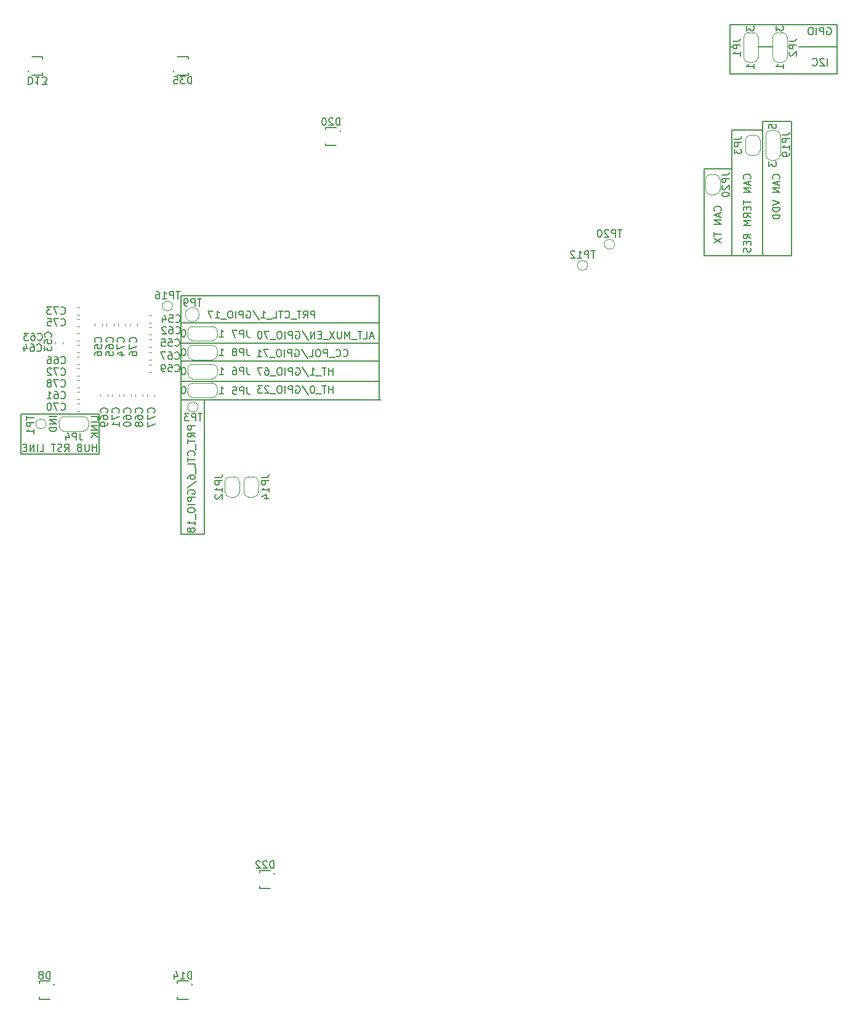
<source format=gbr>
%TF.GenerationSoftware,KiCad,Pcbnew,8.0.1*%
%TF.CreationDate,2024-04-29T23:29:35-04:00*%
%TF.ProjectId,usbc-car-module,75736263-2d63-4617-922d-6d6f64756c65,rev?*%
%TF.SameCoordinates,Original*%
%TF.FileFunction,Legend,Bot*%
%TF.FilePolarity,Positive*%
%FSLAX46Y46*%
G04 Gerber Fmt 4.6, Leading zero omitted, Abs format (unit mm)*
G04 Created by KiCad (PCBNEW 8.0.1) date 2024-04-29 23:29:35*
%MOMM*%
%LPD*%
G01*
G04 APERTURE LIST*
%ADD10C,0.150000*%
%ADD11C,0.120000*%
%ADD12C,0.152400*%
G04 APERTURE END LIST*
D10*
X69250000Y-77000000D02*
X96500000Y-77000000D01*
X145000000Y-45250000D02*
X149250000Y-45250000D01*
X148650000Y-33750000D02*
X150650000Y-33750000D01*
X144750000Y-37500000D02*
X159500000Y-37500000D01*
X149250000Y-45250000D02*
X149250000Y-44000000D01*
X69250000Y-68000000D02*
X96500000Y-68000000D01*
X58000000Y-89750000D02*
X47250000Y-89750000D01*
X72500000Y-100750000D02*
X69250000Y-100750000D01*
X58000000Y-84250000D02*
X58000000Y-88000000D01*
X145000000Y-62500000D02*
X145000000Y-45250000D01*
X141200000Y-62500000D02*
X145000000Y-62500000D01*
X144750000Y-30750000D02*
X144750000Y-37500000D01*
X58000000Y-88000000D02*
X58000000Y-89750000D01*
X153250000Y-62500000D02*
X145000000Y-62500000D01*
X144750000Y-33750000D02*
X145000000Y-33750000D01*
X149250000Y-45250000D02*
X149250000Y-62500000D01*
X69250000Y-71750000D02*
X69250000Y-68000000D01*
X159500000Y-30750000D02*
X144750000Y-30750000D01*
X96500000Y-71750000D02*
X96500000Y-74500000D01*
X159500000Y-37500000D02*
X159500000Y-30750000D01*
X145000000Y-50500000D02*
X141200000Y-50500000D01*
X153250000Y-44250000D02*
X153250000Y-62500000D01*
X141200000Y-50500000D02*
X141200000Y-62500000D01*
X149250000Y-44000000D02*
X153250000Y-44000000D01*
X159500000Y-33750000D02*
X154250000Y-33750000D01*
X69250000Y-74500000D02*
X69250000Y-71750000D01*
X69250000Y-71750000D02*
X96500000Y-71750000D01*
X47250000Y-84250000D02*
X58000000Y-84250000D01*
X72500000Y-82250000D02*
X72500000Y-100750000D01*
X69250000Y-82250000D02*
X96750000Y-82250000D01*
X96500000Y-68000000D02*
X96500000Y-71750000D01*
X69250000Y-79750000D02*
X96500000Y-79750000D01*
X47250000Y-89750000D02*
X47250000Y-84250000D01*
X96500000Y-82250000D02*
X96500000Y-74500000D01*
X153250000Y-44000000D02*
X153250000Y-44250000D01*
X96500000Y-74500000D02*
X69250000Y-74500000D01*
X69250000Y-100750000D02*
X69250000Y-82250000D01*
X69250000Y-74500000D02*
X69250000Y-82250000D01*
X158139411Y-31167438D02*
X158234649Y-31119819D01*
X158234649Y-31119819D02*
X158377506Y-31119819D01*
X158377506Y-31119819D02*
X158520363Y-31167438D01*
X158520363Y-31167438D02*
X158615601Y-31262676D01*
X158615601Y-31262676D02*
X158663220Y-31357914D01*
X158663220Y-31357914D02*
X158710839Y-31548390D01*
X158710839Y-31548390D02*
X158710839Y-31691247D01*
X158710839Y-31691247D02*
X158663220Y-31881723D01*
X158663220Y-31881723D02*
X158615601Y-31976961D01*
X158615601Y-31976961D02*
X158520363Y-32072200D01*
X158520363Y-32072200D02*
X158377506Y-32119819D01*
X158377506Y-32119819D02*
X158282268Y-32119819D01*
X158282268Y-32119819D02*
X158139411Y-32072200D01*
X158139411Y-32072200D02*
X158091792Y-32024580D01*
X158091792Y-32024580D02*
X158091792Y-31691247D01*
X158091792Y-31691247D02*
X158282268Y-31691247D01*
X157663220Y-32119819D02*
X157663220Y-31119819D01*
X157663220Y-31119819D02*
X157282268Y-31119819D01*
X157282268Y-31119819D02*
X157187030Y-31167438D01*
X157187030Y-31167438D02*
X157139411Y-31215057D01*
X157139411Y-31215057D02*
X157091792Y-31310295D01*
X157091792Y-31310295D02*
X157091792Y-31453152D01*
X157091792Y-31453152D02*
X157139411Y-31548390D01*
X157139411Y-31548390D02*
X157187030Y-31596009D01*
X157187030Y-31596009D02*
X157282268Y-31643628D01*
X157282268Y-31643628D02*
X157663220Y-31643628D01*
X156663220Y-32119819D02*
X156663220Y-31119819D01*
X155996554Y-31119819D02*
X155806078Y-31119819D01*
X155806078Y-31119819D02*
X155710840Y-31167438D01*
X155710840Y-31167438D02*
X155615602Y-31262676D01*
X155615602Y-31262676D02*
X155567983Y-31453152D01*
X155567983Y-31453152D02*
X155567983Y-31786485D01*
X155567983Y-31786485D02*
X155615602Y-31976961D01*
X155615602Y-31976961D02*
X155710840Y-32072200D01*
X155710840Y-32072200D02*
X155806078Y-32119819D01*
X155806078Y-32119819D02*
X155996554Y-32119819D01*
X155996554Y-32119819D02*
X156091792Y-32072200D01*
X156091792Y-32072200D02*
X156187030Y-31976961D01*
X156187030Y-31976961D02*
X156234649Y-31786485D01*
X156234649Y-31786485D02*
X156234649Y-31453152D01*
X156234649Y-31453152D02*
X156187030Y-31262676D01*
X156187030Y-31262676D02*
X156091792Y-31167438D01*
X156091792Y-31167438D02*
X155996554Y-31119819D01*
X71169819Y-85836779D02*
X70169819Y-85836779D01*
X70169819Y-85836779D02*
X70169819Y-86217731D01*
X70169819Y-86217731D02*
X70217438Y-86312969D01*
X70217438Y-86312969D02*
X70265057Y-86360588D01*
X70265057Y-86360588D02*
X70360295Y-86408207D01*
X70360295Y-86408207D02*
X70503152Y-86408207D01*
X70503152Y-86408207D02*
X70598390Y-86360588D01*
X70598390Y-86360588D02*
X70646009Y-86312969D01*
X70646009Y-86312969D02*
X70693628Y-86217731D01*
X70693628Y-86217731D02*
X70693628Y-85836779D01*
X71169819Y-87408207D02*
X70693628Y-87074874D01*
X71169819Y-86836779D02*
X70169819Y-86836779D01*
X70169819Y-86836779D02*
X70169819Y-87217731D01*
X70169819Y-87217731D02*
X70217438Y-87312969D01*
X70217438Y-87312969D02*
X70265057Y-87360588D01*
X70265057Y-87360588D02*
X70360295Y-87408207D01*
X70360295Y-87408207D02*
X70503152Y-87408207D01*
X70503152Y-87408207D02*
X70598390Y-87360588D01*
X70598390Y-87360588D02*
X70646009Y-87312969D01*
X70646009Y-87312969D02*
X70693628Y-87217731D01*
X70693628Y-87217731D02*
X70693628Y-86836779D01*
X70169819Y-87693922D02*
X70169819Y-88265350D01*
X71169819Y-87979636D02*
X70169819Y-87979636D01*
X71265057Y-88360589D02*
X71265057Y-89122493D01*
X71074580Y-89932017D02*
X71122200Y-89884398D01*
X71122200Y-89884398D02*
X71169819Y-89741541D01*
X71169819Y-89741541D02*
X71169819Y-89646303D01*
X71169819Y-89646303D02*
X71122200Y-89503446D01*
X71122200Y-89503446D02*
X71026961Y-89408208D01*
X71026961Y-89408208D02*
X70931723Y-89360589D01*
X70931723Y-89360589D02*
X70741247Y-89312970D01*
X70741247Y-89312970D02*
X70598390Y-89312970D01*
X70598390Y-89312970D02*
X70407914Y-89360589D01*
X70407914Y-89360589D02*
X70312676Y-89408208D01*
X70312676Y-89408208D02*
X70217438Y-89503446D01*
X70217438Y-89503446D02*
X70169819Y-89646303D01*
X70169819Y-89646303D02*
X70169819Y-89741541D01*
X70169819Y-89741541D02*
X70217438Y-89884398D01*
X70217438Y-89884398D02*
X70265057Y-89932017D01*
X70169819Y-90217732D02*
X70169819Y-90789160D01*
X71169819Y-90503446D02*
X70169819Y-90503446D01*
X71169819Y-91598684D02*
X71169819Y-91122494D01*
X71169819Y-91122494D02*
X70169819Y-91122494D01*
X71265057Y-91693923D02*
X71265057Y-92455827D01*
X70169819Y-93122494D02*
X70169819Y-92932018D01*
X70169819Y-92932018D02*
X70217438Y-92836780D01*
X70217438Y-92836780D02*
X70265057Y-92789161D01*
X70265057Y-92789161D02*
X70407914Y-92693923D01*
X70407914Y-92693923D02*
X70598390Y-92646304D01*
X70598390Y-92646304D02*
X70979342Y-92646304D01*
X70979342Y-92646304D02*
X71074580Y-92693923D01*
X71074580Y-92693923D02*
X71122200Y-92741542D01*
X71122200Y-92741542D02*
X71169819Y-92836780D01*
X71169819Y-92836780D02*
X71169819Y-93027256D01*
X71169819Y-93027256D02*
X71122200Y-93122494D01*
X71122200Y-93122494D02*
X71074580Y-93170113D01*
X71074580Y-93170113D02*
X70979342Y-93217732D01*
X70979342Y-93217732D02*
X70741247Y-93217732D01*
X70741247Y-93217732D02*
X70646009Y-93170113D01*
X70646009Y-93170113D02*
X70598390Y-93122494D01*
X70598390Y-93122494D02*
X70550771Y-93027256D01*
X70550771Y-93027256D02*
X70550771Y-92836780D01*
X70550771Y-92836780D02*
X70598390Y-92741542D01*
X70598390Y-92741542D02*
X70646009Y-92693923D01*
X70646009Y-92693923D02*
X70741247Y-92646304D01*
X70122200Y-94360589D02*
X71407914Y-93503447D01*
X70217438Y-95217732D02*
X70169819Y-95122494D01*
X70169819Y-95122494D02*
X70169819Y-94979637D01*
X70169819Y-94979637D02*
X70217438Y-94836780D01*
X70217438Y-94836780D02*
X70312676Y-94741542D01*
X70312676Y-94741542D02*
X70407914Y-94693923D01*
X70407914Y-94693923D02*
X70598390Y-94646304D01*
X70598390Y-94646304D02*
X70741247Y-94646304D01*
X70741247Y-94646304D02*
X70931723Y-94693923D01*
X70931723Y-94693923D02*
X71026961Y-94741542D01*
X71026961Y-94741542D02*
X71122200Y-94836780D01*
X71122200Y-94836780D02*
X71169819Y-94979637D01*
X71169819Y-94979637D02*
X71169819Y-95074875D01*
X71169819Y-95074875D02*
X71122200Y-95217732D01*
X71122200Y-95217732D02*
X71074580Y-95265351D01*
X71074580Y-95265351D02*
X70741247Y-95265351D01*
X70741247Y-95265351D02*
X70741247Y-95074875D01*
X71169819Y-95693923D02*
X70169819Y-95693923D01*
X70169819Y-95693923D02*
X70169819Y-96074875D01*
X70169819Y-96074875D02*
X70217438Y-96170113D01*
X70217438Y-96170113D02*
X70265057Y-96217732D01*
X70265057Y-96217732D02*
X70360295Y-96265351D01*
X70360295Y-96265351D02*
X70503152Y-96265351D01*
X70503152Y-96265351D02*
X70598390Y-96217732D01*
X70598390Y-96217732D02*
X70646009Y-96170113D01*
X70646009Y-96170113D02*
X70693628Y-96074875D01*
X70693628Y-96074875D02*
X70693628Y-95693923D01*
X71169819Y-96693923D02*
X70169819Y-96693923D01*
X70169819Y-97360589D02*
X70169819Y-97551065D01*
X70169819Y-97551065D02*
X70217438Y-97646303D01*
X70217438Y-97646303D02*
X70312676Y-97741541D01*
X70312676Y-97741541D02*
X70503152Y-97789160D01*
X70503152Y-97789160D02*
X70836485Y-97789160D01*
X70836485Y-97789160D02*
X71026961Y-97741541D01*
X71026961Y-97741541D02*
X71122200Y-97646303D01*
X71122200Y-97646303D02*
X71169819Y-97551065D01*
X71169819Y-97551065D02*
X71169819Y-97360589D01*
X71169819Y-97360589D02*
X71122200Y-97265351D01*
X71122200Y-97265351D02*
X71026961Y-97170113D01*
X71026961Y-97170113D02*
X70836485Y-97122494D01*
X70836485Y-97122494D02*
X70503152Y-97122494D01*
X70503152Y-97122494D02*
X70312676Y-97170113D01*
X70312676Y-97170113D02*
X70217438Y-97265351D01*
X70217438Y-97265351D02*
X70169819Y-97360589D01*
X71265057Y-97979637D02*
X71265057Y-98741541D01*
X71169819Y-99503446D02*
X71169819Y-98932018D01*
X71169819Y-99217732D02*
X70169819Y-99217732D01*
X70169819Y-99217732D02*
X70312676Y-99122494D01*
X70312676Y-99122494D02*
X70407914Y-99027256D01*
X70407914Y-99027256D02*
X70455533Y-98932018D01*
X70598390Y-100074875D02*
X70550771Y-99979637D01*
X70550771Y-99979637D02*
X70503152Y-99932018D01*
X70503152Y-99932018D02*
X70407914Y-99884399D01*
X70407914Y-99884399D02*
X70360295Y-99884399D01*
X70360295Y-99884399D02*
X70265057Y-99932018D01*
X70265057Y-99932018D02*
X70217438Y-99979637D01*
X70217438Y-99979637D02*
X70169819Y-100074875D01*
X70169819Y-100074875D02*
X70169819Y-100265351D01*
X70169819Y-100265351D02*
X70217438Y-100360589D01*
X70217438Y-100360589D02*
X70265057Y-100408208D01*
X70265057Y-100408208D02*
X70360295Y-100455827D01*
X70360295Y-100455827D02*
X70407914Y-100455827D01*
X70407914Y-100455827D02*
X70503152Y-100408208D01*
X70503152Y-100408208D02*
X70550771Y-100360589D01*
X70550771Y-100360589D02*
X70598390Y-100265351D01*
X70598390Y-100265351D02*
X70598390Y-100074875D01*
X70598390Y-100074875D02*
X70646009Y-99979637D01*
X70646009Y-99979637D02*
X70693628Y-99932018D01*
X70693628Y-99932018D02*
X70788866Y-99884399D01*
X70788866Y-99884399D02*
X70979342Y-99884399D01*
X70979342Y-99884399D02*
X71074580Y-99932018D01*
X71074580Y-99932018D02*
X71122200Y-99979637D01*
X71122200Y-99979637D02*
X71169819Y-100074875D01*
X71169819Y-100074875D02*
X71169819Y-100265351D01*
X71169819Y-100265351D02*
X71122200Y-100360589D01*
X71122200Y-100360589D02*
X71074580Y-100408208D01*
X71074580Y-100408208D02*
X70979342Y-100455827D01*
X70979342Y-100455827D02*
X70788866Y-100455827D01*
X70788866Y-100455827D02*
X70693628Y-100408208D01*
X70693628Y-100408208D02*
X70646009Y-100360589D01*
X70646009Y-100360589D02*
X70598390Y-100265351D01*
X143474580Y-56308207D02*
X143522200Y-56260588D01*
X143522200Y-56260588D02*
X143569819Y-56117731D01*
X143569819Y-56117731D02*
X143569819Y-56022493D01*
X143569819Y-56022493D02*
X143522200Y-55879636D01*
X143522200Y-55879636D02*
X143426961Y-55784398D01*
X143426961Y-55784398D02*
X143331723Y-55736779D01*
X143331723Y-55736779D02*
X143141247Y-55689160D01*
X143141247Y-55689160D02*
X142998390Y-55689160D01*
X142998390Y-55689160D02*
X142807914Y-55736779D01*
X142807914Y-55736779D02*
X142712676Y-55784398D01*
X142712676Y-55784398D02*
X142617438Y-55879636D01*
X142617438Y-55879636D02*
X142569819Y-56022493D01*
X142569819Y-56022493D02*
X142569819Y-56117731D01*
X142569819Y-56117731D02*
X142617438Y-56260588D01*
X142617438Y-56260588D02*
X142665057Y-56308207D01*
X143284104Y-56689160D02*
X143284104Y-57165350D01*
X143569819Y-56593922D02*
X142569819Y-56927255D01*
X142569819Y-56927255D02*
X143569819Y-57260588D01*
X143569819Y-57593922D02*
X142569819Y-57593922D01*
X142569819Y-57593922D02*
X143569819Y-58165350D01*
X143569819Y-58165350D02*
X142569819Y-58165350D01*
X142569819Y-59260589D02*
X142569819Y-59832017D01*
X143569819Y-59546303D02*
X142569819Y-59546303D01*
X142569819Y-60070113D02*
X143569819Y-60736779D01*
X142569819Y-60736779D02*
X143569819Y-60070113D01*
X147524580Y-51908207D02*
X147572200Y-51860588D01*
X147572200Y-51860588D02*
X147619819Y-51717731D01*
X147619819Y-51717731D02*
X147619819Y-51622493D01*
X147619819Y-51622493D02*
X147572200Y-51479636D01*
X147572200Y-51479636D02*
X147476961Y-51384398D01*
X147476961Y-51384398D02*
X147381723Y-51336779D01*
X147381723Y-51336779D02*
X147191247Y-51289160D01*
X147191247Y-51289160D02*
X147048390Y-51289160D01*
X147048390Y-51289160D02*
X146857914Y-51336779D01*
X146857914Y-51336779D02*
X146762676Y-51384398D01*
X146762676Y-51384398D02*
X146667438Y-51479636D01*
X146667438Y-51479636D02*
X146619819Y-51622493D01*
X146619819Y-51622493D02*
X146619819Y-51717731D01*
X146619819Y-51717731D02*
X146667438Y-51860588D01*
X146667438Y-51860588D02*
X146715057Y-51908207D01*
X147334104Y-52289160D02*
X147334104Y-52765350D01*
X147619819Y-52193922D02*
X146619819Y-52527255D01*
X146619819Y-52527255D02*
X147619819Y-52860588D01*
X147619819Y-53193922D02*
X146619819Y-53193922D01*
X146619819Y-53193922D02*
X147619819Y-53765350D01*
X147619819Y-53765350D02*
X146619819Y-53765350D01*
X146619819Y-54860589D02*
X146619819Y-55432017D01*
X147619819Y-55146303D02*
X146619819Y-55146303D01*
X147096009Y-55765351D02*
X147096009Y-56098684D01*
X147619819Y-56241541D02*
X147619819Y-55765351D01*
X147619819Y-55765351D02*
X146619819Y-55765351D01*
X146619819Y-55765351D02*
X146619819Y-56241541D01*
X147619819Y-57241541D02*
X147143628Y-56908208D01*
X147619819Y-56670113D02*
X146619819Y-56670113D01*
X146619819Y-56670113D02*
X146619819Y-57051065D01*
X146619819Y-57051065D02*
X146667438Y-57146303D01*
X146667438Y-57146303D02*
X146715057Y-57193922D01*
X146715057Y-57193922D02*
X146810295Y-57241541D01*
X146810295Y-57241541D02*
X146953152Y-57241541D01*
X146953152Y-57241541D02*
X147048390Y-57193922D01*
X147048390Y-57193922D02*
X147096009Y-57146303D01*
X147096009Y-57146303D02*
X147143628Y-57051065D01*
X147143628Y-57051065D02*
X147143628Y-56670113D01*
X147619819Y-57670113D02*
X146619819Y-57670113D01*
X146619819Y-57670113D02*
X147334104Y-58003446D01*
X147334104Y-58003446D02*
X146619819Y-58336779D01*
X146619819Y-58336779D02*
X147619819Y-58336779D01*
X147619819Y-60146303D02*
X147143628Y-59812970D01*
X147619819Y-59574875D02*
X146619819Y-59574875D01*
X146619819Y-59574875D02*
X146619819Y-59955827D01*
X146619819Y-59955827D02*
X146667438Y-60051065D01*
X146667438Y-60051065D02*
X146715057Y-60098684D01*
X146715057Y-60098684D02*
X146810295Y-60146303D01*
X146810295Y-60146303D02*
X146953152Y-60146303D01*
X146953152Y-60146303D02*
X147048390Y-60098684D01*
X147048390Y-60098684D02*
X147096009Y-60051065D01*
X147096009Y-60051065D02*
X147143628Y-59955827D01*
X147143628Y-59955827D02*
X147143628Y-59574875D01*
X147096009Y-60574875D02*
X147096009Y-60908208D01*
X147619819Y-61051065D02*
X147619819Y-60574875D01*
X147619819Y-60574875D02*
X146619819Y-60574875D01*
X146619819Y-60574875D02*
X146619819Y-61051065D01*
X147572200Y-61432018D02*
X147619819Y-61574875D01*
X147619819Y-61574875D02*
X147619819Y-61812970D01*
X147619819Y-61812970D02*
X147572200Y-61908208D01*
X147572200Y-61908208D02*
X147524580Y-61955827D01*
X147524580Y-61955827D02*
X147429342Y-62003446D01*
X147429342Y-62003446D02*
X147334104Y-62003446D01*
X147334104Y-62003446D02*
X147238866Y-61955827D01*
X147238866Y-61955827D02*
X147191247Y-61908208D01*
X147191247Y-61908208D02*
X147143628Y-61812970D01*
X147143628Y-61812970D02*
X147096009Y-61622494D01*
X147096009Y-61622494D02*
X147048390Y-61527256D01*
X147048390Y-61527256D02*
X147000771Y-61479637D01*
X147000771Y-61479637D02*
X146905533Y-61432018D01*
X146905533Y-61432018D02*
X146810295Y-61432018D01*
X146810295Y-61432018D02*
X146715057Y-61479637D01*
X146715057Y-61479637D02*
X146667438Y-61527256D01*
X146667438Y-61527256D02*
X146619819Y-61622494D01*
X146619819Y-61622494D02*
X146619819Y-61860589D01*
X146619819Y-61860589D02*
X146667438Y-62003446D01*
X87663220Y-71069819D02*
X87663220Y-70069819D01*
X87663220Y-70069819D02*
X87282268Y-70069819D01*
X87282268Y-70069819D02*
X87187030Y-70117438D01*
X87187030Y-70117438D02*
X87139411Y-70165057D01*
X87139411Y-70165057D02*
X87091792Y-70260295D01*
X87091792Y-70260295D02*
X87091792Y-70403152D01*
X87091792Y-70403152D02*
X87139411Y-70498390D01*
X87139411Y-70498390D02*
X87187030Y-70546009D01*
X87187030Y-70546009D02*
X87282268Y-70593628D01*
X87282268Y-70593628D02*
X87663220Y-70593628D01*
X86091792Y-71069819D02*
X86425125Y-70593628D01*
X86663220Y-71069819D02*
X86663220Y-70069819D01*
X86663220Y-70069819D02*
X86282268Y-70069819D01*
X86282268Y-70069819D02*
X86187030Y-70117438D01*
X86187030Y-70117438D02*
X86139411Y-70165057D01*
X86139411Y-70165057D02*
X86091792Y-70260295D01*
X86091792Y-70260295D02*
X86091792Y-70403152D01*
X86091792Y-70403152D02*
X86139411Y-70498390D01*
X86139411Y-70498390D02*
X86187030Y-70546009D01*
X86187030Y-70546009D02*
X86282268Y-70593628D01*
X86282268Y-70593628D02*
X86663220Y-70593628D01*
X85806077Y-70069819D02*
X85234649Y-70069819D01*
X85520363Y-71069819D02*
X85520363Y-70069819D01*
X85139411Y-71165057D02*
X84377506Y-71165057D01*
X83567982Y-70974580D02*
X83615601Y-71022200D01*
X83615601Y-71022200D02*
X83758458Y-71069819D01*
X83758458Y-71069819D02*
X83853696Y-71069819D01*
X83853696Y-71069819D02*
X83996553Y-71022200D01*
X83996553Y-71022200D02*
X84091791Y-70926961D01*
X84091791Y-70926961D02*
X84139410Y-70831723D01*
X84139410Y-70831723D02*
X84187029Y-70641247D01*
X84187029Y-70641247D02*
X84187029Y-70498390D01*
X84187029Y-70498390D02*
X84139410Y-70307914D01*
X84139410Y-70307914D02*
X84091791Y-70212676D01*
X84091791Y-70212676D02*
X83996553Y-70117438D01*
X83996553Y-70117438D02*
X83853696Y-70069819D01*
X83853696Y-70069819D02*
X83758458Y-70069819D01*
X83758458Y-70069819D02*
X83615601Y-70117438D01*
X83615601Y-70117438D02*
X83567982Y-70165057D01*
X83282267Y-70069819D02*
X82710839Y-70069819D01*
X82996553Y-71069819D02*
X82996553Y-70069819D01*
X81901315Y-71069819D02*
X82377505Y-71069819D01*
X82377505Y-71069819D02*
X82377505Y-70069819D01*
X81806077Y-71165057D02*
X81044172Y-71165057D01*
X80282267Y-71069819D02*
X80853695Y-71069819D01*
X80567981Y-71069819D02*
X80567981Y-70069819D01*
X80567981Y-70069819D02*
X80663219Y-70212676D01*
X80663219Y-70212676D02*
X80758457Y-70307914D01*
X80758457Y-70307914D02*
X80853695Y-70355533D01*
X79139410Y-70022200D02*
X79996552Y-71307914D01*
X78282267Y-70117438D02*
X78377505Y-70069819D01*
X78377505Y-70069819D02*
X78520362Y-70069819D01*
X78520362Y-70069819D02*
X78663219Y-70117438D01*
X78663219Y-70117438D02*
X78758457Y-70212676D01*
X78758457Y-70212676D02*
X78806076Y-70307914D01*
X78806076Y-70307914D02*
X78853695Y-70498390D01*
X78853695Y-70498390D02*
X78853695Y-70641247D01*
X78853695Y-70641247D02*
X78806076Y-70831723D01*
X78806076Y-70831723D02*
X78758457Y-70926961D01*
X78758457Y-70926961D02*
X78663219Y-71022200D01*
X78663219Y-71022200D02*
X78520362Y-71069819D01*
X78520362Y-71069819D02*
X78425124Y-71069819D01*
X78425124Y-71069819D02*
X78282267Y-71022200D01*
X78282267Y-71022200D02*
X78234648Y-70974580D01*
X78234648Y-70974580D02*
X78234648Y-70641247D01*
X78234648Y-70641247D02*
X78425124Y-70641247D01*
X77806076Y-71069819D02*
X77806076Y-70069819D01*
X77806076Y-70069819D02*
X77425124Y-70069819D01*
X77425124Y-70069819D02*
X77329886Y-70117438D01*
X77329886Y-70117438D02*
X77282267Y-70165057D01*
X77282267Y-70165057D02*
X77234648Y-70260295D01*
X77234648Y-70260295D02*
X77234648Y-70403152D01*
X77234648Y-70403152D02*
X77282267Y-70498390D01*
X77282267Y-70498390D02*
X77329886Y-70546009D01*
X77329886Y-70546009D02*
X77425124Y-70593628D01*
X77425124Y-70593628D02*
X77806076Y-70593628D01*
X76806076Y-71069819D02*
X76806076Y-70069819D01*
X76139410Y-70069819D02*
X75948934Y-70069819D01*
X75948934Y-70069819D02*
X75853696Y-70117438D01*
X75853696Y-70117438D02*
X75758458Y-70212676D01*
X75758458Y-70212676D02*
X75710839Y-70403152D01*
X75710839Y-70403152D02*
X75710839Y-70736485D01*
X75710839Y-70736485D02*
X75758458Y-70926961D01*
X75758458Y-70926961D02*
X75853696Y-71022200D01*
X75853696Y-71022200D02*
X75948934Y-71069819D01*
X75948934Y-71069819D02*
X76139410Y-71069819D01*
X76139410Y-71069819D02*
X76234648Y-71022200D01*
X76234648Y-71022200D02*
X76329886Y-70926961D01*
X76329886Y-70926961D02*
X76377505Y-70736485D01*
X76377505Y-70736485D02*
X76377505Y-70403152D01*
X76377505Y-70403152D02*
X76329886Y-70212676D01*
X76329886Y-70212676D02*
X76234648Y-70117438D01*
X76234648Y-70117438D02*
X76139410Y-70069819D01*
X75520363Y-71165057D02*
X74758458Y-71165057D01*
X73996553Y-71069819D02*
X74567981Y-71069819D01*
X74282267Y-71069819D02*
X74282267Y-70069819D01*
X74282267Y-70069819D02*
X74377505Y-70212676D01*
X74377505Y-70212676D02*
X74472743Y-70307914D01*
X74472743Y-70307914D02*
X74567981Y-70355533D01*
X73663219Y-70069819D02*
X72996553Y-70069819D01*
X72996553Y-70069819D02*
X73425124Y-71069819D01*
X90163220Y-81369819D02*
X90163220Y-80369819D01*
X90163220Y-80846009D02*
X89591792Y-80846009D01*
X89591792Y-81369819D02*
X89591792Y-80369819D01*
X89258458Y-80369819D02*
X88687030Y-80369819D01*
X88972744Y-81369819D02*
X88972744Y-80369819D01*
X88591792Y-81465057D02*
X87829887Y-81465057D01*
X87401315Y-80369819D02*
X87306077Y-80369819D01*
X87306077Y-80369819D02*
X87210839Y-80417438D01*
X87210839Y-80417438D02*
X87163220Y-80465057D01*
X87163220Y-80465057D02*
X87115601Y-80560295D01*
X87115601Y-80560295D02*
X87067982Y-80750771D01*
X87067982Y-80750771D02*
X87067982Y-80988866D01*
X87067982Y-80988866D02*
X87115601Y-81179342D01*
X87115601Y-81179342D02*
X87163220Y-81274580D01*
X87163220Y-81274580D02*
X87210839Y-81322200D01*
X87210839Y-81322200D02*
X87306077Y-81369819D01*
X87306077Y-81369819D02*
X87401315Y-81369819D01*
X87401315Y-81369819D02*
X87496553Y-81322200D01*
X87496553Y-81322200D02*
X87544172Y-81274580D01*
X87544172Y-81274580D02*
X87591791Y-81179342D01*
X87591791Y-81179342D02*
X87639410Y-80988866D01*
X87639410Y-80988866D02*
X87639410Y-80750771D01*
X87639410Y-80750771D02*
X87591791Y-80560295D01*
X87591791Y-80560295D02*
X87544172Y-80465057D01*
X87544172Y-80465057D02*
X87496553Y-80417438D01*
X87496553Y-80417438D02*
X87401315Y-80369819D01*
X85925125Y-80322200D02*
X86782267Y-81607914D01*
X85067982Y-80417438D02*
X85163220Y-80369819D01*
X85163220Y-80369819D02*
X85306077Y-80369819D01*
X85306077Y-80369819D02*
X85448934Y-80417438D01*
X85448934Y-80417438D02*
X85544172Y-80512676D01*
X85544172Y-80512676D02*
X85591791Y-80607914D01*
X85591791Y-80607914D02*
X85639410Y-80798390D01*
X85639410Y-80798390D02*
X85639410Y-80941247D01*
X85639410Y-80941247D02*
X85591791Y-81131723D01*
X85591791Y-81131723D02*
X85544172Y-81226961D01*
X85544172Y-81226961D02*
X85448934Y-81322200D01*
X85448934Y-81322200D02*
X85306077Y-81369819D01*
X85306077Y-81369819D02*
X85210839Y-81369819D01*
X85210839Y-81369819D02*
X85067982Y-81322200D01*
X85067982Y-81322200D02*
X85020363Y-81274580D01*
X85020363Y-81274580D02*
X85020363Y-80941247D01*
X85020363Y-80941247D02*
X85210839Y-80941247D01*
X84591791Y-81369819D02*
X84591791Y-80369819D01*
X84591791Y-80369819D02*
X84210839Y-80369819D01*
X84210839Y-80369819D02*
X84115601Y-80417438D01*
X84115601Y-80417438D02*
X84067982Y-80465057D01*
X84067982Y-80465057D02*
X84020363Y-80560295D01*
X84020363Y-80560295D02*
X84020363Y-80703152D01*
X84020363Y-80703152D02*
X84067982Y-80798390D01*
X84067982Y-80798390D02*
X84115601Y-80846009D01*
X84115601Y-80846009D02*
X84210839Y-80893628D01*
X84210839Y-80893628D02*
X84591791Y-80893628D01*
X83591791Y-81369819D02*
X83591791Y-80369819D01*
X82925125Y-80369819D02*
X82734649Y-80369819D01*
X82734649Y-80369819D02*
X82639411Y-80417438D01*
X82639411Y-80417438D02*
X82544173Y-80512676D01*
X82544173Y-80512676D02*
X82496554Y-80703152D01*
X82496554Y-80703152D02*
X82496554Y-81036485D01*
X82496554Y-81036485D02*
X82544173Y-81226961D01*
X82544173Y-81226961D02*
X82639411Y-81322200D01*
X82639411Y-81322200D02*
X82734649Y-81369819D01*
X82734649Y-81369819D02*
X82925125Y-81369819D01*
X82925125Y-81369819D02*
X83020363Y-81322200D01*
X83020363Y-81322200D02*
X83115601Y-81226961D01*
X83115601Y-81226961D02*
X83163220Y-81036485D01*
X83163220Y-81036485D02*
X83163220Y-80703152D01*
X83163220Y-80703152D02*
X83115601Y-80512676D01*
X83115601Y-80512676D02*
X83020363Y-80417438D01*
X83020363Y-80417438D02*
X82925125Y-80369819D01*
X82306078Y-81465057D02*
X81544173Y-81465057D01*
X81353696Y-80465057D02*
X81306077Y-80417438D01*
X81306077Y-80417438D02*
X81210839Y-80369819D01*
X81210839Y-80369819D02*
X80972744Y-80369819D01*
X80972744Y-80369819D02*
X80877506Y-80417438D01*
X80877506Y-80417438D02*
X80829887Y-80465057D01*
X80829887Y-80465057D02*
X80782268Y-80560295D01*
X80782268Y-80560295D02*
X80782268Y-80655533D01*
X80782268Y-80655533D02*
X80829887Y-80798390D01*
X80829887Y-80798390D02*
X81401315Y-81369819D01*
X81401315Y-81369819D02*
X80782268Y-81369819D01*
X80448934Y-80369819D02*
X79829887Y-80369819D01*
X79829887Y-80369819D02*
X80163220Y-80750771D01*
X80163220Y-80750771D02*
X80020363Y-80750771D01*
X80020363Y-80750771D02*
X79925125Y-80798390D01*
X79925125Y-80798390D02*
X79877506Y-80846009D01*
X79877506Y-80846009D02*
X79829887Y-80941247D01*
X79829887Y-80941247D02*
X79829887Y-81179342D01*
X79829887Y-81179342D02*
X79877506Y-81274580D01*
X79877506Y-81274580D02*
X79925125Y-81322200D01*
X79925125Y-81322200D02*
X80020363Y-81369819D01*
X80020363Y-81369819D02*
X80306077Y-81369819D01*
X80306077Y-81369819D02*
X80401315Y-81322200D01*
X80401315Y-81322200D02*
X80448934Y-81274580D01*
X90163220Y-78869819D02*
X90163220Y-77869819D01*
X90163220Y-78346009D02*
X89591792Y-78346009D01*
X89591792Y-78869819D02*
X89591792Y-77869819D01*
X89258458Y-77869819D02*
X88687030Y-77869819D01*
X88972744Y-78869819D02*
X88972744Y-77869819D01*
X88591792Y-78965057D02*
X87829887Y-78965057D01*
X87067982Y-78869819D02*
X87639410Y-78869819D01*
X87353696Y-78869819D02*
X87353696Y-77869819D01*
X87353696Y-77869819D02*
X87448934Y-78012676D01*
X87448934Y-78012676D02*
X87544172Y-78107914D01*
X87544172Y-78107914D02*
X87639410Y-78155533D01*
X85925125Y-77822200D02*
X86782267Y-79107914D01*
X85067982Y-77917438D02*
X85163220Y-77869819D01*
X85163220Y-77869819D02*
X85306077Y-77869819D01*
X85306077Y-77869819D02*
X85448934Y-77917438D01*
X85448934Y-77917438D02*
X85544172Y-78012676D01*
X85544172Y-78012676D02*
X85591791Y-78107914D01*
X85591791Y-78107914D02*
X85639410Y-78298390D01*
X85639410Y-78298390D02*
X85639410Y-78441247D01*
X85639410Y-78441247D02*
X85591791Y-78631723D01*
X85591791Y-78631723D02*
X85544172Y-78726961D01*
X85544172Y-78726961D02*
X85448934Y-78822200D01*
X85448934Y-78822200D02*
X85306077Y-78869819D01*
X85306077Y-78869819D02*
X85210839Y-78869819D01*
X85210839Y-78869819D02*
X85067982Y-78822200D01*
X85067982Y-78822200D02*
X85020363Y-78774580D01*
X85020363Y-78774580D02*
X85020363Y-78441247D01*
X85020363Y-78441247D02*
X85210839Y-78441247D01*
X84591791Y-78869819D02*
X84591791Y-77869819D01*
X84591791Y-77869819D02*
X84210839Y-77869819D01*
X84210839Y-77869819D02*
X84115601Y-77917438D01*
X84115601Y-77917438D02*
X84067982Y-77965057D01*
X84067982Y-77965057D02*
X84020363Y-78060295D01*
X84020363Y-78060295D02*
X84020363Y-78203152D01*
X84020363Y-78203152D02*
X84067982Y-78298390D01*
X84067982Y-78298390D02*
X84115601Y-78346009D01*
X84115601Y-78346009D02*
X84210839Y-78393628D01*
X84210839Y-78393628D02*
X84591791Y-78393628D01*
X83591791Y-78869819D02*
X83591791Y-77869819D01*
X82925125Y-77869819D02*
X82734649Y-77869819D01*
X82734649Y-77869819D02*
X82639411Y-77917438D01*
X82639411Y-77917438D02*
X82544173Y-78012676D01*
X82544173Y-78012676D02*
X82496554Y-78203152D01*
X82496554Y-78203152D02*
X82496554Y-78536485D01*
X82496554Y-78536485D02*
X82544173Y-78726961D01*
X82544173Y-78726961D02*
X82639411Y-78822200D01*
X82639411Y-78822200D02*
X82734649Y-78869819D01*
X82734649Y-78869819D02*
X82925125Y-78869819D01*
X82925125Y-78869819D02*
X83020363Y-78822200D01*
X83020363Y-78822200D02*
X83115601Y-78726961D01*
X83115601Y-78726961D02*
X83163220Y-78536485D01*
X83163220Y-78536485D02*
X83163220Y-78203152D01*
X83163220Y-78203152D02*
X83115601Y-78012676D01*
X83115601Y-78012676D02*
X83020363Y-77917438D01*
X83020363Y-77917438D02*
X82925125Y-77869819D01*
X82306078Y-78965057D02*
X81544173Y-78965057D01*
X80877506Y-77869819D02*
X81067982Y-77869819D01*
X81067982Y-77869819D02*
X81163220Y-77917438D01*
X81163220Y-77917438D02*
X81210839Y-77965057D01*
X81210839Y-77965057D02*
X81306077Y-78107914D01*
X81306077Y-78107914D02*
X81353696Y-78298390D01*
X81353696Y-78298390D02*
X81353696Y-78679342D01*
X81353696Y-78679342D02*
X81306077Y-78774580D01*
X81306077Y-78774580D02*
X81258458Y-78822200D01*
X81258458Y-78822200D02*
X81163220Y-78869819D01*
X81163220Y-78869819D02*
X80972744Y-78869819D01*
X80972744Y-78869819D02*
X80877506Y-78822200D01*
X80877506Y-78822200D02*
X80829887Y-78774580D01*
X80829887Y-78774580D02*
X80782268Y-78679342D01*
X80782268Y-78679342D02*
X80782268Y-78441247D01*
X80782268Y-78441247D02*
X80829887Y-78346009D01*
X80829887Y-78346009D02*
X80877506Y-78298390D01*
X80877506Y-78298390D02*
X80972744Y-78250771D01*
X80972744Y-78250771D02*
X81163220Y-78250771D01*
X81163220Y-78250771D02*
X81258458Y-78298390D01*
X81258458Y-78298390D02*
X81306077Y-78346009D01*
X81306077Y-78346009D02*
X81353696Y-78441247D01*
X80448934Y-77869819D02*
X79782268Y-77869819D01*
X79782268Y-77869819D02*
X80210839Y-78869819D01*
X158163220Y-36369819D02*
X158163220Y-35369819D01*
X157734649Y-35465057D02*
X157687030Y-35417438D01*
X157687030Y-35417438D02*
X157591792Y-35369819D01*
X157591792Y-35369819D02*
X157353697Y-35369819D01*
X157353697Y-35369819D02*
X157258459Y-35417438D01*
X157258459Y-35417438D02*
X157210840Y-35465057D01*
X157210840Y-35465057D02*
X157163221Y-35560295D01*
X157163221Y-35560295D02*
X157163221Y-35655533D01*
X157163221Y-35655533D02*
X157210840Y-35798390D01*
X157210840Y-35798390D02*
X157782268Y-36369819D01*
X157782268Y-36369819D02*
X157163221Y-36369819D01*
X156163221Y-36274580D02*
X156210840Y-36322200D01*
X156210840Y-36322200D02*
X156353697Y-36369819D01*
X156353697Y-36369819D02*
X156448935Y-36369819D01*
X156448935Y-36369819D02*
X156591792Y-36322200D01*
X156591792Y-36322200D02*
X156687030Y-36226961D01*
X156687030Y-36226961D02*
X156734649Y-36131723D01*
X156734649Y-36131723D02*
X156782268Y-35941247D01*
X156782268Y-35941247D02*
X156782268Y-35798390D01*
X156782268Y-35798390D02*
X156734649Y-35607914D01*
X156734649Y-35607914D02*
X156687030Y-35512676D01*
X156687030Y-35512676D02*
X156591792Y-35417438D01*
X156591792Y-35417438D02*
X156448935Y-35369819D01*
X156448935Y-35369819D02*
X156353697Y-35369819D01*
X156353697Y-35369819D02*
X156210840Y-35417438D01*
X156210840Y-35417438D02*
X156163221Y-35465057D01*
X57663220Y-89369819D02*
X57663220Y-88369819D01*
X57663220Y-88846009D02*
X57091792Y-88846009D01*
X57091792Y-89369819D02*
X57091792Y-88369819D01*
X56615601Y-88369819D02*
X56615601Y-89179342D01*
X56615601Y-89179342D02*
X56567982Y-89274580D01*
X56567982Y-89274580D02*
X56520363Y-89322200D01*
X56520363Y-89322200D02*
X56425125Y-89369819D01*
X56425125Y-89369819D02*
X56234649Y-89369819D01*
X56234649Y-89369819D02*
X56139411Y-89322200D01*
X56139411Y-89322200D02*
X56091792Y-89274580D01*
X56091792Y-89274580D02*
X56044173Y-89179342D01*
X56044173Y-89179342D02*
X56044173Y-88369819D01*
X55234649Y-88846009D02*
X55091792Y-88893628D01*
X55091792Y-88893628D02*
X55044173Y-88941247D01*
X55044173Y-88941247D02*
X54996554Y-89036485D01*
X54996554Y-89036485D02*
X54996554Y-89179342D01*
X54996554Y-89179342D02*
X55044173Y-89274580D01*
X55044173Y-89274580D02*
X55091792Y-89322200D01*
X55091792Y-89322200D02*
X55187030Y-89369819D01*
X55187030Y-89369819D02*
X55567982Y-89369819D01*
X55567982Y-89369819D02*
X55567982Y-88369819D01*
X55567982Y-88369819D02*
X55234649Y-88369819D01*
X55234649Y-88369819D02*
X55139411Y-88417438D01*
X55139411Y-88417438D02*
X55091792Y-88465057D01*
X55091792Y-88465057D02*
X55044173Y-88560295D01*
X55044173Y-88560295D02*
X55044173Y-88655533D01*
X55044173Y-88655533D02*
X55091792Y-88750771D01*
X55091792Y-88750771D02*
X55139411Y-88798390D01*
X55139411Y-88798390D02*
X55234649Y-88846009D01*
X55234649Y-88846009D02*
X55567982Y-88846009D01*
X53234649Y-89369819D02*
X53567982Y-88893628D01*
X53806077Y-89369819D02*
X53806077Y-88369819D01*
X53806077Y-88369819D02*
X53425125Y-88369819D01*
X53425125Y-88369819D02*
X53329887Y-88417438D01*
X53329887Y-88417438D02*
X53282268Y-88465057D01*
X53282268Y-88465057D02*
X53234649Y-88560295D01*
X53234649Y-88560295D02*
X53234649Y-88703152D01*
X53234649Y-88703152D02*
X53282268Y-88798390D01*
X53282268Y-88798390D02*
X53329887Y-88846009D01*
X53329887Y-88846009D02*
X53425125Y-88893628D01*
X53425125Y-88893628D02*
X53806077Y-88893628D01*
X52853696Y-89322200D02*
X52710839Y-89369819D01*
X52710839Y-89369819D02*
X52472744Y-89369819D01*
X52472744Y-89369819D02*
X52377506Y-89322200D01*
X52377506Y-89322200D02*
X52329887Y-89274580D01*
X52329887Y-89274580D02*
X52282268Y-89179342D01*
X52282268Y-89179342D02*
X52282268Y-89084104D01*
X52282268Y-89084104D02*
X52329887Y-88988866D01*
X52329887Y-88988866D02*
X52377506Y-88941247D01*
X52377506Y-88941247D02*
X52472744Y-88893628D01*
X52472744Y-88893628D02*
X52663220Y-88846009D01*
X52663220Y-88846009D02*
X52758458Y-88798390D01*
X52758458Y-88798390D02*
X52806077Y-88750771D01*
X52806077Y-88750771D02*
X52853696Y-88655533D01*
X52853696Y-88655533D02*
X52853696Y-88560295D01*
X52853696Y-88560295D02*
X52806077Y-88465057D01*
X52806077Y-88465057D02*
X52758458Y-88417438D01*
X52758458Y-88417438D02*
X52663220Y-88369819D01*
X52663220Y-88369819D02*
X52425125Y-88369819D01*
X52425125Y-88369819D02*
X52282268Y-88417438D01*
X51996553Y-88369819D02*
X51425125Y-88369819D01*
X51710839Y-89369819D02*
X51710839Y-88369819D01*
X49853696Y-89369819D02*
X50329886Y-89369819D01*
X50329886Y-89369819D02*
X50329886Y-88369819D01*
X49520362Y-89369819D02*
X49520362Y-88369819D01*
X49044172Y-89369819D02*
X49044172Y-88369819D01*
X49044172Y-88369819D02*
X48472744Y-89369819D01*
X48472744Y-89369819D02*
X48472744Y-88369819D01*
X47996553Y-88846009D02*
X47663220Y-88846009D01*
X47520363Y-89369819D02*
X47996553Y-89369819D01*
X47996553Y-89369819D02*
X47996553Y-88369819D01*
X47996553Y-88369819D02*
X47520363Y-88369819D01*
X95710839Y-73584104D02*
X95234649Y-73584104D01*
X95806077Y-73869819D02*
X95472744Y-72869819D01*
X95472744Y-72869819D02*
X95139411Y-73869819D01*
X94329887Y-73869819D02*
X94806077Y-73869819D01*
X94806077Y-73869819D02*
X94806077Y-72869819D01*
X94139410Y-72869819D02*
X93567982Y-72869819D01*
X93853696Y-73869819D02*
X93853696Y-72869819D01*
X93472744Y-73965057D02*
X92710839Y-73965057D01*
X92472743Y-73869819D02*
X92472743Y-72869819D01*
X92472743Y-72869819D02*
X92139410Y-73584104D01*
X92139410Y-73584104D02*
X91806077Y-72869819D01*
X91806077Y-72869819D02*
X91806077Y-73869819D01*
X91329886Y-72869819D02*
X91329886Y-73679342D01*
X91329886Y-73679342D02*
X91282267Y-73774580D01*
X91282267Y-73774580D02*
X91234648Y-73822200D01*
X91234648Y-73822200D02*
X91139410Y-73869819D01*
X91139410Y-73869819D02*
X90948934Y-73869819D01*
X90948934Y-73869819D02*
X90853696Y-73822200D01*
X90853696Y-73822200D02*
X90806077Y-73774580D01*
X90806077Y-73774580D02*
X90758458Y-73679342D01*
X90758458Y-73679342D02*
X90758458Y-72869819D01*
X90377505Y-72869819D02*
X89710839Y-73869819D01*
X89710839Y-72869819D02*
X90377505Y-73869819D01*
X89567982Y-73965057D02*
X88806077Y-73965057D01*
X88567981Y-73346009D02*
X88234648Y-73346009D01*
X88091791Y-73869819D02*
X88567981Y-73869819D01*
X88567981Y-73869819D02*
X88567981Y-72869819D01*
X88567981Y-72869819D02*
X88091791Y-72869819D01*
X87663219Y-73869819D02*
X87663219Y-72869819D01*
X87663219Y-72869819D02*
X87091791Y-73869819D01*
X87091791Y-73869819D02*
X87091791Y-72869819D01*
X85901315Y-72822200D02*
X86758457Y-74107914D01*
X85044172Y-72917438D02*
X85139410Y-72869819D01*
X85139410Y-72869819D02*
X85282267Y-72869819D01*
X85282267Y-72869819D02*
X85425124Y-72917438D01*
X85425124Y-72917438D02*
X85520362Y-73012676D01*
X85520362Y-73012676D02*
X85567981Y-73107914D01*
X85567981Y-73107914D02*
X85615600Y-73298390D01*
X85615600Y-73298390D02*
X85615600Y-73441247D01*
X85615600Y-73441247D02*
X85567981Y-73631723D01*
X85567981Y-73631723D02*
X85520362Y-73726961D01*
X85520362Y-73726961D02*
X85425124Y-73822200D01*
X85425124Y-73822200D02*
X85282267Y-73869819D01*
X85282267Y-73869819D02*
X85187029Y-73869819D01*
X85187029Y-73869819D02*
X85044172Y-73822200D01*
X85044172Y-73822200D02*
X84996553Y-73774580D01*
X84996553Y-73774580D02*
X84996553Y-73441247D01*
X84996553Y-73441247D02*
X85187029Y-73441247D01*
X84567981Y-73869819D02*
X84567981Y-72869819D01*
X84567981Y-72869819D02*
X84187029Y-72869819D01*
X84187029Y-72869819D02*
X84091791Y-72917438D01*
X84091791Y-72917438D02*
X84044172Y-72965057D01*
X84044172Y-72965057D02*
X83996553Y-73060295D01*
X83996553Y-73060295D02*
X83996553Y-73203152D01*
X83996553Y-73203152D02*
X84044172Y-73298390D01*
X84044172Y-73298390D02*
X84091791Y-73346009D01*
X84091791Y-73346009D02*
X84187029Y-73393628D01*
X84187029Y-73393628D02*
X84567981Y-73393628D01*
X83567981Y-73869819D02*
X83567981Y-72869819D01*
X82901315Y-72869819D02*
X82710839Y-72869819D01*
X82710839Y-72869819D02*
X82615601Y-72917438D01*
X82615601Y-72917438D02*
X82520363Y-73012676D01*
X82520363Y-73012676D02*
X82472744Y-73203152D01*
X82472744Y-73203152D02*
X82472744Y-73536485D01*
X82472744Y-73536485D02*
X82520363Y-73726961D01*
X82520363Y-73726961D02*
X82615601Y-73822200D01*
X82615601Y-73822200D02*
X82710839Y-73869819D01*
X82710839Y-73869819D02*
X82901315Y-73869819D01*
X82901315Y-73869819D02*
X82996553Y-73822200D01*
X82996553Y-73822200D02*
X83091791Y-73726961D01*
X83091791Y-73726961D02*
X83139410Y-73536485D01*
X83139410Y-73536485D02*
X83139410Y-73203152D01*
X83139410Y-73203152D02*
X83091791Y-73012676D01*
X83091791Y-73012676D02*
X82996553Y-72917438D01*
X82996553Y-72917438D02*
X82901315Y-72869819D01*
X82282268Y-73965057D02*
X81520363Y-73965057D01*
X81377505Y-72869819D02*
X80710839Y-72869819D01*
X80710839Y-72869819D02*
X81139410Y-73869819D01*
X80139410Y-72869819D02*
X80044172Y-72869819D01*
X80044172Y-72869819D02*
X79948934Y-72917438D01*
X79948934Y-72917438D02*
X79901315Y-72965057D01*
X79901315Y-72965057D02*
X79853696Y-73060295D01*
X79853696Y-73060295D02*
X79806077Y-73250771D01*
X79806077Y-73250771D02*
X79806077Y-73488866D01*
X79806077Y-73488866D02*
X79853696Y-73679342D01*
X79853696Y-73679342D02*
X79901315Y-73774580D01*
X79901315Y-73774580D02*
X79948934Y-73822200D01*
X79948934Y-73822200D02*
X80044172Y-73869819D01*
X80044172Y-73869819D02*
X80139410Y-73869819D01*
X80139410Y-73869819D02*
X80234648Y-73822200D01*
X80234648Y-73822200D02*
X80282267Y-73774580D01*
X80282267Y-73774580D02*
X80329886Y-73679342D01*
X80329886Y-73679342D02*
X80377505Y-73488866D01*
X80377505Y-73488866D02*
X80377505Y-73250771D01*
X80377505Y-73250771D02*
X80329886Y-73060295D01*
X80329886Y-73060295D02*
X80282267Y-72965057D01*
X80282267Y-72965057D02*
X80234648Y-72917438D01*
X80234648Y-72917438D02*
X80139410Y-72869819D01*
X91591792Y-76274580D02*
X91639411Y-76322200D01*
X91639411Y-76322200D02*
X91782268Y-76369819D01*
X91782268Y-76369819D02*
X91877506Y-76369819D01*
X91877506Y-76369819D02*
X92020363Y-76322200D01*
X92020363Y-76322200D02*
X92115601Y-76226961D01*
X92115601Y-76226961D02*
X92163220Y-76131723D01*
X92163220Y-76131723D02*
X92210839Y-75941247D01*
X92210839Y-75941247D02*
X92210839Y-75798390D01*
X92210839Y-75798390D02*
X92163220Y-75607914D01*
X92163220Y-75607914D02*
X92115601Y-75512676D01*
X92115601Y-75512676D02*
X92020363Y-75417438D01*
X92020363Y-75417438D02*
X91877506Y-75369819D01*
X91877506Y-75369819D02*
X91782268Y-75369819D01*
X91782268Y-75369819D02*
X91639411Y-75417438D01*
X91639411Y-75417438D02*
X91591792Y-75465057D01*
X90591792Y-76274580D02*
X90639411Y-76322200D01*
X90639411Y-76322200D02*
X90782268Y-76369819D01*
X90782268Y-76369819D02*
X90877506Y-76369819D01*
X90877506Y-76369819D02*
X91020363Y-76322200D01*
X91020363Y-76322200D02*
X91115601Y-76226961D01*
X91115601Y-76226961D02*
X91163220Y-76131723D01*
X91163220Y-76131723D02*
X91210839Y-75941247D01*
X91210839Y-75941247D02*
X91210839Y-75798390D01*
X91210839Y-75798390D02*
X91163220Y-75607914D01*
X91163220Y-75607914D02*
X91115601Y-75512676D01*
X91115601Y-75512676D02*
X91020363Y-75417438D01*
X91020363Y-75417438D02*
X90877506Y-75369819D01*
X90877506Y-75369819D02*
X90782268Y-75369819D01*
X90782268Y-75369819D02*
X90639411Y-75417438D01*
X90639411Y-75417438D02*
X90591792Y-75465057D01*
X90401316Y-76465057D02*
X89639411Y-76465057D01*
X89401315Y-76369819D02*
X89401315Y-75369819D01*
X89401315Y-75369819D02*
X89020363Y-75369819D01*
X89020363Y-75369819D02*
X88925125Y-75417438D01*
X88925125Y-75417438D02*
X88877506Y-75465057D01*
X88877506Y-75465057D02*
X88829887Y-75560295D01*
X88829887Y-75560295D02*
X88829887Y-75703152D01*
X88829887Y-75703152D02*
X88877506Y-75798390D01*
X88877506Y-75798390D02*
X88925125Y-75846009D01*
X88925125Y-75846009D02*
X89020363Y-75893628D01*
X89020363Y-75893628D02*
X89401315Y-75893628D01*
X88210839Y-75369819D02*
X88020363Y-75369819D01*
X88020363Y-75369819D02*
X87925125Y-75417438D01*
X87925125Y-75417438D02*
X87829887Y-75512676D01*
X87829887Y-75512676D02*
X87782268Y-75703152D01*
X87782268Y-75703152D02*
X87782268Y-76036485D01*
X87782268Y-76036485D02*
X87829887Y-76226961D01*
X87829887Y-76226961D02*
X87925125Y-76322200D01*
X87925125Y-76322200D02*
X88020363Y-76369819D01*
X88020363Y-76369819D02*
X88210839Y-76369819D01*
X88210839Y-76369819D02*
X88306077Y-76322200D01*
X88306077Y-76322200D02*
X88401315Y-76226961D01*
X88401315Y-76226961D02*
X88448934Y-76036485D01*
X88448934Y-76036485D02*
X88448934Y-75703152D01*
X88448934Y-75703152D02*
X88401315Y-75512676D01*
X88401315Y-75512676D02*
X88306077Y-75417438D01*
X88306077Y-75417438D02*
X88210839Y-75369819D01*
X86877506Y-76369819D02*
X87353696Y-76369819D01*
X87353696Y-76369819D02*
X87353696Y-75369819D01*
X85829887Y-75322200D02*
X86687029Y-76607914D01*
X84972744Y-75417438D02*
X85067982Y-75369819D01*
X85067982Y-75369819D02*
X85210839Y-75369819D01*
X85210839Y-75369819D02*
X85353696Y-75417438D01*
X85353696Y-75417438D02*
X85448934Y-75512676D01*
X85448934Y-75512676D02*
X85496553Y-75607914D01*
X85496553Y-75607914D02*
X85544172Y-75798390D01*
X85544172Y-75798390D02*
X85544172Y-75941247D01*
X85544172Y-75941247D02*
X85496553Y-76131723D01*
X85496553Y-76131723D02*
X85448934Y-76226961D01*
X85448934Y-76226961D02*
X85353696Y-76322200D01*
X85353696Y-76322200D02*
X85210839Y-76369819D01*
X85210839Y-76369819D02*
X85115601Y-76369819D01*
X85115601Y-76369819D02*
X84972744Y-76322200D01*
X84972744Y-76322200D02*
X84925125Y-76274580D01*
X84925125Y-76274580D02*
X84925125Y-75941247D01*
X84925125Y-75941247D02*
X85115601Y-75941247D01*
X84496553Y-76369819D02*
X84496553Y-75369819D01*
X84496553Y-75369819D02*
X84115601Y-75369819D01*
X84115601Y-75369819D02*
X84020363Y-75417438D01*
X84020363Y-75417438D02*
X83972744Y-75465057D01*
X83972744Y-75465057D02*
X83925125Y-75560295D01*
X83925125Y-75560295D02*
X83925125Y-75703152D01*
X83925125Y-75703152D02*
X83972744Y-75798390D01*
X83972744Y-75798390D02*
X84020363Y-75846009D01*
X84020363Y-75846009D02*
X84115601Y-75893628D01*
X84115601Y-75893628D02*
X84496553Y-75893628D01*
X83496553Y-76369819D02*
X83496553Y-75369819D01*
X82829887Y-75369819D02*
X82639411Y-75369819D01*
X82639411Y-75369819D02*
X82544173Y-75417438D01*
X82544173Y-75417438D02*
X82448935Y-75512676D01*
X82448935Y-75512676D02*
X82401316Y-75703152D01*
X82401316Y-75703152D02*
X82401316Y-76036485D01*
X82401316Y-76036485D02*
X82448935Y-76226961D01*
X82448935Y-76226961D02*
X82544173Y-76322200D01*
X82544173Y-76322200D02*
X82639411Y-76369819D01*
X82639411Y-76369819D02*
X82829887Y-76369819D01*
X82829887Y-76369819D02*
X82925125Y-76322200D01*
X82925125Y-76322200D02*
X83020363Y-76226961D01*
X83020363Y-76226961D02*
X83067982Y-76036485D01*
X83067982Y-76036485D02*
X83067982Y-75703152D01*
X83067982Y-75703152D02*
X83020363Y-75512676D01*
X83020363Y-75512676D02*
X82925125Y-75417438D01*
X82925125Y-75417438D02*
X82829887Y-75369819D01*
X82210840Y-76465057D02*
X81448935Y-76465057D01*
X81306077Y-75369819D02*
X80639411Y-75369819D01*
X80639411Y-75369819D02*
X81067982Y-76369819D01*
X79734649Y-76369819D02*
X80306077Y-76369819D01*
X80020363Y-76369819D02*
X80020363Y-75369819D01*
X80020363Y-75369819D02*
X80115601Y-75512676D01*
X80115601Y-75512676D02*
X80210839Y-75607914D01*
X80210839Y-75607914D02*
X80306077Y-75655533D01*
X151524580Y-51908207D02*
X151572200Y-51860588D01*
X151572200Y-51860588D02*
X151619819Y-51717731D01*
X151619819Y-51717731D02*
X151619819Y-51622493D01*
X151619819Y-51622493D02*
X151572200Y-51479636D01*
X151572200Y-51479636D02*
X151476961Y-51384398D01*
X151476961Y-51384398D02*
X151381723Y-51336779D01*
X151381723Y-51336779D02*
X151191247Y-51289160D01*
X151191247Y-51289160D02*
X151048390Y-51289160D01*
X151048390Y-51289160D02*
X150857914Y-51336779D01*
X150857914Y-51336779D02*
X150762676Y-51384398D01*
X150762676Y-51384398D02*
X150667438Y-51479636D01*
X150667438Y-51479636D02*
X150619819Y-51622493D01*
X150619819Y-51622493D02*
X150619819Y-51717731D01*
X150619819Y-51717731D02*
X150667438Y-51860588D01*
X150667438Y-51860588D02*
X150715057Y-51908207D01*
X151334104Y-52289160D02*
X151334104Y-52765350D01*
X151619819Y-52193922D02*
X150619819Y-52527255D01*
X150619819Y-52527255D02*
X151619819Y-52860588D01*
X151619819Y-53193922D02*
X150619819Y-53193922D01*
X150619819Y-53193922D02*
X151619819Y-53765350D01*
X151619819Y-53765350D02*
X150619819Y-53765350D01*
X150619819Y-54860589D02*
X151619819Y-55193922D01*
X151619819Y-55193922D02*
X150619819Y-55527255D01*
X151619819Y-55860589D02*
X150619819Y-55860589D01*
X150619819Y-55860589D02*
X150619819Y-56098684D01*
X150619819Y-56098684D02*
X150667438Y-56241541D01*
X150667438Y-56241541D02*
X150762676Y-56336779D01*
X150762676Y-56336779D02*
X150857914Y-56384398D01*
X150857914Y-56384398D02*
X151048390Y-56432017D01*
X151048390Y-56432017D02*
X151191247Y-56432017D01*
X151191247Y-56432017D02*
X151381723Y-56384398D01*
X151381723Y-56384398D02*
X151476961Y-56336779D01*
X151476961Y-56336779D02*
X151572200Y-56241541D01*
X151572200Y-56241541D02*
X151619819Y-56098684D01*
X151619819Y-56098684D02*
X151619819Y-55860589D01*
X151619819Y-56860589D02*
X150619819Y-56860589D01*
X150619819Y-56860589D02*
X150619819Y-57098684D01*
X150619819Y-57098684D02*
X150667438Y-57241541D01*
X150667438Y-57241541D02*
X150762676Y-57336779D01*
X150762676Y-57336779D02*
X150857914Y-57384398D01*
X150857914Y-57384398D02*
X151048390Y-57432017D01*
X151048390Y-57432017D02*
X151191247Y-57432017D01*
X151191247Y-57432017D02*
X151381723Y-57384398D01*
X151381723Y-57384398D02*
X151476961Y-57336779D01*
X151476961Y-57336779D02*
X151572200Y-57241541D01*
X151572200Y-57241541D02*
X151619819Y-57098684D01*
X151619819Y-57098684D02*
X151619819Y-56860589D01*
X51372080Y-73632142D02*
X51419700Y-73584523D01*
X51419700Y-73584523D02*
X51467319Y-73441666D01*
X51467319Y-73441666D02*
X51467319Y-73346428D01*
X51467319Y-73346428D02*
X51419700Y-73203571D01*
X51419700Y-73203571D02*
X51324461Y-73108333D01*
X51324461Y-73108333D02*
X51229223Y-73060714D01*
X51229223Y-73060714D02*
X51038747Y-73013095D01*
X51038747Y-73013095D02*
X50895890Y-73013095D01*
X50895890Y-73013095D02*
X50705414Y-73060714D01*
X50705414Y-73060714D02*
X50610176Y-73108333D01*
X50610176Y-73108333D02*
X50514938Y-73203571D01*
X50514938Y-73203571D02*
X50467319Y-73346428D01*
X50467319Y-73346428D02*
X50467319Y-73441666D01*
X50467319Y-73441666D02*
X50514938Y-73584523D01*
X50514938Y-73584523D02*
X50562557Y-73632142D01*
X50467319Y-74536904D02*
X50467319Y-74060714D01*
X50467319Y-74060714D02*
X50943509Y-74013095D01*
X50943509Y-74013095D02*
X50895890Y-74060714D01*
X50895890Y-74060714D02*
X50848271Y-74155952D01*
X50848271Y-74155952D02*
X50848271Y-74394047D01*
X50848271Y-74394047D02*
X50895890Y-74489285D01*
X50895890Y-74489285D02*
X50943509Y-74536904D01*
X50943509Y-74536904D02*
X51038747Y-74584523D01*
X51038747Y-74584523D02*
X51276842Y-74584523D01*
X51276842Y-74584523D02*
X51372080Y-74536904D01*
X51372080Y-74536904D02*
X51419700Y-74489285D01*
X51419700Y-74489285D02*
X51467319Y-74394047D01*
X51467319Y-74394047D02*
X51467319Y-74155952D01*
X51467319Y-74155952D02*
X51419700Y-74060714D01*
X51419700Y-74060714D02*
X51372080Y-74013095D01*
X50467319Y-74917857D02*
X50467319Y-75536904D01*
X50467319Y-75536904D02*
X50848271Y-75203571D01*
X50848271Y-75203571D02*
X50848271Y-75346428D01*
X50848271Y-75346428D02*
X50895890Y-75441666D01*
X50895890Y-75441666D02*
X50943509Y-75489285D01*
X50943509Y-75489285D02*
X51038747Y-75536904D01*
X51038747Y-75536904D02*
X51276842Y-75536904D01*
X51276842Y-75536904D02*
X51372080Y-75489285D01*
X51372080Y-75489285D02*
X51419700Y-75441666D01*
X51419700Y-75441666D02*
X51467319Y-75346428D01*
X51467319Y-75346428D02*
X51467319Y-75060714D01*
X51467319Y-75060714D02*
X51419700Y-74965476D01*
X51419700Y-74965476D02*
X51372080Y-74917857D01*
X62272080Y-84032142D02*
X62319700Y-83984523D01*
X62319700Y-83984523D02*
X62367319Y-83841666D01*
X62367319Y-83841666D02*
X62367319Y-83746428D01*
X62367319Y-83746428D02*
X62319700Y-83603571D01*
X62319700Y-83603571D02*
X62224461Y-83508333D01*
X62224461Y-83508333D02*
X62129223Y-83460714D01*
X62129223Y-83460714D02*
X61938747Y-83413095D01*
X61938747Y-83413095D02*
X61795890Y-83413095D01*
X61795890Y-83413095D02*
X61605414Y-83460714D01*
X61605414Y-83460714D02*
X61510176Y-83508333D01*
X61510176Y-83508333D02*
X61414938Y-83603571D01*
X61414938Y-83603571D02*
X61367319Y-83746428D01*
X61367319Y-83746428D02*
X61367319Y-83841666D01*
X61367319Y-83841666D02*
X61414938Y-83984523D01*
X61414938Y-83984523D02*
X61462557Y-84032142D01*
X61367319Y-84889285D02*
X61367319Y-84698809D01*
X61367319Y-84698809D02*
X61414938Y-84603571D01*
X61414938Y-84603571D02*
X61462557Y-84555952D01*
X61462557Y-84555952D02*
X61605414Y-84460714D01*
X61605414Y-84460714D02*
X61795890Y-84413095D01*
X61795890Y-84413095D02*
X62176842Y-84413095D01*
X62176842Y-84413095D02*
X62272080Y-84460714D01*
X62272080Y-84460714D02*
X62319700Y-84508333D01*
X62319700Y-84508333D02*
X62367319Y-84603571D01*
X62367319Y-84603571D02*
X62367319Y-84794047D01*
X62367319Y-84794047D02*
X62319700Y-84889285D01*
X62319700Y-84889285D02*
X62272080Y-84936904D01*
X62272080Y-84936904D02*
X62176842Y-84984523D01*
X62176842Y-84984523D02*
X61938747Y-84984523D01*
X61938747Y-84984523D02*
X61843509Y-84936904D01*
X61843509Y-84936904D02*
X61795890Y-84889285D01*
X61795890Y-84889285D02*
X61748271Y-84794047D01*
X61748271Y-84794047D02*
X61748271Y-84603571D01*
X61748271Y-84603571D02*
X61795890Y-84508333D01*
X61795890Y-84508333D02*
X61843509Y-84460714D01*
X61843509Y-84460714D02*
X61938747Y-84413095D01*
X61367319Y-85603571D02*
X61367319Y-85698809D01*
X61367319Y-85698809D02*
X61414938Y-85794047D01*
X61414938Y-85794047D02*
X61462557Y-85841666D01*
X61462557Y-85841666D02*
X61557795Y-85889285D01*
X61557795Y-85889285D02*
X61748271Y-85936904D01*
X61748271Y-85936904D02*
X61986366Y-85936904D01*
X61986366Y-85936904D02*
X62176842Y-85889285D01*
X62176842Y-85889285D02*
X62272080Y-85841666D01*
X62272080Y-85841666D02*
X62319700Y-85794047D01*
X62319700Y-85794047D02*
X62367319Y-85698809D01*
X62367319Y-85698809D02*
X62367319Y-85603571D01*
X62367319Y-85603571D02*
X62319700Y-85508333D01*
X62319700Y-85508333D02*
X62272080Y-85460714D01*
X62272080Y-85460714D02*
X62176842Y-85413095D01*
X62176842Y-85413095D02*
X61986366Y-85365476D01*
X61986366Y-85365476D02*
X61748271Y-85365476D01*
X61748271Y-85365476D02*
X61557795Y-85413095D01*
X61557795Y-85413095D02*
X61462557Y-85460714D01*
X61462557Y-85460714D02*
X61414938Y-85508333D01*
X61414938Y-85508333D02*
X61367319Y-85603571D01*
X68542857Y-73134580D02*
X68590476Y-73182200D01*
X68590476Y-73182200D02*
X68733333Y-73229819D01*
X68733333Y-73229819D02*
X68828571Y-73229819D01*
X68828571Y-73229819D02*
X68971428Y-73182200D01*
X68971428Y-73182200D02*
X69066666Y-73086961D01*
X69066666Y-73086961D02*
X69114285Y-72991723D01*
X69114285Y-72991723D02*
X69161904Y-72801247D01*
X69161904Y-72801247D02*
X69161904Y-72658390D01*
X69161904Y-72658390D02*
X69114285Y-72467914D01*
X69114285Y-72467914D02*
X69066666Y-72372676D01*
X69066666Y-72372676D02*
X68971428Y-72277438D01*
X68971428Y-72277438D02*
X68828571Y-72229819D01*
X68828571Y-72229819D02*
X68733333Y-72229819D01*
X68733333Y-72229819D02*
X68590476Y-72277438D01*
X68590476Y-72277438D02*
X68542857Y-72325057D01*
X67685714Y-72229819D02*
X67876190Y-72229819D01*
X67876190Y-72229819D02*
X67971428Y-72277438D01*
X67971428Y-72277438D02*
X68019047Y-72325057D01*
X68019047Y-72325057D02*
X68114285Y-72467914D01*
X68114285Y-72467914D02*
X68161904Y-72658390D01*
X68161904Y-72658390D02*
X68161904Y-73039342D01*
X68161904Y-73039342D02*
X68114285Y-73134580D01*
X68114285Y-73134580D02*
X68066666Y-73182200D01*
X68066666Y-73182200D02*
X67971428Y-73229819D01*
X67971428Y-73229819D02*
X67780952Y-73229819D01*
X67780952Y-73229819D02*
X67685714Y-73182200D01*
X67685714Y-73182200D02*
X67638095Y-73134580D01*
X67638095Y-73134580D02*
X67590476Y-73039342D01*
X67590476Y-73039342D02*
X67590476Y-72801247D01*
X67590476Y-72801247D02*
X67638095Y-72706009D01*
X67638095Y-72706009D02*
X67685714Y-72658390D01*
X67685714Y-72658390D02*
X67780952Y-72610771D01*
X67780952Y-72610771D02*
X67971428Y-72610771D01*
X67971428Y-72610771D02*
X68066666Y-72658390D01*
X68066666Y-72658390D02*
X68114285Y-72706009D01*
X68114285Y-72706009D02*
X68161904Y-72801247D01*
X67209523Y-72325057D02*
X67161904Y-72277438D01*
X67161904Y-72277438D02*
X67066666Y-72229819D01*
X67066666Y-72229819D02*
X66828571Y-72229819D01*
X66828571Y-72229819D02*
X66733333Y-72277438D01*
X66733333Y-72277438D02*
X66685714Y-72325057D01*
X66685714Y-72325057D02*
X66638095Y-72420295D01*
X66638095Y-72420295D02*
X66638095Y-72515533D01*
X66638095Y-72515533D02*
X66685714Y-72658390D01*
X66685714Y-72658390D02*
X67257142Y-73229819D01*
X67257142Y-73229819D02*
X66638095Y-73229819D01*
X69138094Y-67406819D02*
X68566666Y-67406819D01*
X68852380Y-68406819D02*
X68852380Y-67406819D01*
X68233332Y-68406819D02*
X68233332Y-67406819D01*
X68233332Y-67406819D02*
X67852380Y-67406819D01*
X67852380Y-67406819D02*
X67757142Y-67454438D01*
X67757142Y-67454438D02*
X67709523Y-67502057D01*
X67709523Y-67502057D02*
X67661904Y-67597295D01*
X67661904Y-67597295D02*
X67661904Y-67740152D01*
X67661904Y-67740152D02*
X67709523Y-67835390D01*
X67709523Y-67835390D02*
X67757142Y-67883009D01*
X67757142Y-67883009D02*
X67852380Y-67930628D01*
X67852380Y-67930628D02*
X68233332Y-67930628D01*
X66709523Y-68406819D02*
X67280951Y-68406819D01*
X66995237Y-68406819D02*
X66995237Y-67406819D01*
X66995237Y-67406819D02*
X67090475Y-67549676D01*
X67090475Y-67549676D02*
X67185713Y-67644914D01*
X67185713Y-67644914D02*
X67280951Y-67692533D01*
X65852380Y-67406819D02*
X66042856Y-67406819D01*
X66042856Y-67406819D02*
X66138094Y-67454438D01*
X66138094Y-67454438D02*
X66185713Y-67502057D01*
X66185713Y-67502057D02*
X66280951Y-67644914D01*
X66280951Y-67644914D02*
X66328570Y-67835390D01*
X66328570Y-67835390D02*
X66328570Y-68216342D01*
X66328570Y-68216342D02*
X66280951Y-68311580D01*
X66280951Y-68311580D02*
X66233332Y-68359200D01*
X66233332Y-68359200D02*
X66138094Y-68406819D01*
X66138094Y-68406819D02*
X65947618Y-68406819D01*
X65947618Y-68406819D02*
X65852380Y-68359200D01*
X65852380Y-68359200D02*
X65804761Y-68311580D01*
X65804761Y-68311580D02*
X65757142Y-68216342D01*
X65757142Y-68216342D02*
X65757142Y-67978247D01*
X65757142Y-67978247D02*
X65804761Y-67883009D01*
X65804761Y-67883009D02*
X65852380Y-67835390D01*
X65852380Y-67835390D02*
X65947618Y-67787771D01*
X65947618Y-67787771D02*
X66138094Y-67787771D01*
X66138094Y-67787771D02*
X66233332Y-67835390D01*
X66233332Y-67835390D02*
X66280951Y-67883009D01*
X66280951Y-67883009D02*
X66328570Y-67978247D01*
X68542857Y-71534580D02*
X68590476Y-71582200D01*
X68590476Y-71582200D02*
X68733333Y-71629819D01*
X68733333Y-71629819D02*
X68828571Y-71629819D01*
X68828571Y-71629819D02*
X68971428Y-71582200D01*
X68971428Y-71582200D02*
X69066666Y-71486961D01*
X69066666Y-71486961D02*
X69114285Y-71391723D01*
X69114285Y-71391723D02*
X69161904Y-71201247D01*
X69161904Y-71201247D02*
X69161904Y-71058390D01*
X69161904Y-71058390D02*
X69114285Y-70867914D01*
X69114285Y-70867914D02*
X69066666Y-70772676D01*
X69066666Y-70772676D02*
X68971428Y-70677438D01*
X68971428Y-70677438D02*
X68828571Y-70629819D01*
X68828571Y-70629819D02*
X68733333Y-70629819D01*
X68733333Y-70629819D02*
X68590476Y-70677438D01*
X68590476Y-70677438D02*
X68542857Y-70725057D01*
X67638095Y-70629819D02*
X68114285Y-70629819D01*
X68114285Y-70629819D02*
X68161904Y-71106009D01*
X68161904Y-71106009D02*
X68114285Y-71058390D01*
X68114285Y-71058390D02*
X68019047Y-71010771D01*
X68019047Y-71010771D02*
X67780952Y-71010771D01*
X67780952Y-71010771D02*
X67685714Y-71058390D01*
X67685714Y-71058390D02*
X67638095Y-71106009D01*
X67638095Y-71106009D02*
X67590476Y-71201247D01*
X67590476Y-71201247D02*
X67590476Y-71439342D01*
X67590476Y-71439342D02*
X67638095Y-71534580D01*
X67638095Y-71534580D02*
X67685714Y-71582200D01*
X67685714Y-71582200D02*
X67780952Y-71629819D01*
X67780952Y-71629819D02*
X68019047Y-71629819D01*
X68019047Y-71629819D02*
X68114285Y-71582200D01*
X68114285Y-71582200D02*
X68161904Y-71534580D01*
X66733333Y-70963152D02*
X66733333Y-71629819D01*
X66971428Y-70582200D02*
X67209523Y-71296485D01*
X67209523Y-71296485D02*
X66590476Y-71296485D01*
X70726785Y-38854819D02*
X70726785Y-37854819D01*
X70726785Y-37854819D02*
X70488690Y-37854819D01*
X70488690Y-37854819D02*
X70345833Y-37902438D01*
X70345833Y-37902438D02*
X70250595Y-37997676D01*
X70250595Y-37997676D02*
X70202976Y-38092914D01*
X70202976Y-38092914D02*
X70155357Y-38283390D01*
X70155357Y-38283390D02*
X70155357Y-38426247D01*
X70155357Y-38426247D02*
X70202976Y-38616723D01*
X70202976Y-38616723D02*
X70250595Y-38711961D01*
X70250595Y-38711961D02*
X70345833Y-38807200D01*
X70345833Y-38807200D02*
X70488690Y-38854819D01*
X70488690Y-38854819D02*
X70726785Y-38854819D01*
X69822023Y-37854819D02*
X69202976Y-37854819D01*
X69202976Y-37854819D02*
X69536309Y-38235771D01*
X69536309Y-38235771D02*
X69393452Y-38235771D01*
X69393452Y-38235771D02*
X69298214Y-38283390D01*
X69298214Y-38283390D02*
X69250595Y-38331009D01*
X69250595Y-38331009D02*
X69202976Y-38426247D01*
X69202976Y-38426247D02*
X69202976Y-38664342D01*
X69202976Y-38664342D02*
X69250595Y-38759580D01*
X69250595Y-38759580D02*
X69298214Y-38807200D01*
X69298214Y-38807200D02*
X69393452Y-38854819D01*
X69393452Y-38854819D02*
X69679166Y-38854819D01*
X69679166Y-38854819D02*
X69774404Y-38807200D01*
X69774404Y-38807200D02*
X69822023Y-38759580D01*
X68298214Y-37854819D02*
X68774404Y-37854819D01*
X68774404Y-37854819D02*
X68822023Y-38331009D01*
X68822023Y-38331009D02*
X68774404Y-38283390D01*
X68774404Y-38283390D02*
X68679166Y-38235771D01*
X68679166Y-38235771D02*
X68441071Y-38235771D01*
X68441071Y-38235771D02*
X68345833Y-38283390D01*
X68345833Y-38283390D02*
X68298214Y-38331009D01*
X68298214Y-38331009D02*
X68250595Y-38426247D01*
X68250595Y-38426247D02*
X68250595Y-38664342D01*
X68250595Y-38664342D02*
X68298214Y-38759580D01*
X68298214Y-38759580D02*
X68345833Y-38807200D01*
X68345833Y-38807200D02*
X68441071Y-38854819D01*
X68441071Y-38854819D02*
X68679166Y-38854819D01*
X68679166Y-38854819D02*
X68774404Y-38807200D01*
X68774404Y-38807200D02*
X68822023Y-38759580D01*
X52730357Y-70434580D02*
X52777976Y-70482200D01*
X52777976Y-70482200D02*
X52920833Y-70529819D01*
X52920833Y-70529819D02*
X53016071Y-70529819D01*
X53016071Y-70529819D02*
X53158928Y-70482200D01*
X53158928Y-70482200D02*
X53254166Y-70386961D01*
X53254166Y-70386961D02*
X53301785Y-70291723D01*
X53301785Y-70291723D02*
X53349404Y-70101247D01*
X53349404Y-70101247D02*
X53349404Y-69958390D01*
X53349404Y-69958390D02*
X53301785Y-69767914D01*
X53301785Y-69767914D02*
X53254166Y-69672676D01*
X53254166Y-69672676D02*
X53158928Y-69577438D01*
X53158928Y-69577438D02*
X53016071Y-69529819D01*
X53016071Y-69529819D02*
X52920833Y-69529819D01*
X52920833Y-69529819D02*
X52777976Y-69577438D01*
X52777976Y-69577438D02*
X52730357Y-69625057D01*
X52397023Y-69529819D02*
X51730357Y-69529819D01*
X51730357Y-69529819D02*
X52158928Y-70529819D01*
X51444642Y-69529819D02*
X50825595Y-69529819D01*
X50825595Y-69529819D02*
X51158928Y-69910771D01*
X51158928Y-69910771D02*
X51016071Y-69910771D01*
X51016071Y-69910771D02*
X50920833Y-69958390D01*
X50920833Y-69958390D02*
X50873214Y-70006009D01*
X50873214Y-70006009D02*
X50825595Y-70101247D01*
X50825595Y-70101247D02*
X50825595Y-70339342D01*
X50825595Y-70339342D02*
X50873214Y-70434580D01*
X50873214Y-70434580D02*
X50920833Y-70482200D01*
X50920833Y-70482200D02*
X51016071Y-70529819D01*
X51016071Y-70529819D02*
X51301785Y-70529819D01*
X51301785Y-70529819D02*
X51397023Y-70482200D01*
X51397023Y-70482200D02*
X51444642Y-70434580D01*
X70726785Y-161854819D02*
X70726785Y-160854819D01*
X70726785Y-160854819D02*
X70488690Y-160854819D01*
X70488690Y-160854819D02*
X70345833Y-160902438D01*
X70345833Y-160902438D02*
X70250595Y-160997676D01*
X70250595Y-160997676D02*
X70202976Y-161092914D01*
X70202976Y-161092914D02*
X70155357Y-161283390D01*
X70155357Y-161283390D02*
X70155357Y-161426247D01*
X70155357Y-161426247D02*
X70202976Y-161616723D01*
X70202976Y-161616723D02*
X70250595Y-161711961D01*
X70250595Y-161711961D02*
X70345833Y-161807200D01*
X70345833Y-161807200D02*
X70488690Y-161854819D01*
X70488690Y-161854819D02*
X70726785Y-161854819D01*
X69202976Y-161854819D02*
X69774404Y-161854819D01*
X69488690Y-161854819D02*
X69488690Y-160854819D01*
X69488690Y-160854819D02*
X69583928Y-160997676D01*
X69583928Y-160997676D02*
X69679166Y-161092914D01*
X69679166Y-161092914D02*
X69774404Y-161140533D01*
X68345833Y-161188152D02*
X68345833Y-161854819D01*
X68583928Y-160807200D02*
X68822023Y-161521485D01*
X68822023Y-161521485D02*
X68202976Y-161521485D01*
X52755357Y-77234580D02*
X52802976Y-77282200D01*
X52802976Y-77282200D02*
X52945833Y-77329819D01*
X52945833Y-77329819D02*
X53041071Y-77329819D01*
X53041071Y-77329819D02*
X53183928Y-77282200D01*
X53183928Y-77282200D02*
X53279166Y-77186961D01*
X53279166Y-77186961D02*
X53326785Y-77091723D01*
X53326785Y-77091723D02*
X53374404Y-76901247D01*
X53374404Y-76901247D02*
X53374404Y-76758390D01*
X53374404Y-76758390D02*
X53326785Y-76567914D01*
X53326785Y-76567914D02*
X53279166Y-76472676D01*
X53279166Y-76472676D02*
X53183928Y-76377438D01*
X53183928Y-76377438D02*
X53041071Y-76329819D01*
X53041071Y-76329819D02*
X52945833Y-76329819D01*
X52945833Y-76329819D02*
X52802976Y-76377438D01*
X52802976Y-76377438D02*
X52755357Y-76425057D01*
X51898214Y-76329819D02*
X52088690Y-76329819D01*
X52088690Y-76329819D02*
X52183928Y-76377438D01*
X52183928Y-76377438D02*
X52231547Y-76425057D01*
X52231547Y-76425057D02*
X52326785Y-76567914D01*
X52326785Y-76567914D02*
X52374404Y-76758390D01*
X52374404Y-76758390D02*
X52374404Y-77139342D01*
X52374404Y-77139342D02*
X52326785Y-77234580D01*
X52326785Y-77234580D02*
X52279166Y-77282200D01*
X52279166Y-77282200D02*
X52183928Y-77329819D01*
X52183928Y-77329819D02*
X51993452Y-77329819D01*
X51993452Y-77329819D02*
X51898214Y-77282200D01*
X51898214Y-77282200D02*
X51850595Y-77234580D01*
X51850595Y-77234580D02*
X51802976Y-77139342D01*
X51802976Y-77139342D02*
X51802976Y-76901247D01*
X51802976Y-76901247D02*
X51850595Y-76806009D01*
X51850595Y-76806009D02*
X51898214Y-76758390D01*
X51898214Y-76758390D02*
X51993452Y-76710771D01*
X51993452Y-76710771D02*
X52183928Y-76710771D01*
X52183928Y-76710771D02*
X52279166Y-76758390D01*
X52279166Y-76758390D02*
X52326785Y-76806009D01*
X52326785Y-76806009D02*
X52374404Y-76901247D01*
X50945833Y-76329819D02*
X51136309Y-76329819D01*
X51136309Y-76329819D02*
X51231547Y-76377438D01*
X51231547Y-76377438D02*
X51279166Y-76425057D01*
X51279166Y-76425057D02*
X51374404Y-76567914D01*
X51374404Y-76567914D02*
X51422023Y-76758390D01*
X51422023Y-76758390D02*
X51422023Y-77139342D01*
X51422023Y-77139342D02*
X51374404Y-77234580D01*
X51374404Y-77234580D02*
X51326785Y-77282200D01*
X51326785Y-77282200D02*
X51231547Y-77329819D01*
X51231547Y-77329819D02*
X51041071Y-77329819D01*
X51041071Y-77329819D02*
X50945833Y-77282200D01*
X50945833Y-77282200D02*
X50898214Y-77234580D01*
X50898214Y-77234580D02*
X50850595Y-77139342D01*
X50850595Y-77139342D02*
X50850595Y-76901247D01*
X50850595Y-76901247D02*
X50898214Y-76806009D01*
X50898214Y-76806009D02*
X50945833Y-76758390D01*
X50945833Y-76758390D02*
X51041071Y-76710771D01*
X51041071Y-76710771D02*
X51231547Y-76710771D01*
X51231547Y-76710771D02*
X51326785Y-76758390D01*
X51326785Y-76758390D02*
X51374404Y-76806009D01*
X51374404Y-76806009D02*
X51422023Y-76901247D01*
X126238094Y-61806819D02*
X125666666Y-61806819D01*
X125952380Y-62806819D02*
X125952380Y-61806819D01*
X125333332Y-62806819D02*
X125333332Y-61806819D01*
X125333332Y-61806819D02*
X124952380Y-61806819D01*
X124952380Y-61806819D02*
X124857142Y-61854438D01*
X124857142Y-61854438D02*
X124809523Y-61902057D01*
X124809523Y-61902057D02*
X124761904Y-61997295D01*
X124761904Y-61997295D02*
X124761904Y-62140152D01*
X124761904Y-62140152D02*
X124809523Y-62235390D01*
X124809523Y-62235390D02*
X124857142Y-62283009D01*
X124857142Y-62283009D02*
X124952380Y-62330628D01*
X124952380Y-62330628D02*
X125333332Y-62330628D01*
X123809523Y-62806819D02*
X124380951Y-62806819D01*
X124095237Y-62806819D02*
X124095237Y-61806819D01*
X124095237Y-61806819D02*
X124190475Y-61949676D01*
X124190475Y-61949676D02*
X124285713Y-62044914D01*
X124285713Y-62044914D02*
X124380951Y-62092533D01*
X123428570Y-61902057D02*
X123380951Y-61854438D01*
X123380951Y-61854438D02*
X123285713Y-61806819D01*
X123285713Y-61806819D02*
X123047618Y-61806819D01*
X123047618Y-61806819D02*
X122952380Y-61854438D01*
X122952380Y-61854438D02*
X122904761Y-61902057D01*
X122904761Y-61902057D02*
X122857142Y-61997295D01*
X122857142Y-61997295D02*
X122857142Y-62092533D01*
X122857142Y-62092533D02*
X122904761Y-62235390D01*
X122904761Y-62235390D02*
X123476189Y-62806819D01*
X123476189Y-62806819D02*
X122857142Y-62806819D01*
X78333333Y-75229819D02*
X78333333Y-75944104D01*
X78333333Y-75944104D02*
X78380952Y-76086961D01*
X78380952Y-76086961D02*
X78476190Y-76182200D01*
X78476190Y-76182200D02*
X78619047Y-76229819D01*
X78619047Y-76229819D02*
X78714285Y-76229819D01*
X77857142Y-76229819D02*
X77857142Y-75229819D01*
X77857142Y-75229819D02*
X77476190Y-75229819D01*
X77476190Y-75229819D02*
X77380952Y-75277438D01*
X77380952Y-75277438D02*
X77333333Y-75325057D01*
X77333333Y-75325057D02*
X77285714Y-75420295D01*
X77285714Y-75420295D02*
X77285714Y-75563152D01*
X77285714Y-75563152D02*
X77333333Y-75658390D01*
X77333333Y-75658390D02*
X77380952Y-75706009D01*
X77380952Y-75706009D02*
X77476190Y-75753628D01*
X77476190Y-75753628D02*
X77857142Y-75753628D01*
X76714285Y-75658390D02*
X76809523Y-75610771D01*
X76809523Y-75610771D02*
X76857142Y-75563152D01*
X76857142Y-75563152D02*
X76904761Y-75467914D01*
X76904761Y-75467914D02*
X76904761Y-75420295D01*
X76904761Y-75420295D02*
X76857142Y-75325057D01*
X76857142Y-75325057D02*
X76809523Y-75277438D01*
X76809523Y-75277438D02*
X76714285Y-75229819D01*
X76714285Y-75229819D02*
X76523809Y-75229819D01*
X76523809Y-75229819D02*
X76428571Y-75277438D01*
X76428571Y-75277438D02*
X76380952Y-75325057D01*
X76380952Y-75325057D02*
X76333333Y-75420295D01*
X76333333Y-75420295D02*
X76333333Y-75467914D01*
X76333333Y-75467914D02*
X76380952Y-75563152D01*
X76380952Y-75563152D02*
X76428571Y-75610771D01*
X76428571Y-75610771D02*
X76523809Y-75658390D01*
X76523809Y-75658390D02*
X76714285Y-75658390D01*
X76714285Y-75658390D02*
X76809523Y-75706009D01*
X76809523Y-75706009D02*
X76857142Y-75753628D01*
X76857142Y-75753628D02*
X76904761Y-75848866D01*
X76904761Y-75848866D02*
X76904761Y-76039342D01*
X76904761Y-76039342D02*
X76857142Y-76134580D01*
X76857142Y-76134580D02*
X76809523Y-76182200D01*
X76809523Y-76182200D02*
X76714285Y-76229819D01*
X76714285Y-76229819D02*
X76523809Y-76229819D01*
X76523809Y-76229819D02*
X76428571Y-76182200D01*
X76428571Y-76182200D02*
X76380952Y-76134580D01*
X76380952Y-76134580D02*
X76333333Y-76039342D01*
X76333333Y-76039342D02*
X76333333Y-75848866D01*
X76333333Y-75848866D02*
X76380952Y-75753628D01*
X76380952Y-75753628D02*
X76428571Y-75706009D01*
X76428571Y-75706009D02*
X76523809Y-75658390D01*
X69660118Y-75229819D02*
X69564880Y-75229819D01*
X69564880Y-75229819D02*
X69469642Y-75277438D01*
X69469642Y-75277438D02*
X69422023Y-75325057D01*
X69422023Y-75325057D02*
X69374404Y-75420295D01*
X69374404Y-75420295D02*
X69326785Y-75610771D01*
X69326785Y-75610771D02*
X69326785Y-75848866D01*
X69326785Y-75848866D02*
X69374404Y-76039342D01*
X69374404Y-76039342D02*
X69422023Y-76134580D01*
X69422023Y-76134580D02*
X69469642Y-76182200D01*
X69469642Y-76182200D02*
X69564880Y-76229819D01*
X69564880Y-76229819D02*
X69660118Y-76229819D01*
X69660118Y-76229819D02*
X69755356Y-76182200D01*
X69755356Y-76182200D02*
X69802975Y-76134580D01*
X69802975Y-76134580D02*
X69850594Y-76039342D01*
X69850594Y-76039342D02*
X69898213Y-75848866D01*
X69898213Y-75848866D02*
X69898213Y-75610771D01*
X69898213Y-75610771D02*
X69850594Y-75420295D01*
X69850594Y-75420295D02*
X69802975Y-75325057D01*
X69802975Y-75325057D02*
X69755356Y-75277438D01*
X69755356Y-75277438D02*
X69660118Y-75229819D01*
X74526785Y-76229819D02*
X75098213Y-76229819D01*
X74812499Y-76229819D02*
X74812499Y-75229819D01*
X74812499Y-75229819D02*
X74907737Y-75372676D01*
X74907737Y-75372676D02*
X75002975Y-75467914D01*
X75002975Y-75467914D02*
X75098213Y-75515533D01*
X63872080Y-84032142D02*
X63919700Y-83984523D01*
X63919700Y-83984523D02*
X63967319Y-83841666D01*
X63967319Y-83841666D02*
X63967319Y-83746428D01*
X63967319Y-83746428D02*
X63919700Y-83603571D01*
X63919700Y-83603571D02*
X63824461Y-83508333D01*
X63824461Y-83508333D02*
X63729223Y-83460714D01*
X63729223Y-83460714D02*
X63538747Y-83413095D01*
X63538747Y-83413095D02*
X63395890Y-83413095D01*
X63395890Y-83413095D02*
X63205414Y-83460714D01*
X63205414Y-83460714D02*
X63110176Y-83508333D01*
X63110176Y-83508333D02*
X63014938Y-83603571D01*
X63014938Y-83603571D02*
X62967319Y-83746428D01*
X62967319Y-83746428D02*
X62967319Y-83841666D01*
X62967319Y-83841666D02*
X63014938Y-83984523D01*
X63014938Y-83984523D02*
X63062557Y-84032142D01*
X62967319Y-84889285D02*
X62967319Y-84698809D01*
X62967319Y-84698809D02*
X63014938Y-84603571D01*
X63014938Y-84603571D02*
X63062557Y-84555952D01*
X63062557Y-84555952D02*
X63205414Y-84460714D01*
X63205414Y-84460714D02*
X63395890Y-84413095D01*
X63395890Y-84413095D02*
X63776842Y-84413095D01*
X63776842Y-84413095D02*
X63872080Y-84460714D01*
X63872080Y-84460714D02*
X63919700Y-84508333D01*
X63919700Y-84508333D02*
X63967319Y-84603571D01*
X63967319Y-84603571D02*
X63967319Y-84794047D01*
X63967319Y-84794047D02*
X63919700Y-84889285D01*
X63919700Y-84889285D02*
X63872080Y-84936904D01*
X63872080Y-84936904D02*
X63776842Y-84984523D01*
X63776842Y-84984523D02*
X63538747Y-84984523D01*
X63538747Y-84984523D02*
X63443509Y-84936904D01*
X63443509Y-84936904D02*
X63395890Y-84889285D01*
X63395890Y-84889285D02*
X63348271Y-84794047D01*
X63348271Y-84794047D02*
X63348271Y-84603571D01*
X63348271Y-84603571D02*
X63395890Y-84508333D01*
X63395890Y-84508333D02*
X63443509Y-84460714D01*
X63443509Y-84460714D02*
X63538747Y-84413095D01*
X63395890Y-85555952D02*
X63348271Y-85460714D01*
X63348271Y-85460714D02*
X63300652Y-85413095D01*
X63300652Y-85413095D02*
X63205414Y-85365476D01*
X63205414Y-85365476D02*
X63157795Y-85365476D01*
X63157795Y-85365476D02*
X63062557Y-85413095D01*
X63062557Y-85413095D02*
X63014938Y-85460714D01*
X63014938Y-85460714D02*
X62967319Y-85555952D01*
X62967319Y-85555952D02*
X62967319Y-85746428D01*
X62967319Y-85746428D02*
X63014938Y-85841666D01*
X63014938Y-85841666D02*
X63062557Y-85889285D01*
X63062557Y-85889285D02*
X63157795Y-85936904D01*
X63157795Y-85936904D02*
X63205414Y-85936904D01*
X63205414Y-85936904D02*
X63300652Y-85889285D01*
X63300652Y-85889285D02*
X63348271Y-85841666D01*
X63348271Y-85841666D02*
X63395890Y-85746428D01*
X63395890Y-85746428D02*
X63395890Y-85555952D01*
X63395890Y-85555952D02*
X63443509Y-85460714D01*
X63443509Y-85460714D02*
X63491128Y-85413095D01*
X63491128Y-85413095D02*
X63586366Y-85365476D01*
X63586366Y-85365476D02*
X63776842Y-85365476D01*
X63776842Y-85365476D02*
X63872080Y-85413095D01*
X63872080Y-85413095D02*
X63919700Y-85460714D01*
X63919700Y-85460714D02*
X63967319Y-85555952D01*
X63967319Y-85555952D02*
X63967319Y-85746428D01*
X63967319Y-85746428D02*
X63919700Y-85841666D01*
X63919700Y-85841666D02*
X63872080Y-85889285D01*
X63872080Y-85889285D02*
X63776842Y-85936904D01*
X63776842Y-85936904D02*
X63586366Y-85936904D01*
X63586366Y-85936904D02*
X63491128Y-85889285D01*
X63491128Y-85889285D02*
X63443509Y-85841666D01*
X63443509Y-85841666D02*
X63395890Y-85746428D01*
X52755357Y-83634580D02*
X52802976Y-83682200D01*
X52802976Y-83682200D02*
X52945833Y-83729819D01*
X52945833Y-83729819D02*
X53041071Y-83729819D01*
X53041071Y-83729819D02*
X53183928Y-83682200D01*
X53183928Y-83682200D02*
X53279166Y-83586961D01*
X53279166Y-83586961D02*
X53326785Y-83491723D01*
X53326785Y-83491723D02*
X53374404Y-83301247D01*
X53374404Y-83301247D02*
X53374404Y-83158390D01*
X53374404Y-83158390D02*
X53326785Y-82967914D01*
X53326785Y-82967914D02*
X53279166Y-82872676D01*
X53279166Y-82872676D02*
X53183928Y-82777438D01*
X53183928Y-82777438D02*
X53041071Y-82729819D01*
X53041071Y-82729819D02*
X52945833Y-82729819D01*
X52945833Y-82729819D02*
X52802976Y-82777438D01*
X52802976Y-82777438D02*
X52755357Y-82825057D01*
X52422023Y-82729819D02*
X51755357Y-82729819D01*
X51755357Y-82729819D02*
X52183928Y-83729819D01*
X51183928Y-82729819D02*
X51088690Y-82729819D01*
X51088690Y-82729819D02*
X50993452Y-82777438D01*
X50993452Y-82777438D02*
X50945833Y-82825057D01*
X50945833Y-82825057D02*
X50898214Y-82920295D01*
X50898214Y-82920295D02*
X50850595Y-83110771D01*
X50850595Y-83110771D02*
X50850595Y-83348866D01*
X50850595Y-83348866D02*
X50898214Y-83539342D01*
X50898214Y-83539342D02*
X50945833Y-83634580D01*
X50945833Y-83634580D02*
X50993452Y-83682200D01*
X50993452Y-83682200D02*
X51088690Y-83729819D01*
X51088690Y-83729819D02*
X51183928Y-83729819D01*
X51183928Y-83729819D02*
X51279166Y-83682200D01*
X51279166Y-83682200D02*
X51326785Y-83634580D01*
X51326785Y-83634580D02*
X51374404Y-83539342D01*
X51374404Y-83539342D02*
X51422023Y-83348866D01*
X51422023Y-83348866D02*
X51422023Y-83110771D01*
X51422023Y-83110771D02*
X51374404Y-82920295D01*
X51374404Y-82920295D02*
X51326785Y-82825057D01*
X51326785Y-82825057D02*
X51279166Y-82777438D01*
X51279166Y-82777438D02*
X51183928Y-82729819D01*
X68442857Y-76634580D02*
X68490476Y-76682200D01*
X68490476Y-76682200D02*
X68633333Y-76729819D01*
X68633333Y-76729819D02*
X68728571Y-76729819D01*
X68728571Y-76729819D02*
X68871428Y-76682200D01*
X68871428Y-76682200D02*
X68966666Y-76586961D01*
X68966666Y-76586961D02*
X69014285Y-76491723D01*
X69014285Y-76491723D02*
X69061904Y-76301247D01*
X69061904Y-76301247D02*
X69061904Y-76158390D01*
X69061904Y-76158390D02*
X69014285Y-75967914D01*
X69014285Y-75967914D02*
X68966666Y-75872676D01*
X68966666Y-75872676D02*
X68871428Y-75777438D01*
X68871428Y-75777438D02*
X68728571Y-75729819D01*
X68728571Y-75729819D02*
X68633333Y-75729819D01*
X68633333Y-75729819D02*
X68490476Y-75777438D01*
X68490476Y-75777438D02*
X68442857Y-75825057D01*
X67585714Y-75729819D02*
X67776190Y-75729819D01*
X67776190Y-75729819D02*
X67871428Y-75777438D01*
X67871428Y-75777438D02*
X67919047Y-75825057D01*
X67919047Y-75825057D02*
X68014285Y-75967914D01*
X68014285Y-75967914D02*
X68061904Y-76158390D01*
X68061904Y-76158390D02*
X68061904Y-76539342D01*
X68061904Y-76539342D02*
X68014285Y-76634580D01*
X68014285Y-76634580D02*
X67966666Y-76682200D01*
X67966666Y-76682200D02*
X67871428Y-76729819D01*
X67871428Y-76729819D02*
X67680952Y-76729819D01*
X67680952Y-76729819D02*
X67585714Y-76682200D01*
X67585714Y-76682200D02*
X67538095Y-76634580D01*
X67538095Y-76634580D02*
X67490476Y-76539342D01*
X67490476Y-76539342D02*
X67490476Y-76301247D01*
X67490476Y-76301247D02*
X67538095Y-76206009D01*
X67538095Y-76206009D02*
X67585714Y-76158390D01*
X67585714Y-76158390D02*
X67680952Y-76110771D01*
X67680952Y-76110771D02*
X67871428Y-76110771D01*
X67871428Y-76110771D02*
X67966666Y-76158390D01*
X67966666Y-76158390D02*
X68014285Y-76206009D01*
X68014285Y-76206009D02*
X68061904Y-76301247D01*
X67157142Y-75729819D02*
X66490476Y-75729819D01*
X66490476Y-75729819D02*
X66919047Y-76729819D01*
X49455357Y-75534580D02*
X49502976Y-75582200D01*
X49502976Y-75582200D02*
X49645833Y-75629819D01*
X49645833Y-75629819D02*
X49741071Y-75629819D01*
X49741071Y-75629819D02*
X49883928Y-75582200D01*
X49883928Y-75582200D02*
X49979166Y-75486961D01*
X49979166Y-75486961D02*
X50026785Y-75391723D01*
X50026785Y-75391723D02*
X50074404Y-75201247D01*
X50074404Y-75201247D02*
X50074404Y-75058390D01*
X50074404Y-75058390D02*
X50026785Y-74867914D01*
X50026785Y-74867914D02*
X49979166Y-74772676D01*
X49979166Y-74772676D02*
X49883928Y-74677438D01*
X49883928Y-74677438D02*
X49741071Y-74629819D01*
X49741071Y-74629819D02*
X49645833Y-74629819D01*
X49645833Y-74629819D02*
X49502976Y-74677438D01*
X49502976Y-74677438D02*
X49455357Y-74725057D01*
X48598214Y-74629819D02*
X48788690Y-74629819D01*
X48788690Y-74629819D02*
X48883928Y-74677438D01*
X48883928Y-74677438D02*
X48931547Y-74725057D01*
X48931547Y-74725057D02*
X49026785Y-74867914D01*
X49026785Y-74867914D02*
X49074404Y-75058390D01*
X49074404Y-75058390D02*
X49074404Y-75439342D01*
X49074404Y-75439342D02*
X49026785Y-75534580D01*
X49026785Y-75534580D02*
X48979166Y-75582200D01*
X48979166Y-75582200D02*
X48883928Y-75629819D01*
X48883928Y-75629819D02*
X48693452Y-75629819D01*
X48693452Y-75629819D02*
X48598214Y-75582200D01*
X48598214Y-75582200D02*
X48550595Y-75534580D01*
X48550595Y-75534580D02*
X48502976Y-75439342D01*
X48502976Y-75439342D02*
X48502976Y-75201247D01*
X48502976Y-75201247D02*
X48550595Y-75106009D01*
X48550595Y-75106009D02*
X48598214Y-75058390D01*
X48598214Y-75058390D02*
X48693452Y-75010771D01*
X48693452Y-75010771D02*
X48883928Y-75010771D01*
X48883928Y-75010771D02*
X48979166Y-75058390D01*
X48979166Y-75058390D02*
X49026785Y-75106009D01*
X49026785Y-75106009D02*
X49074404Y-75201247D01*
X47645833Y-74963152D02*
X47645833Y-75629819D01*
X47883928Y-74582200D02*
X48122023Y-75296485D01*
X48122023Y-75296485D02*
X47502976Y-75296485D01*
X48006819Y-84488095D02*
X48006819Y-85059523D01*
X49006819Y-84773809D02*
X48006819Y-84773809D01*
X49006819Y-85392857D02*
X48006819Y-85392857D01*
X48006819Y-85392857D02*
X48006819Y-85773809D01*
X48006819Y-85773809D02*
X48054438Y-85869047D01*
X48054438Y-85869047D02*
X48102057Y-85916666D01*
X48102057Y-85916666D02*
X48197295Y-85964285D01*
X48197295Y-85964285D02*
X48340152Y-85964285D01*
X48340152Y-85964285D02*
X48435390Y-85916666D01*
X48435390Y-85916666D02*
X48483009Y-85869047D01*
X48483009Y-85869047D02*
X48530628Y-85773809D01*
X48530628Y-85773809D02*
X48530628Y-85392857D01*
X49006819Y-86916666D02*
X49006819Y-86345238D01*
X49006819Y-86630952D02*
X48006819Y-86630952D01*
X48006819Y-86630952D02*
X48149676Y-86535714D01*
X48149676Y-86535714D02*
X48244914Y-86440476D01*
X48244914Y-86440476D02*
X48292533Y-86345238D01*
X80354819Y-92940476D02*
X81069104Y-92940476D01*
X81069104Y-92940476D02*
X81211961Y-92892857D01*
X81211961Y-92892857D02*
X81307200Y-92797619D01*
X81307200Y-92797619D02*
X81354819Y-92654762D01*
X81354819Y-92654762D02*
X81354819Y-92559524D01*
X81354819Y-93416667D02*
X80354819Y-93416667D01*
X80354819Y-93416667D02*
X80354819Y-93797619D01*
X80354819Y-93797619D02*
X80402438Y-93892857D01*
X80402438Y-93892857D02*
X80450057Y-93940476D01*
X80450057Y-93940476D02*
X80545295Y-93988095D01*
X80545295Y-93988095D02*
X80688152Y-93988095D01*
X80688152Y-93988095D02*
X80783390Y-93940476D01*
X80783390Y-93940476D02*
X80831009Y-93892857D01*
X80831009Y-93892857D02*
X80878628Y-93797619D01*
X80878628Y-93797619D02*
X80878628Y-93416667D01*
X81354819Y-94940476D02*
X81354819Y-94369048D01*
X81354819Y-94654762D02*
X80354819Y-94654762D01*
X80354819Y-94654762D02*
X80497676Y-94559524D01*
X80497676Y-94559524D02*
X80592914Y-94464286D01*
X80592914Y-94464286D02*
X80640533Y-94369048D01*
X80688152Y-95797619D02*
X81354819Y-95797619D01*
X80307200Y-95559524D02*
X81021485Y-95321429D01*
X81021485Y-95321429D02*
X81021485Y-95940476D01*
X143654819Y-51390476D02*
X144369104Y-51390476D01*
X144369104Y-51390476D02*
X144511961Y-51342857D01*
X144511961Y-51342857D02*
X144607200Y-51247619D01*
X144607200Y-51247619D02*
X144654819Y-51104762D01*
X144654819Y-51104762D02*
X144654819Y-51009524D01*
X144654819Y-51866667D02*
X143654819Y-51866667D01*
X143654819Y-51866667D02*
X143654819Y-52247619D01*
X143654819Y-52247619D02*
X143702438Y-52342857D01*
X143702438Y-52342857D02*
X143750057Y-52390476D01*
X143750057Y-52390476D02*
X143845295Y-52438095D01*
X143845295Y-52438095D02*
X143988152Y-52438095D01*
X143988152Y-52438095D02*
X144083390Y-52390476D01*
X144083390Y-52390476D02*
X144131009Y-52342857D01*
X144131009Y-52342857D02*
X144178628Y-52247619D01*
X144178628Y-52247619D02*
X144178628Y-51866667D01*
X143750057Y-52819048D02*
X143702438Y-52866667D01*
X143702438Y-52866667D02*
X143654819Y-52961905D01*
X143654819Y-52961905D02*
X143654819Y-53200000D01*
X143654819Y-53200000D02*
X143702438Y-53295238D01*
X143702438Y-53295238D02*
X143750057Y-53342857D01*
X143750057Y-53342857D02*
X143845295Y-53390476D01*
X143845295Y-53390476D02*
X143940533Y-53390476D01*
X143940533Y-53390476D02*
X144083390Y-53342857D01*
X144083390Y-53342857D02*
X144654819Y-52771429D01*
X144654819Y-52771429D02*
X144654819Y-53390476D01*
X143654819Y-54009524D02*
X143654819Y-54104762D01*
X143654819Y-54104762D02*
X143702438Y-54200000D01*
X143702438Y-54200000D02*
X143750057Y-54247619D01*
X143750057Y-54247619D02*
X143845295Y-54295238D01*
X143845295Y-54295238D02*
X144035771Y-54342857D01*
X144035771Y-54342857D02*
X144273866Y-54342857D01*
X144273866Y-54342857D02*
X144464342Y-54295238D01*
X144464342Y-54295238D02*
X144559580Y-54247619D01*
X144559580Y-54247619D02*
X144607200Y-54200000D01*
X144607200Y-54200000D02*
X144654819Y-54104762D01*
X144654819Y-54104762D02*
X144654819Y-54009524D01*
X144654819Y-54009524D02*
X144607200Y-53914286D01*
X144607200Y-53914286D02*
X144559580Y-53866667D01*
X144559580Y-53866667D02*
X144464342Y-53819048D01*
X144464342Y-53819048D02*
X144273866Y-53771429D01*
X144273866Y-53771429D02*
X144035771Y-53771429D01*
X144035771Y-53771429D02*
X143845295Y-53819048D01*
X143845295Y-53819048D02*
X143750057Y-53866667D01*
X143750057Y-53866667D02*
X143702438Y-53914286D01*
X143702438Y-53914286D02*
X143654819Y-54009524D01*
X73954819Y-92940476D02*
X74669104Y-92940476D01*
X74669104Y-92940476D02*
X74811961Y-92892857D01*
X74811961Y-92892857D02*
X74907200Y-92797619D01*
X74907200Y-92797619D02*
X74954819Y-92654762D01*
X74954819Y-92654762D02*
X74954819Y-92559524D01*
X74954819Y-93416667D02*
X73954819Y-93416667D01*
X73954819Y-93416667D02*
X73954819Y-93797619D01*
X73954819Y-93797619D02*
X74002438Y-93892857D01*
X74002438Y-93892857D02*
X74050057Y-93940476D01*
X74050057Y-93940476D02*
X74145295Y-93988095D01*
X74145295Y-93988095D02*
X74288152Y-93988095D01*
X74288152Y-93988095D02*
X74383390Y-93940476D01*
X74383390Y-93940476D02*
X74431009Y-93892857D01*
X74431009Y-93892857D02*
X74478628Y-93797619D01*
X74478628Y-93797619D02*
X74478628Y-93416667D01*
X74954819Y-94940476D02*
X74954819Y-94369048D01*
X74954819Y-94654762D02*
X73954819Y-94654762D01*
X73954819Y-94654762D02*
X74097676Y-94559524D01*
X74097676Y-94559524D02*
X74192914Y-94464286D01*
X74192914Y-94464286D02*
X74240533Y-94369048D01*
X74050057Y-95321429D02*
X74002438Y-95369048D01*
X74002438Y-95369048D02*
X73954819Y-95464286D01*
X73954819Y-95464286D02*
X73954819Y-95702381D01*
X73954819Y-95702381D02*
X74002438Y-95797619D01*
X74002438Y-95797619D02*
X74050057Y-95845238D01*
X74050057Y-95845238D02*
X74145295Y-95892857D01*
X74145295Y-95892857D02*
X74240533Y-95892857D01*
X74240533Y-95892857D02*
X74383390Y-95845238D01*
X74383390Y-95845238D02*
X74954819Y-95273810D01*
X74954819Y-95273810D02*
X74954819Y-95892857D01*
X91122085Y-44554693D02*
X91122085Y-43554693D01*
X91122085Y-43554693D02*
X90883990Y-43554693D01*
X90883990Y-43554693D02*
X90741133Y-43602312D01*
X90741133Y-43602312D02*
X90645895Y-43697550D01*
X90645895Y-43697550D02*
X90598276Y-43792788D01*
X90598276Y-43792788D02*
X90550657Y-43983264D01*
X90550657Y-43983264D02*
X90550657Y-44126121D01*
X90550657Y-44126121D02*
X90598276Y-44316597D01*
X90598276Y-44316597D02*
X90645895Y-44411835D01*
X90645895Y-44411835D02*
X90741133Y-44507074D01*
X90741133Y-44507074D02*
X90883990Y-44554693D01*
X90883990Y-44554693D02*
X91122085Y-44554693D01*
X90169704Y-43649931D02*
X90122085Y-43602312D01*
X90122085Y-43602312D02*
X90026847Y-43554693D01*
X90026847Y-43554693D02*
X89788752Y-43554693D01*
X89788752Y-43554693D02*
X89693514Y-43602312D01*
X89693514Y-43602312D02*
X89645895Y-43649931D01*
X89645895Y-43649931D02*
X89598276Y-43745169D01*
X89598276Y-43745169D02*
X89598276Y-43840407D01*
X89598276Y-43840407D02*
X89645895Y-43983264D01*
X89645895Y-43983264D02*
X90217323Y-44554693D01*
X90217323Y-44554693D02*
X89598276Y-44554693D01*
X88979228Y-43554693D02*
X88883990Y-43554693D01*
X88883990Y-43554693D02*
X88788752Y-43602312D01*
X88788752Y-43602312D02*
X88741133Y-43649931D01*
X88741133Y-43649931D02*
X88693514Y-43745169D01*
X88693514Y-43745169D02*
X88645895Y-43935645D01*
X88645895Y-43935645D02*
X88645895Y-44173740D01*
X88645895Y-44173740D02*
X88693514Y-44364216D01*
X88693514Y-44364216D02*
X88741133Y-44459454D01*
X88741133Y-44459454D02*
X88788752Y-44507074D01*
X88788752Y-44507074D02*
X88883990Y-44554693D01*
X88883990Y-44554693D02*
X88979228Y-44554693D01*
X88979228Y-44554693D02*
X89074466Y-44507074D01*
X89074466Y-44507074D02*
X89122085Y-44459454D01*
X89122085Y-44459454D02*
X89169704Y-44364216D01*
X89169704Y-44364216D02*
X89217323Y-44173740D01*
X89217323Y-44173740D02*
X89217323Y-43935645D01*
X89217323Y-43935645D02*
X89169704Y-43745169D01*
X89169704Y-43745169D02*
X89122085Y-43649931D01*
X89122085Y-43649931D02*
X89074466Y-43602312D01*
X89074466Y-43602312D02*
X88979228Y-43554693D01*
X59872080Y-74332142D02*
X59919700Y-74284523D01*
X59919700Y-74284523D02*
X59967319Y-74141666D01*
X59967319Y-74141666D02*
X59967319Y-74046428D01*
X59967319Y-74046428D02*
X59919700Y-73903571D01*
X59919700Y-73903571D02*
X59824461Y-73808333D01*
X59824461Y-73808333D02*
X59729223Y-73760714D01*
X59729223Y-73760714D02*
X59538747Y-73713095D01*
X59538747Y-73713095D02*
X59395890Y-73713095D01*
X59395890Y-73713095D02*
X59205414Y-73760714D01*
X59205414Y-73760714D02*
X59110176Y-73808333D01*
X59110176Y-73808333D02*
X59014938Y-73903571D01*
X59014938Y-73903571D02*
X58967319Y-74046428D01*
X58967319Y-74046428D02*
X58967319Y-74141666D01*
X58967319Y-74141666D02*
X59014938Y-74284523D01*
X59014938Y-74284523D02*
X59062557Y-74332142D01*
X58967319Y-75189285D02*
X58967319Y-74998809D01*
X58967319Y-74998809D02*
X59014938Y-74903571D01*
X59014938Y-74903571D02*
X59062557Y-74855952D01*
X59062557Y-74855952D02*
X59205414Y-74760714D01*
X59205414Y-74760714D02*
X59395890Y-74713095D01*
X59395890Y-74713095D02*
X59776842Y-74713095D01*
X59776842Y-74713095D02*
X59872080Y-74760714D01*
X59872080Y-74760714D02*
X59919700Y-74808333D01*
X59919700Y-74808333D02*
X59967319Y-74903571D01*
X59967319Y-74903571D02*
X59967319Y-75094047D01*
X59967319Y-75094047D02*
X59919700Y-75189285D01*
X59919700Y-75189285D02*
X59872080Y-75236904D01*
X59872080Y-75236904D02*
X59776842Y-75284523D01*
X59776842Y-75284523D02*
X59538747Y-75284523D01*
X59538747Y-75284523D02*
X59443509Y-75236904D01*
X59443509Y-75236904D02*
X59395890Y-75189285D01*
X59395890Y-75189285D02*
X59348271Y-75094047D01*
X59348271Y-75094047D02*
X59348271Y-74903571D01*
X59348271Y-74903571D02*
X59395890Y-74808333D01*
X59395890Y-74808333D02*
X59443509Y-74760714D01*
X59443509Y-74760714D02*
X59538747Y-74713095D01*
X58967319Y-76189285D02*
X58967319Y-75713095D01*
X58967319Y-75713095D02*
X59443509Y-75665476D01*
X59443509Y-75665476D02*
X59395890Y-75713095D01*
X59395890Y-75713095D02*
X59348271Y-75808333D01*
X59348271Y-75808333D02*
X59348271Y-76046428D01*
X59348271Y-76046428D02*
X59395890Y-76141666D01*
X59395890Y-76141666D02*
X59443509Y-76189285D01*
X59443509Y-76189285D02*
X59538747Y-76236904D01*
X59538747Y-76236904D02*
X59776842Y-76236904D01*
X59776842Y-76236904D02*
X59872080Y-76189285D01*
X59872080Y-76189285D02*
X59919700Y-76141666D01*
X59919700Y-76141666D02*
X59967319Y-76046428D01*
X59967319Y-76046428D02*
X59967319Y-75808333D01*
X59967319Y-75808333D02*
X59919700Y-75713095D01*
X59919700Y-75713095D02*
X59872080Y-75665476D01*
X78333333Y-77829819D02*
X78333333Y-78544104D01*
X78333333Y-78544104D02*
X78380952Y-78686961D01*
X78380952Y-78686961D02*
X78476190Y-78782200D01*
X78476190Y-78782200D02*
X78619047Y-78829819D01*
X78619047Y-78829819D02*
X78714285Y-78829819D01*
X77857142Y-78829819D02*
X77857142Y-77829819D01*
X77857142Y-77829819D02*
X77476190Y-77829819D01*
X77476190Y-77829819D02*
X77380952Y-77877438D01*
X77380952Y-77877438D02*
X77333333Y-77925057D01*
X77333333Y-77925057D02*
X77285714Y-78020295D01*
X77285714Y-78020295D02*
X77285714Y-78163152D01*
X77285714Y-78163152D02*
X77333333Y-78258390D01*
X77333333Y-78258390D02*
X77380952Y-78306009D01*
X77380952Y-78306009D02*
X77476190Y-78353628D01*
X77476190Y-78353628D02*
X77857142Y-78353628D01*
X76428571Y-77829819D02*
X76619047Y-77829819D01*
X76619047Y-77829819D02*
X76714285Y-77877438D01*
X76714285Y-77877438D02*
X76761904Y-77925057D01*
X76761904Y-77925057D02*
X76857142Y-78067914D01*
X76857142Y-78067914D02*
X76904761Y-78258390D01*
X76904761Y-78258390D02*
X76904761Y-78639342D01*
X76904761Y-78639342D02*
X76857142Y-78734580D01*
X76857142Y-78734580D02*
X76809523Y-78782200D01*
X76809523Y-78782200D02*
X76714285Y-78829819D01*
X76714285Y-78829819D02*
X76523809Y-78829819D01*
X76523809Y-78829819D02*
X76428571Y-78782200D01*
X76428571Y-78782200D02*
X76380952Y-78734580D01*
X76380952Y-78734580D02*
X76333333Y-78639342D01*
X76333333Y-78639342D02*
X76333333Y-78401247D01*
X76333333Y-78401247D02*
X76380952Y-78306009D01*
X76380952Y-78306009D02*
X76428571Y-78258390D01*
X76428571Y-78258390D02*
X76523809Y-78210771D01*
X76523809Y-78210771D02*
X76714285Y-78210771D01*
X76714285Y-78210771D02*
X76809523Y-78258390D01*
X76809523Y-78258390D02*
X76857142Y-78306009D01*
X76857142Y-78306009D02*
X76904761Y-78401247D01*
X69660118Y-77829819D02*
X69564880Y-77829819D01*
X69564880Y-77829819D02*
X69469642Y-77877438D01*
X69469642Y-77877438D02*
X69422023Y-77925057D01*
X69422023Y-77925057D02*
X69374404Y-78020295D01*
X69374404Y-78020295D02*
X69326785Y-78210771D01*
X69326785Y-78210771D02*
X69326785Y-78448866D01*
X69326785Y-78448866D02*
X69374404Y-78639342D01*
X69374404Y-78639342D02*
X69422023Y-78734580D01*
X69422023Y-78734580D02*
X69469642Y-78782200D01*
X69469642Y-78782200D02*
X69564880Y-78829819D01*
X69564880Y-78829819D02*
X69660118Y-78829819D01*
X69660118Y-78829819D02*
X69755356Y-78782200D01*
X69755356Y-78782200D02*
X69802975Y-78734580D01*
X69802975Y-78734580D02*
X69850594Y-78639342D01*
X69850594Y-78639342D02*
X69898213Y-78448866D01*
X69898213Y-78448866D02*
X69898213Y-78210771D01*
X69898213Y-78210771D02*
X69850594Y-78020295D01*
X69850594Y-78020295D02*
X69802975Y-77925057D01*
X69802975Y-77925057D02*
X69755356Y-77877438D01*
X69755356Y-77877438D02*
X69660118Y-77829819D01*
X74526785Y-78829819D02*
X75098213Y-78829819D01*
X74812499Y-78829819D02*
X74812499Y-77829819D01*
X74812499Y-77829819D02*
X74907737Y-77972676D01*
X74907737Y-77972676D02*
X75002975Y-78067914D01*
X75002975Y-78067914D02*
X75098213Y-78115533D01*
X151954819Y-45890476D02*
X152669104Y-45890476D01*
X152669104Y-45890476D02*
X152811961Y-45842857D01*
X152811961Y-45842857D02*
X152907200Y-45747619D01*
X152907200Y-45747619D02*
X152954819Y-45604762D01*
X152954819Y-45604762D02*
X152954819Y-45509524D01*
X152954819Y-46366667D02*
X151954819Y-46366667D01*
X151954819Y-46366667D02*
X151954819Y-46747619D01*
X151954819Y-46747619D02*
X152002438Y-46842857D01*
X152002438Y-46842857D02*
X152050057Y-46890476D01*
X152050057Y-46890476D02*
X152145295Y-46938095D01*
X152145295Y-46938095D02*
X152288152Y-46938095D01*
X152288152Y-46938095D02*
X152383390Y-46890476D01*
X152383390Y-46890476D02*
X152431009Y-46842857D01*
X152431009Y-46842857D02*
X152478628Y-46747619D01*
X152478628Y-46747619D02*
X152478628Y-46366667D01*
X152954819Y-47890476D02*
X152954819Y-47319048D01*
X152954819Y-47604762D02*
X151954819Y-47604762D01*
X151954819Y-47604762D02*
X152097676Y-47509524D01*
X152097676Y-47509524D02*
X152192914Y-47414286D01*
X152192914Y-47414286D02*
X152240533Y-47319048D01*
X152954819Y-48366667D02*
X152954819Y-48557143D01*
X152954819Y-48557143D02*
X152907200Y-48652381D01*
X152907200Y-48652381D02*
X152859580Y-48700000D01*
X152859580Y-48700000D02*
X152716723Y-48795238D01*
X152716723Y-48795238D02*
X152526247Y-48842857D01*
X152526247Y-48842857D02*
X152145295Y-48842857D01*
X152145295Y-48842857D02*
X152050057Y-48795238D01*
X152050057Y-48795238D02*
X152002438Y-48747619D01*
X152002438Y-48747619D02*
X151954819Y-48652381D01*
X151954819Y-48652381D02*
X151954819Y-48461905D01*
X151954819Y-48461905D02*
X152002438Y-48366667D01*
X152002438Y-48366667D02*
X152050057Y-48319048D01*
X152050057Y-48319048D02*
X152145295Y-48271429D01*
X152145295Y-48271429D02*
X152383390Y-48271429D01*
X152383390Y-48271429D02*
X152478628Y-48319048D01*
X152478628Y-48319048D02*
X152526247Y-48366667D01*
X152526247Y-48366667D02*
X152573866Y-48461905D01*
X152573866Y-48461905D02*
X152573866Y-48652381D01*
X152573866Y-48652381D02*
X152526247Y-48747619D01*
X152526247Y-48747619D02*
X152478628Y-48795238D01*
X152478628Y-48795238D02*
X152383390Y-48842857D01*
X150154819Y-49566667D02*
X150154819Y-50185714D01*
X150154819Y-50185714D02*
X150535771Y-49852381D01*
X150535771Y-49852381D02*
X150535771Y-49995238D01*
X150535771Y-49995238D02*
X150583390Y-50090476D01*
X150583390Y-50090476D02*
X150631009Y-50138095D01*
X150631009Y-50138095D02*
X150726247Y-50185714D01*
X150726247Y-50185714D02*
X150964342Y-50185714D01*
X150964342Y-50185714D02*
X151059580Y-50138095D01*
X151059580Y-50138095D02*
X151107200Y-50090476D01*
X151107200Y-50090476D02*
X151154819Y-49995238D01*
X151154819Y-49995238D02*
X151154819Y-49709524D01*
X151154819Y-49709524D02*
X151107200Y-49614286D01*
X151107200Y-49614286D02*
X151059580Y-49566667D01*
X150154819Y-44938095D02*
X150154819Y-44461905D01*
X150154819Y-44461905D02*
X150631009Y-44414286D01*
X150631009Y-44414286D02*
X150583390Y-44461905D01*
X150583390Y-44461905D02*
X150535771Y-44557143D01*
X150535771Y-44557143D02*
X150535771Y-44795238D01*
X150535771Y-44795238D02*
X150583390Y-44890476D01*
X150583390Y-44890476D02*
X150631009Y-44938095D01*
X150631009Y-44938095D02*
X150726247Y-44985714D01*
X150726247Y-44985714D02*
X150964342Y-44985714D01*
X150964342Y-44985714D02*
X151059580Y-44938095D01*
X151059580Y-44938095D02*
X151107200Y-44890476D01*
X151107200Y-44890476D02*
X151154819Y-44795238D01*
X151154819Y-44795238D02*
X151154819Y-44557143D01*
X151154819Y-44557143D02*
X151107200Y-44461905D01*
X151107200Y-44461905D02*
X151059580Y-44414286D01*
X68442857Y-78334580D02*
X68490476Y-78382200D01*
X68490476Y-78382200D02*
X68633333Y-78429819D01*
X68633333Y-78429819D02*
X68728571Y-78429819D01*
X68728571Y-78429819D02*
X68871428Y-78382200D01*
X68871428Y-78382200D02*
X68966666Y-78286961D01*
X68966666Y-78286961D02*
X69014285Y-78191723D01*
X69014285Y-78191723D02*
X69061904Y-78001247D01*
X69061904Y-78001247D02*
X69061904Y-77858390D01*
X69061904Y-77858390D02*
X69014285Y-77667914D01*
X69014285Y-77667914D02*
X68966666Y-77572676D01*
X68966666Y-77572676D02*
X68871428Y-77477438D01*
X68871428Y-77477438D02*
X68728571Y-77429819D01*
X68728571Y-77429819D02*
X68633333Y-77429819D01*
X68633333Y-77429819D02*
X68490476Y-77477438D01*
X68490476Y-77477438D02*
X68442857Y-77525057D01*
X67538095Y-77429819D02*
X68014285Y-77429819D01*
X68014285Y-77429819D02*
X68061904Y-77906009D01*
X68061904Y-77906009D02*
X68014285Y-77858390D01*
X68014285Y-77858390D02*
X67919047Y-77810771D01*
X67919047Y-77810771D02*
X67680952Y-77810771D01*
X67680952Y-77810771D02*
X67585714Y-77858390D01*
X67585714Y-77858390D02*
X67538095Y-77906009D01*
X67538095Y-77906009D02*
X67490476Y-78001247D01*
X67490476Y-78001247D02*
X67490476Y-78239342D01*
X67490476Y-78239342D02*
X67538095Y-78334580D01*
X67538095Y-78334580D02*
X67585714Y-78382200D01*
X67585714Y-78382200D02*
X67680952Y-78429819D01*
X67680952Y-78429819D02*
X67919047Y-78429819D01*
X67919047Y-78429819D02*
X68014285Y-78382200D01*
X68014285Y-78382200D02*
X68061904Y-78334580D01*
X67014285Y-78429819D02*
X66823809Y-78429819D01*
X66823809Y-78429819D02*
X66728571Y-78382200D01*
X66728571Y-78382200D02*
X66680952Y-78334580D01*
X66680952Y-78334580D02*
X66585714Y-78191723D01*
X66585714Y-78191723D02*
X66538095Y-78001247D01*
X66538095Y-78001247D02*
X66538095Y-77620295D01*
X66538095Y-77620295D02*
X66585714Y-77525057D01*
X66585714Y-77525057D02*
X66633333Y-77477438D01*
X66633333Y-77477438D02*
X66728571Y-77429819D01*
X66728571Y-77429819D02*
X66919047Y-77429819D01*
X66919047Y-77429819D02*
X67014285Y-77477438D01*
X67014285Y-77477438D02*
X67061904Y-77525057D01*
X67061904Y-77525057D02*
X67109523Y-77620295D01*
X67109523Y-77620295D02*
X67109523Y-77858390D01*
X67109523Y-77858390D02*
X67061904Y-77953628D01*
X67061904Y-77953628D02*
X67014285Y-78001247D01*
X67014285Y-78001247D02*
X66919047Y-78048866D01*
X66919047Y-78048866D02*
X66728571Y-78048866D01*
X66728571Y-78048866D02*
X66633333Y-78001247D01*
X66633333Y-78001247D02*
X66585714Y-77953628D01*
X66585714Y-77953628D02*
X66538095Y-77858390D01*
X61372080Y-74332142D02*
X61419700Y-74284523D01*
X61419700Y-74284523D02*
X61467319Y-74141666D01*
X61467319Y-74141666D02*
X61467319Y-74046428D01*
X61467319Y-74046428D02*
X61419700Y-73903571D01*
X61419700Y-73903571D02*
X61324461Y-73808333D01*
X61324461Y-73808333D02*
X61229223Y-73760714D01*
X61229223Y-73760714D02*
X61038747Y-73713095D01*
X61038747Y-73713095D02*
X60895890Y-73713095D01*
X60895890Y-73713095D02*
X60705414Y-73760714D01*
X60705414Y-73760714D02*
X60610176Y-73808333D01*
X60610176Y-73808333D02*
X60514938Y-73903571D01*
X60514938Y-73903571D02*
X60467319Y-74046428D01*
X60467319Y-74046428D02*
X60467319Y-74141666D01*
X60467319Y-74141666D02*
X60514938Y-74284523D01*
X60514938Y-74284523D02*
X60562557Y-74332142D01*
X60467319Y-74665476D02*
X60467319Y-75332142D01*
X60467319Y-75332142D02*
X61467319Y-74903571D01*
X60800652Y-76141666D02*
X61467319Y-76141666D01*
X60419700Y-75903571D02*
X61133985Y-75665476D01*
X61133985Y-75665476D02*
X61133985Y-76284523D01*
X58272080Y-74332142D02*
X58319700Y-74284523D01*
X58319700Y-74284523D02*
X58367319Y-74141666D01*
X58367319Y-74141666D02*
X58367319Y-74046428D01*
X58367319Y-74046428D02*
X58319700Y-73903571D01*
X58319700Y-73903571D02*
X58224461Y-73808333D01*
X58224461Y-73808333D02*
X58129223Y-73760714D01*
X58129223Y-73760714D02*
X57938747Y-73713095D01*
X57938747Y-73713095D02*
X57795890Y-73713095D01*
X57795890Y-73713095D02*
X57605414Y-73760714D01*
X57605414Y-73760714D02*
X57510176Y-73808333D01*
X57510176Y-73808333D02*
X57414938Y-73903571D01*
X57414938Y-73903571D02*
X57367319Y-74046428D01*
X57367319Y-74046428D02*
X57367319Y-74141666D01*
X57367319Y-74141666D02*
X57414938Y-74284523D01*
X57414938Y-74284523D02*
X57462557Y-74332142D01*
X57367319Y-75236904D02*
X57367319Y-74760714D01*
X57367319Y-74760714D02*
X57843509Y-74713095D01*
X57843509Y-74713095D02*
X57795890Y-74760714D01*
X57795890Y-74760714D02*
X57748271Y-74855952D01*
X57748271Y-74855952D02*
X57748271Y-75094047D01*
X57748271Y-75094047D02*
X57795890Y-75189285D01*
X57795890Y-75189285D02*
X57843509Y-75236904D01*
X57843509Y-75236904D02*
X57938747Y-75284523D01*
X57938747Y-75284523D02*
X58176842Y-75284523D01*
X58176842Y-75284523D02*
X58272080Y-75236904D01*
X58272080Y-75236904D02*
X58319700Y-75189285D01*
X58319700Y-75189285D02*
X58367319Y-75094047D01*
X58367319Y-75094047D02*
X58367319Y-74855952D01*
X58367319Y-74855952D02*
X58319700Y-74760714D01*
X58319700Y-74760714D02*
X58272080Y-74713095D01*
X57367319Y-76141666D02*
X57367319Y-75951190D01*
X57367319Y-75951190D02*
X57414938Y-75855952D01*
X57414938Y-75855952D02*
X57462557Y-75808333D01*
X57462557Y-75808333D02*
X57605414Y-75713095D01*
X57605414Y-75713095D02*
X57795890Y-75665476D01*
X57795890Y-75665476D02*
X58176842Y-75665476D01*
X58176842Y-75665476D02*
X58272080Y-75713095D01*
X58272080Y-75713095D02*
X58319700Y-75760714D01*
X58319700Y-75760714D02*
X58367319Y-75855952D01*
X58367319Y-75855952D02*
X58367319Y-76046428D01*
X58367319Y-76046428D02*
X58319700Y-76141666D01*
X58319700Y-76141666D02*
X58272080Y-76189285D01*
X58272080Y-76189285D02*
X58176842Y-76236904D01*
X58176842Y-76236904D02*
X57938747Y-76236904D01*
X57938747Y-76236904D02*
X57843509Y-76189285D01*
X57843509Y-76189285D02*
X57795890Y-76141666D01*
X57795890Y-76141666D02*
X57748271Y-76046428D01*
X57748271Y-76046428D02*
X57748271Y-75855952D01*
X57748271Y-75855952D02*
X57795890Y-75760714D01*
X57795890Y-75760714D02*
X57843509Y-75713095D01*
X57843509Y-75713095D02*
X57938747Y-75665476D01*
X145354819Y-46466666D02*
X146069104Y-46466666D01*
X146069104Y-46466666D02*
X146211961Y-46419047D01*
X146211961Y-46419047D02*
X146307200Y-46323809D01*
X146307200Y-46323809D02*
X146354819Y-46180952D01*
X146354819Y-46180952D02*
X146354819Y-46085714D01*
X146354819Y-46942857D02*
X145354819Y-46942857D01*
X145354819Y-46942857D02*
X145354819Y-47323809D01*
X145354819Y-47323809D02*
X145402438Y-47419047D01*
X145402438Y-47419047D02*
X145450057Y-47466666D01*
X145450057Y-47466666D02*
X145545295Y-47514285D01*
X145545295Y-47514285D02*
X145688152Y-47514285D01*
X145688152Y-47514285D02*
X145783390Y-47466666D01*
X145783390Y-47466666D02*
X145831009Y-47419047D01*
X145831009Y-47419047D02*
X145878628Y-47323809D01*
X145878628Y-47323809D02*
X145878628Y-46942857D01*
X145354819Y-47847619D02*
X145354819Y-48466666D01*
X145354819Y-48466666D02*
X145735771Y-48133333D01*
X145735771Y-48133333D02*
X145735771Y-48276190D01*
X145735771Y-48276190D02*
X145783390Y-48371428D01*
X145783390Y-48371428D02*
X145831009Y-48419047D01*
X145831009Y-48419047D02*
X145926247Y-48466666D01*
X145926247Y-48466666D02*
X146164342Y-48466666D01*
X146164342Y-48466666D02*
X146259580Y-48419047D01*
X146259580Y-48419047D02*
X146307200Y-48371428D01*
X146307200Y-48371428D02*
X146354819Y-48276190D01*
X146354819Y-48276190D02*
X146354819Y-47990476D01*
X146354819Y-47990476D02*
X146307200Y-47895238D01*
X146307200Y-47895238D02*
X146259580Y-47847619D01*
X49555357Y-74034580D02*
X49602976Y-74082200D01*
X49602976Y-74082200D02*
X49745833Y-74129819D01*
X49745833Y-74129819D02*
X49841071Y-74129819D01*
X49841071Y-74129819D02*
X49983928Y-74082200D01*
X49983928Y-74082200D02*
X50079166Y-73986961D01*
X50079166Y-73986961D02*
X50126785Y-73891723D01*
X50126785Y-73891723D02*
X50174404Y-73701247D01*
X50174404Y-73701247D02*
X50174404Y-73558390D01*
X50174404Y-73558390D02*
X50126785Y-73367914D01*
X50126785Y-73367914D02*
X50079166Y-73272676D01*
X50079166Y-73272676D02*
X49983928Y-73177438D01*
X49983928Y-73177438D02*
X49841071Y-73129819D01*
X49841071Y-73129819D02*
X49745833Y-73129819D01*
X49745833Y-73129819D02*
X49602976Y-73177438D01*
X49602976Y-73177438D02*
X49555357Y-73225057D01*
X48698214Y-73129819D02*
X48888690Y-73129819D01*
X48888690Y-73129819D02*
X48983928Y-73177438D01*
X48983928Y-73177438D02*
X49031547Y-73225057D01*
X49031547Y-73225057D02*
X49126785Y-73367914D01*
X49126785Y-73367914D02*
X49174404Y-73558390D01*
X49174404Y-73558390D02*
X49174404Y-73939342D01*
X49174404Y-73939342D02*
X49126785Y-74034580D01*
X49126785Y-74034580D02*
X49079166Y-74082200D01*
X49079166Y-74082200D02*
X48983928Y-74129819D01*
X48983928Y-74129819D02*
X48793452Y-74129819D01*
X48793452Y-74129819D02*
X48698214Y-74082200D01*
X48698214Y-74082200D02*
X48650595Y-74034580D01*
X48650595Y-74034580D02*
X48602976Y-73939342D01*
X48602976Y-73939342D02*
X48602976Y-73701247D01*
X48602976Y-73701247D02*
X48650595Y-73606009D01*
X48650595Y-73606009D02*
X48698214Y-73558390D01*
X48698214Y-73558390D02*
X48793452Y-73510771D01*
X48793452Y-73510771D02*
X48983928Y-73510771D01*
X48983928Y-73510771D02*
X49079166Y-73558390D01*
X49079166Y-73558390D02*
X49126785Y-73606009D01*
X49126785Y-73606009D02*
X49174404Y-73701247D01*
X48269642Y-73129819D02*
X47650595Y-73129819D01*
X47650595Y-73129819D02*
X47983928Y-73510771D01*
X47983928Y-73510771D02*
X47841071Y-73510771D01*
X47841071Y-73510771D02*
X47745833Y-73558390D01*
X47745833Y-73558390D02*
X47698214Y-73606009D01*
X47698214Y-73606009D02*
X47650595Y-73701247D01*
X47650595Y-73701247D02*
X47650595Y-73939342D01*
X47650595Y-73939342D02*
X47698214Y-74034580D01*
X47698214Y-74034580D02*
X47745833Y-74082200D01*
X47745833Y-74082200D02*
X47841071Y-74129819D01*
X47841071Y-74129819D02*
X48126785Y-74129819D01*
X48126785Y-74129819D02*
X48222023Y-74082200D01*
X48222023Y-74082200D02*
X48269642Y-74034580D01*
X82022085Y-146654693D02*
X82022085Y-145654693D01*
X82022085Y-145654693D02*
X81783990Y-145654693D01*
X81783990Y-145654693D02*
X81641133Y-145702312D01*
X81641133Y-145702312D02*
X81545895Y-145797550D01*
X81545895Y-145797550D02*
X81498276Y-145892788D01*
X81498276Y-145892788D02*
X81450657Y-146083264D01*
X81450657Y-146083264D02*
X81450657Y-146226121D01*
X81450657Y-146226121D02*
X81498276Y-146416597D01*
X81498276Y-146416597D02*
X81545895Y-146511835D01*
X81545895Y-146511835D02*
X81641133Y-146607074D01*
X81641133Y-146607074D02*
X81783990Y-146654693D01*
X81783990Y-146654693D02*
X82022085Y-146654693D01*
X81069704Y-145749931D02*
X81022085Y-145702312D01*
X81022085Y-145702312D02*
X80926847Y-145654693D01*
X80926847Y-145654693D02*
X80688752Y-145654693D01*
X80688752Y-145654693D02*
X80593514Y-145702312D01*
X80593514Y-145702312D02*
X80545895Y-145749931D01*
X80545895Y-145749931D02*
X80498276Y-145845169D01*
X80498276Y-145845169D02*
X80498276Y-145940407D01*
X80498276Y-145940407D02*
X80545895Y-146083264D01*
X80545895Y-146083264D02*
X81117323Y-146654693D01*
X81117323Y-146654693D02*
X80498276Y-146654693D01*
X80117323Y-145749931D02*
X80069704Y-145702312D01*
X80069704Y-145702312D02*
X79974466Y-145654693D01*
X79974466Y-145654693D02*
X79736371Y-145654693D01*
X79736371Y-145654693D02*
X79641133Y-145702312D01*
X79641133Y-145702312D02*
X79593514Y-145749931D01*
X79593514Y-145749931D02*
X79545895Y-145845169D01*
X79545895Y-145845169D02*
X79545895Y-145940407D01*
X79545895Y-145940407D02*
X79593514Y-146083264D01*
X79593514Y-146083264D02*
X80164942Y-146654693D01*
X80164942Y-146654693D02*
X79545895Y-146654693D01*
X60672080Y-84032142D02*
X60719700Y-83984523D01*
X60719700Y-83984523D02*
X60767319Y-83841666D01*
X60767319Y-83841666D02*
X60767319Y-83746428D01*
X60767319Y-83746428D02*
X60719700Y-83603571D01*
X60719700Y-83603571D02*
X60624461Y-83508333D01*
X60624461Y-83508333D02*
X60529223Y-83460714D01*
X60529223Y-83460714D02*
X60338747Y-83413095D01*
X60338747Y-83413095D02*
X60195890Y-83413095D01*
X60195890Y-83413095D02*
X60005414Y-83460714D01*
X60005414Y-83460714D02*
X59910176Y-83508333D01*
X59910176Y-83508333D02*
X59814938Y-83603571D01*
X59814938Y-83603571D02*
X59767319Y-83746428D01*
X59767319Y-83746428D02*
X59767319Y-83841666D01*
X59767319Y-83841666D02*
X59814938Y-83984523D01*
X59814938Y-83984523D02*
X59862557Y-84032142D01*
X59767319Y-84365476D02*
X59767319Y-85032142D01*
X59767319Y-85032142D02*
X60767319Y-84603571D01*
X60767319Y-85936904D02*
X60767319Y-85365476D01*
X60767319Y-85651190D02*
X59767319Y-85651190D01*
X59767319Y-85651190D02*
X59910176Y-85555952D01*
X59910176Y-85555952D02*
X60005414Y-85460714D01*
X60005414Y-85460714D02*
X60053033Y-85365476D01*
X145204819Y-33016666D02*
X145919104Y-33016666D01*
X145919104Y-33016666D02*
X146061961Y-32969047D01*
X146061961Y-32969047D02*
X146157200Y-32873809D01*
X146157200Y-32873809D02*
X146204819Y-32730952D01*
X146204819Y-32730952D02*
X146204819Y-32635714D01*
X146204819Y-33492857D02*
X145204819Y-33492857D01*
X145204819Y-33492857D02*
X145204819Y-33873809D01*
X145204819Y-33873809D02*
X145252438Y-33969047D01*
X145252438Y-33969047D02*
X145300057Y-34016666D01*
X145300057Y-34016666D02*
X145395295Y-34064285D01*
X145395295Y-34064285D02*
X145538152Y-34064285D01*
X145538152Y-34064285D02*
X145633390Y-34016666D01*
X145633390Y-34016666D02*
X145681009Y-33969047D01*
X145681009Y-33969047D02*
X145728628Y-33873809D01*
X145728628Y-33873809D02*
X145728628Y-33492857D01*
X146204819Y-35016666D02*
X146204819Y-34445238D01*
X146204819Y-34730952D02*
X145204819Y-34730952D01*
X145204819Y-34730952D02*
X145347676Y-34635714D01*
X145347676Y-34635714D02*
X145442914Y-34540476D01*
X145442914Y-34540476D02*
X145490533Y-34445238D01*
X147104819Y-30916667D02*
X147104819Y-31535714D01*
X147104819Y-31535714D02*
X147485771Y-31202381D01*
X147485771Y-31202381D02*
X147485771Y-31345238D01*
X147485771Y-31345238D02*
X147533390Y-31440476D01*
X147533390Y-31440476D02*
X147581009Y-31488095D01*
X147581009Y-31488095D02*
X147676247Y-31535714D01*
X147676247Y-31535714D02*
X147914342Y-31535714D01*
X147914342Y-31535714D02*
X148009580Y-31488095D01*
X148009580Y-31488095D02*
X148057200Y-31440476D01*
X148057200Y-31440476D02*
X148104819Y-31345238D01*
X148104819Y-31345238D02*
X148104819Y-31059524D01*
X148104819Y-31059524D02*
X148057200Y-30964286D01*
X148057200Y-30964286D02*
X148009580Y-30916667D01*
X148104819Y-36735714D02*
X148104819Y-36164286D01*
X148104819Y-36450000D02*
X147104819Y-36450000D01*
X147104819Y-36450000D02*
X147247676Y-36354762D01*
X147247676Y-36354762D02*
X147342914Y-36259524D01*
X147342914Y-36259524D02*
X147390533Y-36164286D01*
X59072080Y-84032142D02*
X59119700Y-83984523D01*
X59119700Y-83984523D02*
X59167319Y-83841666D01*
X59167319Y-83841666D02*
X59167319Y-83746428D01*
X59167319Y-83746428D02*
X59119700Y-83603571D01*
X59119700Y-83603571D02*
X59024461Y-83508333D01*
X59024461Y-83508333D02*
X58929223Y-83460714D01*
X58929223Y-83460714D02*
X58738747Y-83413095D01*
X58738747Y-83413095D02*
X58595890Y-83413095D01*
X58595890Y-83413095D02*
X58405414Y-83460714D01*
X58405414Y-83460714D02*
X58310176Y-83508333D01*
X58310176Y-83508333D02*
X58214938Y-83603571D01*
X58214938Y-83603571D02*
X58167319Y-83746428D01*
X58167319Y-83746428D02*
X58167319Y-83841666D01*
X58167319Y-83841666D02*
X58214938Y-83984523D01*
X58214938Y-83984523D02*
X58262557Y-84032142D01*
X58167319Y-84889285D02*
X58167319Y-84698809D01*
X58167319Y-84698809D02*
X58214938Y-84603571D01*
X58214938Y-84603571D02*
X58262557Y-84555952D01*
X58262557Y-84555952D02*
X58405414Y-84460714D01*
X58405414Y-84460714D02*
X58595890Y-84413095D01*
X58595890Y-84413095D02*
X58976842Y-84413095D01*
X58976842Y-84413095D02*
X59072080Y-84460714D01*
X59072080Y-84460714D02*
X59119700Y-84508333D01*
X59119700Y-84508333D02*
X59167319Y-84603571D01*
X59167319Y-84603571D02*
X59167319Y-84794047D01*
X59167319Y-84794047D02*
X59119700Y-84889285D01*
X59119700Y-84889285D02*
X59072080Y-84936904D01*
X59072080Y-84936904D02*
X58976842Y-84984523D01*
X58976842Y-84984523D02*
X58738747Y-84984523D01*
X58738747Y-84984523D02*
X58643509Y-84936904D01*
X58643509Y-84936904D02*
X58595890Y-84889285D01*
X58595890Y-84889285D02*
X58548271Y-84794047D01*
X58548271Y-84794047D02*
X58548271Y-84603571D01*
X58548271Y-84603571D02*
X58595890Y-84508333D01*
X58595890Y-84508333D02*
X58643509Y-84460714D01*
X58643509Y-84460714D02*
X58738747Y-84413095D01*
X59167319Y-85460714D02*
X59167319Y-85651190D01*
X59167319Y-85651190D02*
X59119700Y-85746428D01*
X59119700Y-85746428D02*
X59072080Y-85794047D01*
X59072080Y-85794047D02*
X58929223Y-85889285D01*
X58929223Y-85889285D02*
X58738747Y-85936904D01*
X58738747Y-85936904D02*
X58357795Y-85936904D01*
X58357795Y-85936904D02*
X58262557Y-85889285D01*
X58262557Y-85889285D02*
X58214938Y-85841666D01*
X58214938Y-85841666D02*
X58167319Y-85746428D01*
X58167319Y-85746428D02*
X58167319Y-85555952D01*
X58167319Y-85555952D02*
X58214938Y-85460714D01*
X58214938Y-85460714D02*
X58262557Y-85413095D01*
X58262557Y-85413095D02*
X58357795Y-85365476D01*
X58357795Y-85365476D02*
X58595890Y-85365476D01*
X58595890Y-85365476D02*
X58691128Y-85413095D01*
X58691128Y-85413095D02*
X58738747Y-85460714D01*
X58738747Y-85460714D02*
X58786366Y-85555952D01*
X58786366Y-85555952D02*
X58786366Y-85746428D01*
X58786366Y-85746428D02*
X58738747Y-85841666D01*
X58738747Y-85841666D02*
X58691128Y-85889285D01*
X58691128Y-85889285D02*
X58595890Y-85936904D01*
X68442857Y-74834580D02*
X68490476Y-74882200D01*
X68490476Y-74882200D02*
X68633333Y-74929819D01*
X68633333Y-74929819D02*
X68728571Y-74929819D01*
X68728571Y-74929819D02*
X68871428Y-74882200D01*
X68871428Y-74882200D02*
X68966666Y-74786961D01*
X68966666Y-74786961D02*
X69014285Y-74691723D01*
X69014285Y-74691723D02*
X69061904Y-74501247D01*
X69061904Y-74501247D02*
X69061904Y-74358390D01*
X69061904Y-74358390D02*
X69014285Y-74167914D01*
X69014285Y-74167914D02*
X68966666Y-74072676D01*
X68966666Y-74072676D02*
X68871428Y-73977438D01*
X68871428Y-73977438D02*
X68728571Y-73929819D01*
X68728571Y-73929819D02*
X68633333Y-73929819D01*
X68633333Y-73929819D02*
X68490476Y-73977438D01*
X68490476Y-73977438D02*
X68442857Y-74025057D01*
X67538095Y-73929819D02*
X68014285Y-73929819D01*
X68014285Y-73929819D02*
X68061904Y-74406009D01*
X68061904Y-74406009D02*
X68014285Y-74358390D01*
X68014285Y-74358390D02*
X67919047Y-74310771D01*
X67919047Y-74310771D02*
X67680952Y-74310771D01*
X67680952Y-74310771D02*
X67585714Y-74358390D01*
X67585714Y-74358390D02*
X67538095Y-74406009D01*
X67538095Y-74406009D02*
X67490476Y-74501247D01*
X67490476Y-74501247D02*
X67490476Y-74739342D01*
X67490476Y-74739342D02*
X67538095Y-74834580D01*
X67538095Y-74834580D02*
X67585714Y-74882200D01*
X67585714Y-74882200D02*
X67680952Y-74929819D01*
X67680952Y-74929819D02*
X67919047Y-74929819D01*
X67919047Y-74929819D02*
X68014285Y-74882200D01*
X68014285Y-74882200D02*
X68061904Y-74834580D01*
X66585714Y-73929819D02*
X67061904Y-73929819D01*
X67061904Y-73929819D02*
X67109523Y-74406009D01*
X67109523Y-74406009D02*
X67061904Y-74358390D01*
X67061904Y-74358390D02*
X66966666Y-74310771D01*
X66966666Y-74310771D02*
X66728571Y-74310771D01*
X66728571Y-74310771D02*
X66633333Y-74358390D01*
X66633333Y-74358390D02*
X66585714Y-74406009D01*
X66585714Y-74406009D02*
X66538095Y-74501247D01*
X66538095Y-74501247D02*
X66538095Y-74739342D01*
X66538095Y-74739342D02*
X66585714Y-74834580D01*
X66585714Y-74834580D02*
X66633333Y-74882200D01*
X66633333Y-74882200D02*
X66728571Y-74929819D01*
X66728571Y-74929819D02*
X66966666Y-74929819D01*
X66966666Y-74929819D02*
X67061904Y-74882200D01*
X67061904Y-74882200D02*
X67109523Y-74834580D01*
X48298214Y-37945180D02*
X48298214Y-38945180D01*
X48298214Y-38945180D02*
X48536309Y-38945180D01*
X48536309Y-38945180D02*
X48679166Y-38897561D01*
X48679166Y-38897561D02*
X48774404Y-38802323D01*
X48774404Y-38802323D02*
X48822023Y-38707085D01*
X48822023Y-38707085D02*
X48869642Y-38516609D01*
X48869642Y-38516609D02*
X48869642Y-38373752D01*
X48869642Y-38373752D02*
X48822023Y-38183276D01*
X48822023Y-38183276D02*
X48774404Y-38088038D01*
X48774404Y-38088038D02*
X48679166Y-37992800D01*
X48679166Y-37992800D02*
X48536309Y-37945180D01*
X48536309Y-37945180D02*
X48298214Y-37945180D01*
X49822023Y-37945180D02*
X49250595Y-37945180D01*
X49536309Y-37945180D02*
X49536309Y-38945180D01*
X49536309Y-38945180D02*
X49441071Y-38802323D01*
X49441071Y-38802323D02*
X49345833Y-38707085D01*
X49345833Y-38707085D02*
X49250595Y-38659466D01*
X50155357Y-38945180D02*
X50774404Y-38945180D01*
X50774404Y-38945180D02*
X50441071Y-38564228D01*
X50441071Y-38564228D02*
X50583928Y-38564228D01*
X50583928Y-38564228D02*
X50679166Y-38516609D01*
X50679166Y-38516609D02*
X50726785Y-38468990D01*
X50726785Y-38468990D02*
X50774404Y-38373752D01*
X50774404Y-38373752D02*
X50774404Y-38135657D01*
X50774404Y-38135657D02*
X50726785Y-38040419D01*
X50726785Y-38040419D02*
X50679166Y-37992800D01*
X50679166Y-37992800D02*
X50583928Y-37945180D01*
X50583928Y-37945180D02*
X50298214Y-37945180D01*
X50298214Y-37945180D02*
X50202976Y-37992800D01*
X50202976Y-37992800D02*
X50155357Y-38040419D01*
X55345833Y-86829819D02*
X55345833Y-87544104D01*
X55345833Y-87544104D02*
X55393452Y-87686961D01*
X55393452Y-87686961D02*
X55488690Y-87782200D01*
X55488690Y-87782200D02*
X55631547Y-87829819D01*
X55631547Y-87829819D02*
X55726785Y-87829819D01*
X54869642Y-87829819D02*
X54869642Y-86829819D01*
X54869642Y-86829819D02*
X54488690Y-86829819D01*
X54488690Y-86829819D02*
X54393452Y-86877438D01*
X54393452Y-86877438D02*
X54345833Y-86925057D01*
X54345833Y-86925057D02*
X54298214Y-87020295D01*
X54298214Y-87020295D02*
X54298214Y-87163152D01*
X54298214Y-87163152D02*
X54345833Y-87258390D01*
X54345833Y-87258390D02*
X54393452Y-87306009D01*
X54393452Y-87306009D02*
X54488690Y-87353628D01*
X54488690Y-87353628D02*
X54869642Y-87353628D01*
X53441071Y-87163152D02*
X53441071Y-87829819D01*
X53679166Y-86782200D02*
X53917261Y-87496485D01*
X53917261Y-87496485D02*
X53298214Y-87496485D01*
X57854819Y-85047619D02*
X57854819Y-84571429D01*
X57854819Y-84571429D02*
X56854819Y-84571429D01*
X57854819Y-85380953D02*
X56854819Y-85380953D01*
X57854819Y-85857143D02*
X56854819Y-85857143D01*
X56854819Y-85857143D02*
X57854819Y-86428571D01*
X57854819Y-86428571D02*
X56854819Y-86428571D01*
X57854819Y-86904762D02*
X56854819Y-86904762D01*
X57854819Y-87476190D02*
X57283390Y-87047619D01*
X56854819Y-87476190D02*
X57426247Y-86904762D01*
X52154819Y-84551191D02*
X51154819Y-84551191D01*
X52154819Y-85027381D02*
X51154819Y-85027381D01*
X51154819Y-85027381D02*
X52154819Y-85598809D01*
X52154819Y-85598809D02*
X51154819Y-85598809D01*
X52154819Y-86075000D02*
X51154819Y-86075000D01*
X51154819Y-86075000D02*
X51154819Y-86313095D01*
X51154819Y-86313095D02*
X51202438Y-86455952D01*
X51202438Y-86455952D02*
X51297676Y-86551190D01*
X51297676Y-86551190D02*
X51392914Y-86598809D01*
X51392914Y-86598809D02*
X51583390Y-86646428D01*
X51583390Y-86646428D02*
X51726247Y-86646428D01*
X51726247Y-86646428D02*
X51916723Y-86598809D01*
X51916723Y-86598809D02*
X52011961Y-86551190D01*
X52011961Y-86551190D02*
X52107200Y-86455952D01*
X52107200Y-86455952D02*
X52154819Y-86313095D01*
X52154819Y-86313095D02*
X52154819Y-86075000D01*
X52755357Y-80434580D02*
X52802976Y-80482200D01*
X52802976Y-80482200D02*
X52945833Y-80529819D01*
X52945833Y-80529819D02*
X53041071Y-80529819D01*
X53041071Y-80529819D02*
X53183928Y-80482200D01*
X53183928Y-80482200D02*
X53279166Y-80386961D01*
X53279166Y-80386961D02*
X53326785Y-80291723D01*
X53326785Y-80291723D02*
X53374404Y-80101247D01*
X53374404Y-80101247D02*
X53374404Y-79958390D01*
X53374404Y-79958390D02*
X53326785Y-79767914D01*
X53326785Y-79767914D02*
X53279166Y-79672676D01*
X53279166Y-79672676D02*
X53183928Y-79577438D01*
X53183928Y-79577438D02*
X53041071Y-79529819D01*
X53041071Y-79529819D02*
X52945833Y-79529819D01*
X52945833Y-79529819D02*
X52802976Y-79577438D01*
X52802976Y-79577438D02*
X52755357Y-79625057D01*
X52422023Y-79529819D02*
X51755357Y-79529819D01*
X51755357Y-79529819D02*
X52183928Y-80529819D01*
X51231547Y-79958390D02*
X51326785Y-79910771D01*
X51326785Y-79910771D02*
X51374404Y-79863152D01*
X51374404Y-79863152D02*
X51422023Y-79767914D01*
X51422023Y-79767914D02*
X51422023Y-79720295D01*
X51422023Y-79720295D02*
X51374404Y-79625057D01*
X51374404Y-79625057D02*
X51326785Y-79577438D01*
X51326785Y-79577438D02*
X51231547Y-79529819D01*
X51231547Y-79529819D02*
X51041071Y-79529819D01*
X51041071Y-79529819D02*
X50945833Y-79577438D01*
X50945833Y-79577438D02*
X50898214Y-79625057D01*
X50898214Y-79625057D02*
X50850595Y-79720295D01*
X50850595Y-79720295D02*
X50850595Y-79767914D01*
X50850595Y-79767914D02*
X50898214Y-79863152D01*
X50898214Y-79863152D02*
X50945833Y-79910771D01*
X50945833Y-79910771D02*
X51041071Y-79958390D01*
X51041071Y-79958390D02*
X51231547Y-79958390D01*
X51231547Y-79958390D02*
X51326785Y-80006009D01*
X51326785Y-80006009D02*
X51374404Y-80053628D01*
X51374404Y-80053628D02*
X51422023Y-80148866D01*
X51422023Y-80148866D02*
X51422023Y-80339342D01*
X51422023Y-80339342D02*
X51374404Y-80434580D01*
X51374404Y-80434580D02*
X51326785Y-80482200D01*
X51326785Y-80482200D02*
X51231547Y-80529819D01*
X51231547Y-80529819D02*
X51041071Y-80529819D01*
X51041071Y-80529819D02*
X50945833Y-80482200D01*
X50945833Y-80482200D02*
X50898214Y-80434580D01*
X50898214Y-80434580D02*
X50850595Y-80339342D01*
X50850595Y-80339342D02*
X50850595Y-80148866D01*
X50850595Y-80148866D02*
X50898214Y-80053628D01*
X50898214Y-80053628D02*
X50945833Y-80006009D01*
X50945833Y-80006009D02*
X51041071Y-79958390D01*
X65572080Y-84032142D02*
X65619700Y-83984523D01*
X65619700Y-83984523D02*
X65667319Y-83841666D01*
X65667319Y-83841666D02*
X65667319Y-83746428D01*
X65667319Y-83746428D02*
X65619700Y-83603571D01*
X65619700Y-83603571D02*
X65524461Y-83508333D01*
X65524461Y-83508333D02*
X65429223Y-83460714D01*
X65429223Y-83460714D02*
X65238747Y-83413095D01*
X65238747Y-83413095D02*
X65095890Y-83413095D01*
X65095890Y-83413095D02*
X64905414Y-83460714D01*
X64905414Y-83460714D02*
X64810176Y-83508333D01*
X64810176Y-83508333D02*
X64714938Y-83603571D01*
X64714938Y-83603571D02*
X64667319Y-83746428D01*
X64667319Y-83746428D02*
X64667319Y-83841666D01*
X64667319Y-83841666D02*
X64714938Y-83984523D01*
X64714938Y-83984523D02*
X64762557Y-84032142D01*
X64667319Y-84365476D02*
X64667319Y-85032142D01*
X64667319Y-85032142D02*
X65667319Y-84603571D01*
X64667319Y-85317857D02*
X64667319Y-85984523D01*
X64667319Y-85984523D02*
X65667319Y-85555952D01*
X52755357Y-72034580D02*
X52802976Y-72082200D01*
X52802976Y-72082200D02*
X52945833Y-72129819D01*
X52945833Y-72129819D02*
X53041071Y-72129819D01*
X53041071Y-72129819D02*
X53183928Y-72082200D01*
X53183928Y-72082200D02*
X53279166Y-71986961D01*
X53279166Y-71986961D02*
X53326785Y-71891723D01*
X53326785Y-71891723D02*
X53374404Y-71701247D01*
X53374404Y-71701247D02*
X53374404Y-71558390D01*
X53374404Y-71558390D02*
X53326785Y-71367914D01*
X53326785Y-71367914D02*
X53279166Y-71272676D01*
X53279166Y-71272676D02*
X53183928Y-71177438D01*
X53183928Y-71177438D02*
X53041071Y-71129819D01*
X53041071Y-71129819D02*
X52945833Y-71129819D01*
X52945833Y-71129819D02*
X52802976Y-71177438D01*
X52802976Y-71177438D02*
X52755357Y-71225057D01*
X52422023Y-71129819D02*
X51755357Y-71129819D01*
X51755357Y-71129819D02*
X52183928Y-72129819D01*
X50898214Y-71129819D02*
X51374404Y-71129819D01*
X51374404Y-71129819D02*
X51422023Y-71606009D01*
X51422023Y-71606009D02*
X51374404Y-71558390D01*
X51374404Y-71558390D02*
X51279166Y-71510771D01*
X51279166Y-71510771D02*
X51041071Y-71510771D01*
X51041071Y-71510771D02*
X50945833Y-71558390D01*
X50945833Y-71558390D02*
X50898214Y-71606009D01*
X50898214Y-71606009D02*
X50850595Y-71701247D01*
X50850595Y-71701247D02*
X50850595Y-71939342D01*
X50850595Y-71939342D02*
X50898214Y-72034580D01*
X50898214Y-72034580D02*
X50945833Y-72082200D01*
X50945833Y-72082200D02*
X51041071Y-72129819D01*
X51041071Y-72129819D02*
X51279166Y-72129819D01*
X51279166Y-72129819D02*
X51374404Y-72082200D01*
X51374404Y-72082200D02*
X51422023Y-72034580D01*
X78333333Y-80529819D02*
X78333333Y-81244104D01*
X78333333Y-81244104D02*
X78380952Y-81386961D01*
X78380952Y-81386961D02*
X78476190Y-81482200D01*
X78476190Y-81482200D02*
X78619047Y-81529819D01*
X78619047Y-81529819D02*
X78714285Y-81529819D01*
X77857142Y-81529819D02*
X77857142Y-80529819D01*
X77857142Y-80529819D02*
X77476190Y-80529819D01*
X77476190Y-80529819D02*
X77380952Y-80577438D01*
X77380952Y-80577438D02*
X77333333Y-80625057D01*
X77333333Y-80625057D02*
X77285714Y-80720295D01*
X77285714Y-80720295D02*
X77285714Y-80863152D01*
X77285714Y-80863152D02*
X77333333Y-80958390D01*
X77333333Y-80958390D02*
X77380952Y-81006009D01*
X77380952Y-81006009D02*
X77476190Y-81053628D01*
X77476190Y-81053628D02*
X77857142Y-81053628D01*
X76380952Y-80529819D02*
X76857142Y-80529819D01*
X76857142Y-80529819D02*
X76904761Y-81006009D01*
X76904761Y-81006009D02*
X76857142Y-80958390D01*
X76857142Y-80958390D02*
X76761904Y-80910771D01*
X76761904Y-80910771D02*
X76523809Y-80910771D01*
X76523809Y-80910771D02*
X76428571Y-80958390D01*
X76428571Y-80958390D02*
X76380952Y-81006009D01*
X76380952Y-81006009D02*
X76333333Y-81101247D01*
X76333333Y-81101247D02*
X76333333Y-81339342D01*
X76333333Y-81339342D02*
X76380952Y-81434580D01*
X76380952Y-81434580D02*
X76428571Y-81482200D01*
X76428571Y-81482200D02*
X76523809Y-81529819D01*
X76523809Y-81529819D02*
X76761904Y-81529819D01*
X76761904Y-81529819D02*
X76857142Y-81482200D01*
X76857142Y-81482200D02*
X76904761Y-81434580D01*
X69660118Y-80429819D02*
X69564880Y-80429819D01*
X69564880Y-80429819D02*
X69469642Y-80477438D01*
X69469642Y-80477438D02*
X69422023Y-80525057D01*
X69422023Y-80525057D02*
X69374404Y-80620295D01*
X69374404Y-80620295D02*
X69326785Y-80810771D01*
X69326785Y-80810771D02*
X69326785Y-81048866D01*
X69326785Y-81048866D02*
X69374404Y-81239342D01*
X69374404Y-81239342D02*
X69422023Y-81334580D01*
X69422023Y-81334580D02*
X69469642Y-81382200D01*
X69469642Y-81382200D02*
X69564880Y-81429819D01*
X69564880Y-81429819D02*
X69660118Y-81429819D01*
X69660118Y-81429819D02*
X69755356Y-81382200D01*
X69755356Y-81382200D02*
X69802975Y-81334580D01*
X69802975Y-81334580D02*
X69850594Y-81239342D01*
X69850594Y-81239342D02*
X69898213Y-81048866D01*
X69898213Y-81048866D02*
X69898213Y-80810771D01*
X69898213Y-80810771D02*
X69850594Y-80620295D01*
X69850594Y-80620295D02*
X69802975Y-80525057D01*
X69802975Y-80525057D02*
X69755356Y-80477438D01*
X69755356Y-80477438D02*
X69660118Y-80429819D01*
X74526785Y-81429819D02*
X75098213Y-81429819D01*
X74812499Y-81429819D02*
X74812499Y-80429819D01*
X74812499Y-80429819D02*
X74907737Y-80572676D01*
X74907737Y-80572676D02*
X75002975Y-80667914D01*
X75002975Y-80667914D02*
X75098213Y-80715533D01*
X152904819Y-33016666D02*
X153619104Y-33016666D01*
X153619104Y-33016666D02*
X153761961Y-32969047D01*
X153761961Y-32969047D02*
X153857200Y-32873809D01*
X153857200Y-32873809D02*
X153904819Y-32730952D01*
X153904819Y-32730952D02*
X153904819Y-32635714D01*
X153904819Y-33492857D02*
X152904819Y-33492857D01*
X152904819Y-33492857D02*
X152904819Y-33873809D01*
X152904819Y-33873809D02*
X152952438Y-33969047D01*
X152952438Y-33969047D02*
X153000057Y-34016666D01*
X153000057Y-34016666D02*
X153095295Y-34064285D01*
X153095295Y-34064285D02*
X153238152Y-34064285D01*
X153238152Y-34064285D02*
X153333390Y-34016666D01*
X153333390Y-34016666D02*
X153381009Y-33969047D01*
X153381009Y-33969047D02*
X153428628Y-33873809D01*
X153428628Y-33873809D02*
X153428628Y-33492857D01*
X153000057Y-34445238D02*
X152952438Y-34492857D01*
X152952438Y-34492857D02*
X152904819Y-34588095D01*
X152904819Y-34588095D02*
X152904819Y-34826190D01*
X152904819Y-34826190D02*
X152952438Y-34921428D01*
X152952438Y-34921428D02*
X153000057Y-34969047D01*
X153000057Y-34969047D02*
X153095295Y-35016666D01*
X153095295Y-35016666D02*
X153190533Y-35016666D01*
X153190533Y-35016666D02*
X153333390Y-34969047D01*
X153333390Y-34969047D02*
X153904819Y-34397619D01*
X153904819Y-34397619D02*
X153904819Y-35016666D01*
X152104819Y-36735714D02*
X152104819Y-36164286D01*
X152104819Y-36450000D02*
X151104819Y-36450000D01*
X151104819Y-36450000D02*
X151247676Y-36354762D01*
X151247676Y-36354762D02*
X151342914Y-36259524D01*
X151342914Y-36259524D02*
X151390533Y-36164286D01*
X151104819Y-30916667D02*
X151104819Y-31535714D01*
X151104819Y-31535714D02*
X151485771Y-31202381D01*
X151485771Y-31202381D02*
X151485771Y-31345238D01*
X151485771Y-31345238D02*
X151533390Y-31440476D01*
X151533390Y-31440476D02*
X151581009Y-31488095D01*
X151581009Y-31488095D02*
X151676247Y-31535714D01*
X151676247Y-31535714D02*
X151914342Y-31535714D01*
X151914342Y-31535714D02*
X152009580Y-31488095D01*
X152009580Y-31488095D02*
X152057200Y-31440476D01*
X152057200Y-31440476D02*
X152104819Y-31345238D01*
X152104819Y-31345238D02*
X152104819Y-31059524D01*
X152104819Y-31059524D02*
X152057200Y-30964286D01*
X152057200Y-30964286D02*
X152009580Y-30916667D01*
X72074404Y-68381819D02*
X71502976Y-68381819D01*
X71788690Y-69381819D02*
X71788690Y-68381819D01*
X71169642Y-69381819D02*
X71169642Y-68381819D01*
X71169642Y-68381819D02*
X70788690Y-68381819D01*
X70788690Y-68381819D02*
X70693452Y-68429438D01*
X70693452Y-68429438D02*
X70645833Y-68477057D01*
X70645833Y-68477057D02*
X70598214Y-68572295D01*
X70598214Y-68572295D02*
X70598214Y-68715152D01*
X70598214Y-68715152D02*
X70645833Y-68810390D01*
X70645833Y-68810390D02*
X70693452Y-68858009D01*
X70693452Y-68858009D02*
X70788690Y-68905628D01*
X70788690Y-68905628D02*
X71169642Y-68905628D01*
X70122023Y-69381819D02*
X69931547Y-69381819D01*
X69931547Y-69381819D02*
X69836309Y-69334200D01*
X69836309Y-69334200D02*
X69788690Y-69286580D01*
X69788690Y-69286580D02*
X69693452Y-69143723D01*
X69693452Y-69143723D02*
X69645833Y-68953247D01*
X69645833Y-68953247D02*
X69645833Y-68572295D01*
X69645833Y-68572295D02*
X69693452Y-68477057D01*
X69693452Y-68477057D02*
X69741071Y-68429438D01*
X69741071Y-68429438D02*
X69836309Y-68381819D01*
X69836309Y-68381819D02*
X70026785Y-68381819D01*
X70026785Y-68381819D02*
X70122023Y-68429438D01*
X70122023Y-68429438D02*
X70169642Y-68477057D01*
X70169642Y-68477057D02*
X70217261Y-68572295D01*
X70217261Y-68572295D02*
X70217261Y-68810390D01*
X70217261Y-68810390D02*
X70169642Y-68905628D01*
X70169642Y-68905628D02*
X70122023Y-68953247D01*
X70122023Y-68953247D02*
X70026785Y-69000866D01*
X70026785Y-69000866D02*
X69836309Y-69000866D01*
X69836309Y-69000866D02*
X69741071Y-68953247D01*
X69741071Y-68953247D02*
X69693452Y-68905628D01*
X69693452Y-68905628D02*
X69645833Y-68810390D01*
X52755357Y-78834580D02*
X52802976Y-78882200D01*
X52802976Y-78882200D02*
X52945833Y-78929819D01*
X52945833Y-78929819D02*
X53041071Y-78929819D01*
X53041071Y-78929819D02*
X53183928Y-78882200D01*
X53183928Y-78882200D02*
X53279166Y-78786961D01*
X53279166Y-78786961D02*
X53326785Y-78691723D01*
X53326785Y-78691723D02*
X53374404Y-78501247D01*
X53374404Y-78501247D02*
X53374404Y-78358390D01*
X53374404Y-78358390D02*
X53326785Y-78167914D01*
X53326785Y-78167914D02*
X53279166Y-78072676D01*
X53279166Y-78072676D02*
X53183928Y-77977438D01*
X53183928Y-77977438D02*
X53041071Y-77929819D01*
X53041071Y-77929819D02*
X52945833Y-77929819D01*
X52945833Y-77929819D02*
X52802976Y-77977438D01*
X52802976Y-77977438D02*
X52755357Y-78025057D01*
X52422023Y-77929819D02*
X51755357Y-77929819D01*
X51755357Y-77929819D02*
X52183928Y-78929819D01*
X51422023Y-78025057D02*
X51374404Y-77977438D01*
X51374404Y-77977438D02*
X51279166Y-77929819D01*
X51279166Y-77929819D02*
X51041071Y-77929819D01*
X51041071Y-77929819D02*
X50945833Y-77977438D01*
X50945833Y-77977438D02*
X50898214Y-78025057D01*
X50898214Y-78025057D02*
X50850595Y-78120295D01*
X50850595Y-78120295D02*
X50850595Y-78215533D01*
X50850595Y-78215533D02*
X50898214Y-78358390D01*
X50898214Y-78358390D02*
X51469642Y-78929819D01*
X51469642Y-78929819D02*
X50850595Y-78929819D01*
X72174404Y-84177819D02*
X71602976Y-84177819D01*
X71888690Y-85177819D02*
X71888690Y-84177819D01*
X71269642Y-85177819D02*
X71269642Y-84177819D01*
X71269642Y-84177819D02*
X70888690Y-84177819D01*
X70888690Y-84177819D02*
X70793452Y-84225438D01*
X70793452Y-84225438D02*
X70745833Y-84273057D01*
X70745833Y-84273057D02*
X70698214Y-84368295D01*
X70698214Y-84368295D02*
X70698214Y-84511152D01*
X70698214Y-84511152D02*
X70745833Y-84606390D01*
X70745833Y-84606390D02*
X70793452Y-84654009D01*
X70793452Y-84654009D02*
X70888690Y-84701628D01*
X70888690Y-84701628D02*
X71269642Y-84701628D01*
X70364880Y-84177819D02*
X69745833Y-84177819D01*
X69745833Y-84177819D02*
X70079166Y-84558771D01*
X70079166Y-84558771D02*
X69936309Y-84558771D01*
X69936309Y-84558771D02*
X69841071Y-84606390D01*
X69841071Y-84606390D02*
X69793452Y-84654009D01*
X69793452Y-84654009D02*
X69745833Y-84749247D01*
X69745833Y-84749247D02*
X69745833Y-84987342D01*
X69745833Y-84987342D02*
X69793452Y-85082580D01*
X69793452Y-85082580D02*
X69841071Y-85130200D01*
X69841071Y-85130200D02*
X69936309Y-85177819D01*
X69936309Y-85177819D02*
X70222023Y-85177819D01*
X70222023Y-85177819D02*
X70317261Y-85130200D01*
X70317261Y-85130200D02*
X70364880Y-85082580D01*
X63072080Y-74332142D02*
X63119700Y-74284523D01*
X63119700Y-74284523D02*
X63167319Y-74141666D01*
X63167319Y-74141666D02*
X63167319Y-74046428D01*
X63167319Y-74046428D02*
X63119700Y-73903571D01*
X63119700Y-73903571D02*
X63024461Y-73808333D01*
X63024461Y-73808333D02*
X62929223Y-73760714D01*
X62929223Y-73760714D02*
X62738747Y-73713095D01*
X62738747Y-73713095D02*
X62595890Y-73713095D01*
X62595890Y-73713095D02*
X62405414Y-73760714D01*
X62405414Y-73760714D02*
X62310176Y-73808333D01*
X62310176Y-73808333D02*
X62214938Y-73903571D01*
X62214938Y-73903571D02*
X62167319Y-74046428D01*
X62167319Y-74046428D02*
X62167319Y-74141666D01*
X62167319Y-74141666D02*
X62214938Y-74284523D01*
X62214938Y-74284523D02*
X62262557Y-74332142D01*
X62167319Y-74665476D02*
X62167319Y-75332142D01*
X62167319Y-75332142D02*
X63167319Y-74903571D01*
X62167319Y-76141666D02*
X62167319Y-75951190D01*
X62167319Y-75951190D02*
X62214938Y-75855952D01*
X62214938Y-75855952D02*
X62262557Y-75808333D01*
X62262557Y-75808333D02*
X62405414Y-75713095D01*
X62405414Y-75713095D02*
X62595890Y-75665476D01*
X62595890Y-75665476D02*
X62976842Y-75665476D01*
X62976842Y-75665476D02*
X63072080Y-75713095D01*
X63072080Y-75713095D02*
X63119700Y-75760714D01*
X63119700Y-75760714D02*
X63167319Y-75855952D01*
X63167319Y-75855952D02*
X63167319Y-76046428D01*
X63167319Y-76046428D02*
X63119700Y-76141666D01*
X63119700Y-76141666D02*
X63072080Y-76189285D01*
X63072080Y-76189285D02*
X62976842Y-76236904D01*
X62976842Y-76236904D02*
X62738747Y-76236904D01*
X62738747Y-76236904D02*
X62643509Y-76189285D01*
X62643509Y-76189285D02*
X62595890Y-76141666D01*
X62595890Y-76141666D02*
X62548271Y-76046428D01*
X62548271Y-76046428D02*
X62548271Y-75855952D01*
X62548271Y-75855952D02*
X62595890Y-75760714D01*
X62595890Y-75760714D02*
X62643509Y-75713095D01*
X62643509Y-75713095D02*
X62738747Y-75665476D01*
X78333333Y-72729819D02*
X78333333Y-73444104D01*
X78333333Y-73444104D02*
X78380952Y-73586961D01*
X78380952Y-73586961D02*
X78476190Y-73682200D01*
X78476190Y-73682200D02*
X78619047Y-73729819D01*
X78619047Y-73729819D02*
X78714285Y-73729819D01*
X77857142Y-73729819D02*
X77857142Y-72729819D01*
X77857142Y-72729819D02*
X77476190Y-72729819D01*
X77476190Y-72729819D02*
X77380952Y-72777438D01*
X77380952Y-72777438D02*
X77333333Y-72825057D01*
X77333333Y-72825057D02*
X77285714Y-72920295D01*
X77285714Y-72920295D02*
X77285714Y-73063152D01*
X77285714Y-73063152D02*
X77333333Y-73158390D01*
X77333333Y-73158390D02*
X77380952Y-73206009D01*
X77380952Y-73206009D02*
X77476190Y-73253628D01*
X77476190Y-73253628D02*
X77857142Y-73253628D01*
X76952380Y-72729819D02*
X76285714Y-72729819D01*
X76285714Y-72729819D02*
X76714285Y-73729819D01*
X69660118Y-72629819D02*
X69564880Y-72629819D01*
X69564880Y-72629819D02*
X69469642Y-72677438D01*
X69469642Y-72677438D02*
X69422023Y-72725057D01*
X69422023Y-72725057D02*
X69374404Y-72820295D01*
X69374404Y-72820295D02*
X69326785Y-73010771D01*
X69326785Y-73010771D02*
X69326785Y-73248866D01*
X69326785Y-73248866D02*
X69374404Y-73439342D01*
X69374404Y-73439342D02*
X69422023Y-73534580D01*
X69422023Y-73534580D02*
X69469642Y-73582200D01*
X69469642Y-73582200D02*
X69564880Y-73629819D01*
X69564880Y-73629819D02*
X69660118Y-73629819D01*
X69660118Y-73629819D02*
X69755356Y-73582200D01*
X69755356Y-73582200D02*
X69802975Y-73534580D01*
X69802975Y-73534580D02*
X69850594Y-73439342D01*
X69850594Y-73439342D02*
X69898213Y-73248866D01*
X69898213Y-73248866D02*
X69898213Y-73010771D01*
X69898213Y-73010771D02*
X69850594Y-72820295D01*
X69850594Y-72820295D02*
X69802975Y-72725057D01*
X69802975Y-72725057D02*
X69755356Y-72677438D01*
X69755356Y-72677438D02*
X69660118Y-72629819D01*
X74526785Y-73629819D02*
X75098213Y-73629819D01*
X74812499Y-73629819D02*
X74812499Y-72629819D01*
X74812499Y-72629819D02*
X74907737Y-72772676D01*
X74907737Y-72772676D02*
X75002975Y-72867914D01*
X75002975Y-72867914D02*
X75098213Y-72915533D01*
X51250594Y-161854819D02*
X51250594Y-160854819D01*
X51250594Y-160854819D02*
X51012499Y-160854819D01*
X51012499Y-160854819D02*
X50869642Y-160902438D01*
X50869642Y-160902438D02*
X50774404Y-160997676D01*
X50774404Y-160997676D02*
X50726785Y-161092914D01*
X50726785Y-161092914D02*
X50679166Y-161283390D01*
X50679166Y-161283390D02*
X50679166Y-161426247D01*
X50679166Y-161426247D02*
X50726785Y-161616723D01*
X50726785Y-161616723D02*
X50774404Y-161711961D01*
X50774404Y-161711961D02*
X50869642Y-161807200D01*
X50869642Y-161807200D02*
X51012499Y-161854819D01*
X51012499Y-161854819D02*
X51250594Y-161854819D01*
X50107737Y-161283390D02*
X50202975Y-161235771D01*
X50202975Y-161235771D02*
X50250594Y-161188152D01*
X50250594Y-161188152D02*
X50298213Y-161092914D01*
X50298213Y-161092914D02*
X50298213Y-161045295D01*
X50298213Y-161045295D02*
X50250594Y-160950057D01*
X50250594Y-160950057D02*
X50202975Y-160902438D01*
X50202975Y-160902438D02*
X50107737Y-160854819D01*
X50107737Y-160854819D02*
X49917261Y-160854819D01*
X49917261Y-160854819D02*
X49822023Y-160902438D01*
X49822023Y-160902438D02*
X49774404Y-160950057D01*
X49774404Y-160950057D02*
X49726785Y-161045295D01*
X49726785Y-161045295D02*
X49726785Y-161092914D01*
X49726785Y-161092914D02*
X49774404Y-161188152D01*
X49774404Y-161188152D02*
X49822023Y-161235771D01*
X49822023Y-161235771D02*
X49917261Y-161283390D01*
X49917261Y-161283390D02*
X50107737Y-161283390D01*
X50107737Y-161283390D02*
X50202975Y-161331009D01*
X50202975Y-161331009D02*
X50250594Y-161378628D01*
X50250594Y-161378628D02*
X50298213Y-161473866D01*
X50298213Y-161473866D02*
X50298213Y-161664342D01*
X50298213Y-161664342D02*
X50250594Y-161759580D01*
X50250594Y-161759580D02*
X50202975Y-161807200D01*
X50202975Y-161807200D02*
X50107737Y-161854819D01*
X50107737Y-161854819D02*
X49917261Y-161854819D01*
X49917261Y-161854819D02*
X49822023Y-161807200D01*
X49822023Y-161807200D02*
X49774404Y-161759580D01*
X49774404Y-161759580D02*
X49726785Y-161664342D01*
X49726785Y-161664342D02*
X49726785Y-161473866D01*
X49726785Y-161473866D02*
X49774404Y-161378628D01*
X49774404Y-161378628D02*
X49822023Y-161331009D01*
X49822023Y-161331009D02*
X49917261Y-161283390D01*
X52755357Y-82034580D02*
X52802976Y-82082200D01*
X52802976Y-82082200D02*
X52945833Y-82129819D01*
X52945833Y-82129819D02*
X53041071Y-82129819D01*
X53041071Y-82129819D02*
X53183928Y-82082200D01*
X53183928Y-82082200D02*
X53279166Y-81986961D01*
X53279166Y-81986961D02*
X53326785Y-81891723D01*
X53326785Y-81891723D02*
X53374404Y-81701247D01*
X53374404Y-81701247D02*
X53374404Y-81558390D01*
X53374404Y-81558390D02*
X53326785Y-81367914D01*
X53326785Y-81367914D02*
X53279166Y-81272676D01*
X53279166Y-81272676D02*
X53183928Y-81177438D01*
X53183928Y-81177438D02*
X53041071Y-81129819D01*
X53041071Y-81129819D02*
X52945833Y-81129819D01*
X52945833Y-81129819D02*
X52802976Y-81177438D01*
X52802976Y-81177438D02*
X52755357Y-81225057D01*
X51898214Y-81129819D02*
X52088690Y-81129819D01*
X52088690Y-81129819D02*
X52183928Y-81177438D01*
X52183928Y-81177438D02*
X52231547Y-81225057D01*
X52231547Y-81225057D02*
X52326785Y-81367914D01*
X52326785Y-81367914D02*
X52374404Y-81558390D01*
X52374404Y-81558390D02*
X52374404Y-81939342D01*
X52374404Y-81939342D02*
X52326785Y-82034580D01*
X52326785Y-82034580D02*
X52279166Y-82082200D01*
X52279166Y-82082200D02*
X52183928Y-82129819D01*
X52183928Y-82129819D02*
X51993452Y-82129819D01*
X51993452Y-82129819D02*
X51898214Y-82082200D01*
X51898214Y-82082200D02*
X51850595Y-82034580D01*
X51850595Y-82034580D02*
X51802976Y-81939342D01*
X51802976Y-81939342D02*
X51802976Y-81701247D01*
X51802976Y-81701247D02*
X51850595Y-81606009D01*
X51850595Y-81606009D02*
X51898214Y-81558390D01*
X51898214Y-81558390D02*
X51993452Y-81510771D01*
X51993452Y-81510771D02*
X52183928Y-81510771D01*
X52183928Y-81510771D02*
X52279166Y-81558390D01*
X52279166Y-81558390D02*
X52326785Y-81606009D01*
X52326785Y-81606009D02*
X52374404Y-81701247D01*
X50850595Y-82129819D02*
X51422023Y-82129819D01*
X51136309Y-82129819D02*
X51136309Y-81129819D01*
X51136309Y-81129819D02*
X51231547Y-81272676D01*
X51231547Y-81272676D02*
X51326785Y-81367914D01*
X51326785Y-81367914D02*
X51422023Y-81415533D01*
X129938094Y-58906819D02*
X129366666Y-58906819D01*
X129652380Y-59906819D02*
X129652380Y-58906819D01*
X129033332Y-59906819D02*
X129033332Y-58906819D01*
X129033332Y-58906819D02*
X128652380Y-58906819D01*
X128652380Y-58906819D02*
X128557142Y-58954438D01*
X128557142Y-58954438D02*
X128509523Y-59002057D01*
X128509523Y-59002057D02*
X128461904Y-59097295D01*
X128461904Y-59097295D02*
X128461904Y-59240152D01*
X128461904Y-59240152D02*
X128509523Y-59335390D01*
X128509523Y-59335390D02*
X128557142Y-59383009D01*
X128557142Y-59383009D02*
X128652380Y-59430628D01*
X128652380Y-59430628D02*
X129033332Y-59430628D01*
X128080951Y-59002057D02*
X128033332Y-58954438D01*
X128033332Y-58954438D02*
X127938094Y-58906819D01*
X127938094Y-58906819D02*
X127699999Y-58906819D01*
X127699999Y-58906819D02*
X127604761Y-58954438D01*
X127604761Y-58954438D02*
X127557142Y-59002057D01*
X127557142Y-59002057D02*
X127509523Y-59097295D01*
X127509523Y-59097295D02*
X127509523Y-59192533D01*
X127509523Y-59192533D02*
X127557142Y-59335390D01*
X127557142Y-59335390D02*
X128128570Y-59906819D01*
X128128570Y-59906819D02*
X127509523Y-59906819D01*
X126890475Y-58906819D02*
X126795237Y-58906819D01*
X126795237Y-58906819D02*
X126699999Y-58954438D01*
X126699999Y-58954438D02*
X126652380Y-59002057D01*
X126652380Y-59002057D02*
X126604761Y-59097295D01*
X126604761Y-59097295D02*
X126557142Y-59287771D01*
X126557142Y-59287771D02*
X126557142Y-59525866D01*
X126557142Y-59525866D02*
X126604761Y-59716342D01*
X126604761Y-59716342D02*
X126652380Y-59811580D01*
X126652380Y-59811580D02*
X126699999Y-59859200D01*
X126699999Y-59859200D02*
X126795237Y-59906819D01*
X126795237Y-59906819D02*
X126890475Y-59906819D01*
X126890475Y-59906819D02*
X126985713Y-59859200D01*
X126985713Y-59859200D02*
X127033332Y-59811580D01*
X127033332Y-59811580D02*
X127080951Y-59716342D01*
X127080951Y-59716342D02*
X127128570Y-59525866D01*
X127128570Y-59525866D02*
X127128570Y-59287771D01*
X127128570Y-59287771D02*
X127080951Y-59097295D01*
X127080951Y-59097295D02*
X127033332Y-59002057D01*
X127033332Y-59002057D02*
X126985713Y-58954438D01*
X126985713Y-58954438D02*
X126890475Y-58906819D01*
D11*
%TO.C,C53*%
X52002500Y-74334420D02*
X52002500Y-74615580D01*
X53022500Y-74334420D02*
X53022500Y-74615580D01*
%TO.C,C60*%
X61402500Y-81534420D02*
X61402500Y-81815580D01*
X62422500Y-81534420D02*
X62422500Y-81815580D01*
%TO.C,C62*%
X64871920Y-72265000D02*
X65153080Y-72265000D01*
X64871920Y-73285000D02*
X65153080Y-73285000D01*
%TO.C,TP16*%
X68100000Y-69400000D02*
G75*
G02*
X66700000Y-69400000I-700000J0D01*
G01*
X66700000Y-69400000D02*
G75*
G02*
X68100000Y-69400000I700000J0D01*
G01*
%TO.C,C54*%
X64871920Y-70665000D02*
X65153080Y-70665000D01*
X64871920Y-71685000D02*
X65153080Y-71685000D01*
D12*
%TO.C,D35*%
X68788600Y-35168100D02*
X70236400Y-35168100D01*
X70236400Y-35168100D02*
X70236400Y-35465534D01*
X70236400Y-37334466D02*
X70236400Y-37631900D01*
X70236400Y-37631900D02*
X68788600Y-37631900D01*
X68278060Y-37223828D02*
G75*
G02*
X68278060Y-37076172I-18860J73828D01*
G01*
D11*
%TO.C,C73*%
X54971920Y-69565000D02*
X55253080Y-69565000D01*
X54971920Y-70585000D02*
X55253080Y-70585000D01*
D12*
%TO.C,D14*%
X68788600Y-162168100D02*
X70236400Y-162168100D01*
X68788600Y-162465534D02*
X68788600Y-162168100D01*
X68788600Y-164631900D02*
X68788600Y-164334466D01*
X70236400Y-164631900D02*
X68788600Y-164631900D01*
X70746940Y-162576172D02*
G75*
G02*
X70746940Y-162723828I18860J-73828D01*
G01*
D11*
%TO.C,C66*%
X54971920Y-76365000D02*
X55253080Y-76365000D01*
X54971920Y-77385000D02*
X55253080Y-77385000D01*
%TO.C,TP12*%
X125200000Y-63800000D02*
G75*
G02*
X123800000Y-63800000I-700000J0D01*
G01*
X123800000Y-63800000D02*
G75*
G02*
X125200000Y-63800000I700000J0D01*
G01*
%TO.C,JP8*%
X70162500Y-75475000D02*
X70162500Y-76075000D01*
X70812500Y-76775000D02*
X73612500Y-76775000D01*
X73612500Y-74775000D02*
X70812500Y-74775000D01*
X74262500Y-76075000D02*
X74262500Y-75475000D01*
X70162500Y-75475000D02*
G75*
G02*
X70862500Y-74775000I700000J0D01*
G01*
X70862500Y-76775000D02*
G75*
G02*
X70162500Y-76075000I0J700000D01*
G01*
X73562500Y-74775000D02*
G75*
G02*
X74262500Y-75475000I1J-699999D01*
G01*
X74262500Y-76075000D02*
G75*
G02*
X73562500Y-76775000I-699999J-1D01*
G01*
%TO.C,C68*%
X63002500Y-81815580D02*
X63002500Y-81534420D01*
X64022500Y-81815580D02*
X64022500Y-81534420D01*
%TO.C,C70*%
X54971920Y-82765000D02*
X55253080Y-82765000D01*
X54971920Y-83785000D02*
X55253080Y-83785000D01*
%TO.C,C67*%
X64871920Y-75765000D02*
X65153080Y-75765000D01*
X64871920Y-76785000D02*
X65153080Y-76785000D01*
%TO.C,C64*%
X55253080Y-74765000D02*
X54971920Y-74765000D01*
X55253080Y-75785000D02*
X54971920Y-75785000D01*
%TO.C,TP1*%
X50700000Y-85600000D02*
G75*
G02*
X49300000Y-85600000I-700000J0D01*
G01*
X49300000Y-85600000D02*
G75*
G02*
X50700000Y-85600000I700000J0D01*
G01*
%TO.C,JP14*%
X77900000Y-93550000D02*
X77900000Y-94950000D01*
X78600000Y-95650000D02*
X79200000Y-95650000D01*
X79200000Y-92850000D02*
X78600000Y-92850000D01*
X79900000Y-94950000D02*
X79900000Y-93550000D01*
X77900000Y-93550000D02*
G75*
G02*
X78600000Y-92850000I699999J1D01*
G01*
X78600000Y-95650000D02*
G75*
G02*
X77900000Y-94950000I0J700000D01*
G01*
X79200000Y-92850000D02*
G75*
G02*
X79900000Y-93550000I1J-699999D01*
G01*
X79900000Y-94950000D02*
G75*
G02*
X79200000Y-95650000I-700000J0D01*
G01*
%TO.C,JP20*%
X141400000Y-52000000D02*
X141400000Y-53400000D01*
X142100000Y-54100000D02*
X142700000Y-54100000D01*
X142700000Y-51300000D02*
X142100000Y-51300000D01*
X143400000Y-53400000D02*
X143400000Y-52000000D01*
X141400000Y-52000000D02*
G75*
G02*
X142100000Y-51300000I700000J0D01*
G01*
X142100000Y-54100000D02*
G75*
G02*
X141400000Y-53400000I-1J699999D01*
G01*
X142700000Y-51300000D02*
G75*
G02*
X143400000Y-52000000I0J-700000D01*
G01*
X143400000Y-53400000D02*
G75*
G02*
X142700000Y-54100000I-699999J-1D01*
G01*
%TO.C,JP12*%
X75300000Y-93550000D02*
X75300000Y-94950000D01*
X76000000Y-95650000D02*
X76600000Y-95650000D01*
X76600000Y-92850000D02*
X76000000Y-92850000D01*
X77300000Y-94950000D02*
X77300000Y-93550000D01*
X75300000Y-93550000D02*
G75*
G02*
X76000000Y-92850000I699999J1D01*
G01*
X76000000Y-95650000D02*
G75*
G02*
X75300000Y-94950000I0J700000D01*
G01*
X76600000Y-92850000D02*
G75*
G02*
X77300000Y-93550000I1J-699999D01*
G01*
X77300000Y-94950000D02*
G75*
G02*
X76600000Y-95650000I-700000J0D01*
G01*
D12*
%TO.C,D20*%
X89183900Y-44867974D02*
X90631700Y-44867974D01*
X89183900Y-45165408D02*
X89183900Y-44867974D01*
X89183900Y-47331774D02*
X89183900Y-47034340D01*
X90631700Y-47331774D02*
X89183900Y-47331774D01*
X91142240Y-45276046D02*
G75*
G02*
X91142240Y-45423702I18860J-73828D01*
G01*
D11*
%TO.C,C65*%
X59002500Y-72115580D02*
X59002500Y-71834420D01*
X60022500Y-72115580D02*
X60022500Y-71834420D01*
%TO.C,JP6*%
X70162500Y-78075000D02*
X70162500Y-78675000D01*
X70812500Y-79375000D02*
X73612500Y-79375000D01*
X73612500Y-77375000D02*
X70812500Y-77375000D01*
X74262500Y-78675000D02*
X74262500Y-78075000D01*
X70162500Y-78075000D02*
G75*
G02*
X70862500Y-77375000I700000J0D01*
G01*
X70862500Y-79375000D02*
G75*
G02*
X70162500Y-78675000I0J700000D01*
G01*
X73562500Y-77375000D02*
G75*
G02*
X74262500Y-78075000I1J-699999D01*
G01*
X74262500Y-78675000D02*
G75*
G02*
X73562500Y-79375000I-699999J-1D01*
G01*
%TO.C,JP19*%
X149700000Y-45900000D02*
X149700000Y-48700000D01*
X150400000Y-49350000D02*
X151000000Y-49350000D01*
X151000000Y-45250000D02*
X150400000Y-45250000D01*
X151700000Y-48700000D02*
X151700000Y-45900000D01*
X149700000Y-45950000D02*
G75*
G02*
X150400000Y-45250000I700000J0D01*
G01*
X150400000Y-49350000D02*
G75*
G02*
X149700000Y-48650000I-1J699999D01*
G01*
X151000000Y-45250000D02*
G75*
G02*
X151700000Y-45950000I0J-700000D01*
G01*
X151700000Y-48650000D02*
G75*
G02*
X151000000Y-49350000I-699999J-1D01*
G01*
%TO.C,C59*%
X65153080Y-77465000D02*
X64871920Y-77465000D01*
X65153080Y-78485000D02*
X64871920Y-78485000D01*
%TO.C,C74*%
X60602500Y-71834420D02*
X60602500Y-72115580D01*
X61622500Y-71834420D02*
X61622500Y-72115580D01*
%TO.C,C56*%
X57402500Y-72115580D02*
X57402500Y-71834420D01*
X58422500Y-72115580D02*
X58422500Y-71834420D01*
%TO.C,JP3*%
X146900000Y-46600000D02*
X146900000Y-48000000D01*
X147600000Y-48700000D02*
X148200000Y-48700000D01*
X148200000Y-45900000D02*
X147600000Y-45900000D01*
X148900000Y-48000000D02*
X148900000Y-46600000D01*
X146900000Y-46600000D02*
G75*
G02*
X147600000Y-45900000I699999J1D01*
G01*
X147600000Y-48700000D02*
G75*
G02*
X146900000Y-48000000I0J700000D01*
G01*
X148200000Y-45900000D02*
G75*
G02*
X148900000Y-46600000I1J-699999D01*
G01*
X148900000Y-48000000D02*
G75*
G02*
X148200000Y-48700000I-700000J0D01*
G01*
%TO.C,C63*%
X54971920Y-73165000D02*
X55253080Y-73165000D01*
X54971920Y-74185000D02*
X55253080Y-74185000D01*
D12*
%TO.C,D22*%
X80083900Y-146967974D02*
X81531700Y-146967974D01*
X80083900Y-147265408D02*
X80083900Y-146967974D01*
X80083900Y-149431774D02*
X80083900Y-149134340D01*
X81531700Y-149431774D02*
X80083900Y-149431774D01*
X82042240Y-147376046D02*
G75*
G02*
X82042240Y-147523702I18860J-73828D01*
G01*
D11*
%TO.C,C71*%
X59802500Y-81534420D02*
X59802500Y-81815580D01*
X60822500Y-81534420D02*
X60822500Y-81815580D01*
%TO.C,JP1*%
X146650000Y-32450000D02*
X146650000Y-35250000D01*
X147350000Y-35900000D02*
X147950000Y-35900000D01*
X147950000Y-31800000D02*
X147350000Y-31800000D01*
X148650000Y-35250000D02*
X148650000Y-32450000D01*
X146650000Y-32500000D02*
G75*
G02*
X147350000Y-31800000I700000J0D01*
G01*
X147350000Y-35900000D02*
G75*
G02*
X146650000Y-35200000I-1J699999D01*
G01*
X147950000Y-31800000D02*
G75*
G02*
X148650000Y-32500000I0J-700000D01*
G01*
X148650000Y-35200000D02*
G75*
G02*
X147950000Y-35900000I-699999J-1D01*
G01*
%TO.C,C69*%
X58202500Y-81534420D02*
X58202500Y-81815580D01*
X59222500Y-81534420D02*
X59222500Y-81815580D01*
%TO.C,C55*%
X65153080Y-73965000D02*
X64871920Y-73965000D01*
X65153080Y-74985000D02*
X64871920Y-74985000D01*
D12*
%TO.C,D13*%
X48788600Y-35168100D02*
X50236400Y-35168100D01*
X50236400Y-35168100D02*
X50236400Y-35465534D01*
X50236400Y-37334466D02*
X50236400Y-37631900D01*
X50236400Y-37631900D02*
X48788600Y-37631900D01*
X48278060Y-37223828D02*
G75*
G02*
X48278060Y-37076172I-18860J73828D01*
G01*
D11*
%TO.C,JP4*%
X52462500Y-85275000D02*
X52462500Y-85875000D01*
X53112500Y-86575000D02*
X55912500Y-86575000D01*
X55912500Y-84575000D02*
X53112500Y-84575000D01*
X56562500Y-85875000D02*
X56562500Y-85275000D01*
X52462500Y-85275000D02*
G75*
G02*
X53162500Y-84575000I699999J1D01*
G01*
X53162500Y-86575000D02*
G75*
G02*
X52462500Y-85875000I-1J699999D01*
G01*
X55862500Y-84575000D02*
G75*
G02*
X56562500Y-85275000I0J-700000D01*
G01*
X56562500Y-85875000D02*
G75*
G02*
X55862500Y-86575000I-700000J0D01*
G01*
%TO.C,C78*%
X54971920Y-79565000D02*
X55253080Y-79565000D01*
X54971920Y-80585000D02*
X55253080Y-80585000D01*
%TO.C,C77*%
X64602500Y-81534420D02*
X64602500Y-81815580D01*
X65622500Y-81534420D02*
X65622500Y-81815580D01*
%TO.C,C75*%
X54971920Y-71165000D02*
X55253080Y-71165000D01*
X54971920Y-72185000D02*
X55253080Y-72185000D01*
%TO.C,JP5*%
X70162500Y-80675000D02*
X70162500Y-81275000D01*
X70812500Y-81975000D02*
X73612500Y-81975000D01*
X73612500Y-79975000D02*
X70812500Y-79975000D01*
X74262500Y-81275000D02*
X74262500Y-80675000D01*
X70162500Y-80675000D02*
G75*
G02*
X70862500Y-79975000I700000J0D01*
G01*
X70862500Y-81975000D02*
G75*
G02*
X70162500Y-81275000I0J700000D01*
G01*
X73562500Y-79975000D02*
G75*
G02*
X74262500Y-80675000I1J-699999D01*
G01*
X74262500Y-81275000D02*
G75*
G02*
X73562500Y-81975000I-699999J-1D01*
G01*
%TO.C,JP2*%
X150650000Y-32450000D02*
X150650000Y-35250000D01*
X151350000Y-35900000D02*
X151950000Y-35900000D01*
X151950000Y-31800000D02*
X151350000Y-31800000D01*
X152650000Y-35250000D02*
X152650000Y-32450000D01*
X150650000Y-32500000D02*
G75*
G02*
X151350000Y-31800000I700000J0D01*
G01*
X151350000Y-35900000D02*
G75*
G02*
X150650000Y-35200000I-1J699999D01*
G01*
X151950000Y-31800000D02*
G75*
G02*
X152650000Y-32500000I0J-700000D01*
G01*
X152650000Y-35200000D02*
G75*
G02*
X151950000Y-35900000I-699999J-1D01*
G01*
%TO.C,TP9*%
X71762500Y-70575000D02*
G75*
G02*
X69862500Y-70575000I-950000J0D01*
G01*
X69862500Y-70575000D02*
G75*
G02*
X71762500Y-70575000I950000J0D01*
G01*
%TO.C,C72*%
X54971920Y-77965000D02*
X55253080Y-77965000D01*
X54971920Y-78985000D02*
X55253080Y-78985000D01*
%TO.C,TP3*%
X71612500Y-83275000D02*
G75*
G02*
X70212500Y-83275000I-700000J0D01*
G01*
X70212500Y-83275000D02*
G75*
G02*
X71612500Y-83275000I700000J0D01*
G01*
%TO.C,C76*%
X62202500Y-71834420D02*
X62202500Y-72115580D01*
X63222500Y-71834420D02*
X63222500Y-72115580D01*
%TO.C,JP7*%
X70162500Y-72875000D02*
X70162500Y-73475000D01*
X70812500Y-74175000D02*
X73612500Y-74175000D01*
X73612500Y-72175000D02*
X70812500Y-72175000D01*
X74262500Y-73475000D02*
X74262500Y-72875000D01*
X70162500Y-72875000D02*
G75*
G02*
X70862500Y-72175000I700000J0D01*
G01*
X70862500Y-74175000D02*
G75*
G02*
X70162500Y-73475000I0J700000D01*
G01*
X73562500Y-72175000D02*
G75*
G02*
X74262500Y-72875000I1J-699999D01*
G01*
X74262500Y-73475000D02*
G75*
G02*
X73562500Y-74175000I-699999J-1D01*
G01*
D12*
%TO.C,D8*%
X49788600Y-162168100D02*
X51236400Y-162168100D01*
X49788600Y-162465534D02*
X49788600Y-162168100D01*
X49788600Y-164631900D02*
X49788600Y-164334466D01*
X51236400Y-164631900D02*
X49788600Y-164631900D01*
X51746940Y-162576172D02*
G75*
G02*
X51746940Y-162723828I18860J-73828D01*
G01*
D11*
%TO.C,C61*%
X54971920Y-81165000D02*
X55253080Y-81165000D01*
X54971920Y-82185000D02*
X55253080Y-82185000D01*
%TO.C,TP20*%
X128900000Y-60900000D02*
G75*
G02*
X127500000Y-60900000I-700000J0D01*
G01*
X127500000Y-60900000D02*
G75*
G02*
X128900000Y-60900000I700000J0D01*
G01*
%TD*%
M02*

</source>
